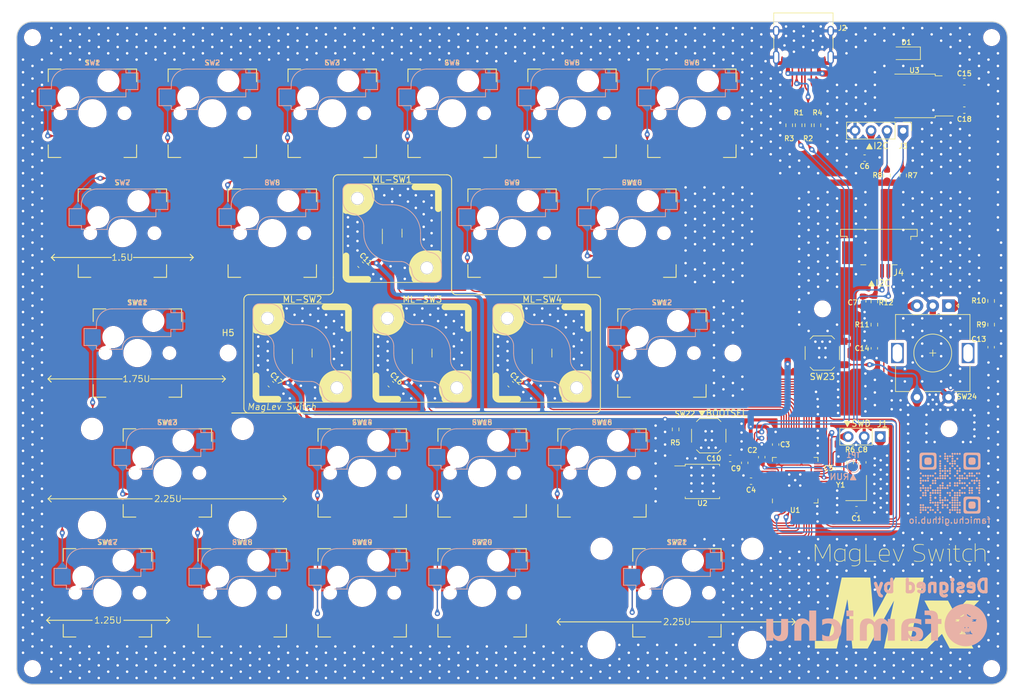
<source format=kicad_pcb>
(kicad_pcb (version 20221018) (generator pcbnew)
  (layers (0 "F.Cu" signal) (31 "B.Cu" signal) (34 "B.Paste" user) (35 "F.Paste" user) (36 "B.SilkS" user "B.Silkscreen") (37 "F.SilkS" user "F.Silkscreen") (38 "B.Mask" user) (39 "F.Mask" user) (44 "Edge.Cuts" user))
  (net 0 "")
  (net 1 "GND")
  (net 2 "+5V")
  (net 3 "/XIN")
  (net 4 "+3.3V")
  (net 5 "/RE_A")
  (net 6 "/RE_B")
  (net 7 "Net-(D1-A)")
  (net 8 "/SWC")
  (net 9 "/SWD")
  (net 10 "/SDA")
  (net 11 "/SCL")
  (net 12 "/D-")
  (net 13 "/D+")
  (net 14 "/QSPI_SS")
  (net 15 "/XOUT")
  (net 16 "/SHIFT")
  (net 17 "/SPACE")
  (net 18 "/TAB")
  (net 19 "/1")
  (net 20 "/2")
  (net 21 "/3")
  (net 22 "/4")
  (net 23 "/Q")
  (net 24 "/E")
  (net 25 "/X")
  (net 26 "/C")
  (net 27 "/F")
  (net 28 "/BUTTON1")
  (net 29 "/CAPS")
  (net 30 "+1V1")
  (net 31 "/Z")
  (net 32 "/CTRL")
  (net 33 "/SUPER")
  (net 34 "/ALT")
  (net 35 "/W")
  (net 36 "/A")
  (net 37 "/S")
  (net 38 "/D")
  (net 39 "/QSPI_SD3")
  (net 40 "/QSPI_SCLK")
  (net 41 "/QSPI_SD0")
  (net 42 "/QSPI_SD2")
  (net 43 "/QSPI_SD1")
  (net 44 "/5")
  (net 45 "/R")
  (net 46 "/ESC")
  (net 47 "/Fn")
  (net 48 "Net-(C8-Pad1)")
  (net 50 "Net-(J2-D--PadA7)")
  (net 51 "Net-(J2-D+-PadA6)")
  (net 52 "Net-(J2-CC2)")
  (net 54 "Net-(J2-CC1)")
  (net 55 "Net-(R10-Pad1)")
  (net 56 "Net-(R5-Pad2)")
  (net 57 "Net-(R11-Pad1)")
  (net 58 "Net-(TP1-Pin_1)")
  (footprint "MX_Hotswap:MX-Hotswap-1U" (layer "F.Cu") (at 184 65)
    (fp_text reference "SW6")
    (fp_text value "SW_Push")
  )
  (footprint "Connector_FFC-FPC:TE_84953-4_1x04-1MP_P1.0mm_Horizontal" (layer "F.Cu") (at 213.641 88.101777 180)
    (fp_text reference "J4")
    (fp_text value "84953-4")
  )
  (footprint "Capacitor_SMD:C_0603_1608Metric" (layer "F.Cu") (at 131.5 89 135)
    (fp_text reference "C11")
    (fp_text value "0.1u")
  )
  (footprint "Resistor_SMD:R_0603_1608Metric" (layer "F.Cu") (at 181.421 115.101777 90)
    (fp_text reference "R5")
    (fp_text value "1k")
  )
  (footprint "MountingHole:MountingHole_2.2mm_M2" (layer "F.Cu") (at 79.5 53)
    (fp_text reference "H1" hide)
    (fp_text value "MountingHole")
  )
  (footprint "Crystal:Crystal_SMD_3225-4Pin_3.2x2.5mm" (layer "F.Cu") (at 210.021 124.3925 90)
    (fp_text reference "Y1")
    (fp_text value "NX3225SA-12MHz-STD-CSR-6")
  )
  (footprint "MX_Hotswap:MX-Hotswap-1U" (layer "F.Cu") (at 174.5 84)
    (fp_text reference "SW10")
    (fp_text value "SW_Push")
  )
  (footprint "MountingHole:MountingHole_2.2mm_M2" (layer "F.Cu") (at 79.5 153)
    (fp_text reference "H3" hide)
    (fp_text value "MountingHole")
  )
  (footprint "Resistor_SMD:R_0603_1608Metric" (layer "F.Cu") (at 212.921 94.825 90)
    (fp_text reference "R12")
    (fp_text value "10k")
  )
  (footprint "Diode_SMD:D_SOD-123F" (layer "F.Cu") (at 218 55.5 180)
    (fp_text reference "D1")
    (fp_text value "RB161MM-20TR ")
  )
  (footprint "Connector_PinHeader_2.54mm:PinHeader_1x03_P2.54mm_Vertical" (layer "F.Cu") (at 213.8485 116.25 -90)
    (fp_text reference "J1")
    (fp_text value "Conn_01x03_Pin")
  )
  (footprint "MountingHole:MountingHole_2.2mm_M2" (layer "F.Cu") (at 224.75 115)
    (fp_text reference "H8" hide)
    (fp_text value "MountingHole")
  )
  (footprint "Capacitor_SMD:C_0603_1608Metric" (layer "F.Cu") (at 192.371 120.401777 90)
    (fp_text reference "C9")
    (fp_text value "2.2u")
  )
  (footprint "Resistor_SMD:R_0603_1608Metric" (layer "F.Cu") (at 209.081 120.325 90)
    (fp_text reference "R6")
    (fp_text value "1k")
  )
  (footprint "Capacitor_SMD:C_0603_1608Metric" (layer "F.Cu") (at 117.2815 107.937492 135)
    (fp_text reference "C17")
    (fp_text value "0.1u")
  )
  (footprint "MX_Hotswap:MX-Hotswap-1U" (layer "F.Cu") (at 155.5 84)
    (fp_text reference "SW9")
    (fp_text value "SW_Push")
  )
  (footprint "Capacitor_SMD:C_0603_1608Metric" (layer "F.Cu") (at 210.081 127.825 180)
    (fp_text reference "C1")
    (fp_text value "5.6p")
  )
  (footprint "MX_Hotswap:MX-Hotswap-1U" (layer "F.Cu") (at 108 65)
    (fp_text reference "SW2")
    (fp_text value "SW_Push")
  )
  (footprint "Capacitor_SMD:C_0603_1608Metric" (layer "F.Cu") (at 155.2815 107.937492 135)
    (fp_text reference "C12")
    (fp_text value "0.1u")
  )
  (footprint "MX_Hotswap:MX-Hotswap-1U" (layer "F.Cu") (at 112.75 141)
    (fp_text reference "SW18")
    (fp_text value "SW_Push")
  )
  (footprint "Capacitor_SMD:C_0603_1608Metric" (layer "F.Cu") (at 195.071 119.501777 90)
    (fp_text reference "C2")
    (fp_text value "0.1u")
  )
  (footprint "MX_Hotswap:MX-Hotswap-1U" (layer "F.Cu") (at 169.75 122)
    (fp_text reference "SW16")
    (fp_text value "SW_Push")
  )
  (footprint "Capacitor_SMD:C_0603_1608Metric" (layer "F.Cu") (at 197.271 117.501777 90)
    (fp_text reference "C3")
    (fp_text value "0.1u")
  )
  (footprint "Resistor_SMD:R_0603_1608Metric" (layer "F.Cu") (at 231.421 98.5 -90)
    (fp_text reference "R9")
    (fp_text value "10k")
  )
  (footprint "MountingHole:MountingHole_2.2mm_M2" (layer "F.Cu") (at 110.5 103)
    (fp_text reference "H5")
    (fp_text value "MountingHole")
  )
  (footprint "Rotary_Encoder:RotaryEncoder_Alps_EC11E-Switch_Vertical_H20mm" (layer "F.Cu") (at 224.671 95.5 -90)
    (fp_text reference "SW24")
    (fp_text value "RotaryEncoder_Switch")
  )
  (footprint "MX_Hotswap:MX-Hotswap-1.75U" (layer "F.Cu") (at 96.125 103)
    (fp_text reference "SW11")
    (fp_text value "SW_Push")
  )
  (footprint "Capacitor_SMD:C_0603_1608Metric" (layer "F.Cu") (at 211.081 120.325 -90)
    (fp_text reference "C8")
    (fp_text value "5.6p")
  )
  (footprint "Resistor_SMD:R_0603_1608Metric" (layer "F.Cu") (at 217.471 74.851777 -90)
    (fp_text reference "R7")
    (fp_text value "1k")
  )
  (footprint "MountingHole:MountingHole_2.2mm_M2" (layer "F.Cu") (at 204.7 96)
    (fp_text reference "H7" hide)
    (fp_text value "MountingHole")
  )
  (footprint "MX_Hotswap:MX-Hotswap-1U" (layer "F.Cu") (at 150.75 122)
    (fp_text reference "SW15")
    (fp_text value "SW_Push")
  )
  (footprint "MX_Hotswap:MX-Hotswap-1U" (layer "F.Cu") (at 89 65)
    (fp_text reference "SW1")
    (fp_text value "SW_Push")
  )
  (footprint "MX_Hotswap:MX-Hotswap-1U" (layer "F.Cu") (at 146 65)
    (fp_text reference "SW4")
    (fp_text value "SW_Push")
  )
  (footprint "MagLevSwitch:MagLevSwitch_Up" (layer "F.Cu") (at 141.25 103)
    (fp_text reference "ML-SW3")
    (fp_text value "MagLevSwich")
    (fp_circle (center -5.5 -5.5) (end -4.5 -5.5) (stroke (width 0.12)) (fill none) (layer "Edge.Cuts"))
    (fp_circle (center 5.5 5.5) (end 6.5 5.5) (stroke (width 0.12)) (fill none) (layer "Edge.Cuts"))
  )
  (footprint "Capacitor_SMD:C_0603_1608Metric" (layer "F.Cu") (at 207.221 121.251777 90)
    (fp_text reference "C5")
    (fp_text value "0.1u")
  )
  (footprint "Package_DFN_QFN:QFN-56-1EP_7x7mm_P0.4mm_EP3.2x3.2mm" (layer "F.Cu") (at 200.371 123.15 90)
    (fp_text reference "U1")
    (fp_text value "RP2040")
  )
  (footprint "Capacitor_SMD:C_0603_1608Metric" (layer "F.Cu") (at 227.171 60.001777)
    (fp_text reference "C15")
    (fp_text value "10u")
  )
  (footprint "Connector_PinHeader_2.54mm:PinHeader_1x04_P2.54mm_Vertical" (layer "F.Cu") (at 217.471 67.75 -90)
    (fp_text reference "J3")
    (fp_text value "Conn_01x04_Pin")
  )
  (footprint "MagLevSwitch:MagLevSwitch_Up" (layer "F.Cu") (at 136.5 84)
    (fp_text reference "ML-SW1")
    (fp_text value "MagLevSwich")
    (fp_circle (center -5.5 -5.5) (end -4.5 -5.5) (stroke (width 0.12)) (fill none) (layer "Edge.Cuts"))
    (fp_circle (center 5.5 5.5) (end 6.5 5.5) (stroke (width 0.12)) (fill none) (layer "Edge.Cuts"))
  )
  (footprint "MX_Hotswap:MX-Hotswap-1U" (layer "F.Cu") (at 179.25 103)
    (fp_text reference "SW12")
    (fp_text value "SW_Push")
  )
  (footprint "Capacitor_SMD:C_0603_1608Metric" (layer "F.Cu") (at 231.421 102.075 -90)
    (fp_text reference "C13")
    (fp_text value "0.01u")
  )
  (footprint "Resistor_SMD:R_0603_1608Metric" (layer "F.Cu") (at 214.921 74.851777 -90)
    (fp_text reference "R8")
    (fp_text value "1k")
  )
  (footprint "Capacitor_SMD:C_0603_1608Metric" (layer "F.Cu") (at 211.071 94.801777 -90)
    (fp_text reference "C7")
    (fp_text value "0.1u")
  )
  (footprint "Capacitor_SMD:C_0603_1608Metric" (layer "F.Cu") (at 211.371 72.101777 180)
    (fp_text reference "C6")
    (fp_text value "0.1u")
  )
  (footprint "MX_Hotswap:MX-Hotswap-1U" (layer "F.Cu") (at 150.75 141)
    (fp_text reference "SW20")
    (fp_text value "SW_Push")
  )
  (footprint "MX_Hotswap:MX-Hotswap-2.25U" (layer "F.Cu") (at 100.875 122)
    (fp_text reference "SW13")
    (fp_text value "SW_Push")
  )
  (footprint "MX_Hotswap:MX-Hotswap-1U" (layer "F.Cu") (at 127 65)
    (fp_text reference "SW3")
    (fp_text value "SW_Push")
  )
  (footprint "MountingHole:MountingHole_2.2mm_M2" (layer "F.Cu") (at 190.5 103)
    (fp_text reference "H6" hide)
    (fp_text value "MountingHole")
  )
  (footprint "Capacitor_SMD:C_0603_1608Metric" (layer "F.Cu") (at 212.921 102.25 -90)
    (fp_text reference "C14")
    (fp_text value "0.01u")
  )
  (footprint "Resistor_SMD:R_0603_1608Metric" (layer "F.Cu") (at 199.421 66.9 90)
    (fp_text reference "R3")
    (fp_text value "5.1k")
  )
  (footprint "Capacitor_SMD:C_0603_1608Metric" (layer "F.Cu") (at 136.2815 107.937492 135)
    (fp_text reference "C16")
    (fp_text value "0.1u")
  )
  (footprint "MX_Hotswap:MX-Hotswap-1U" (layer "F.Cu") (at 131.75 122)
    (fp_text reference "SW14")
    (fp_text value "SW_Push")
  )
  (footprint "MX_Hotswap:MX-Hotswap-1.25U" (layer "F.Cu") (at 91.375 141)
    (fp_text reference "SW17")
    (fp_text value "SW_Push")
  )
  (footprint "Resistor_SMD:R_0603_1608Metric" (layer "F.Cu") (at 212.921 98.5 -90)
    (fp_text reference "R11")
    (fp_text value "10k")
  )
  (footprint "MX_Hotswap:MX-Hotswap-1U" (layer "F.Cu") (at 131.75 141)
    (fp_text reference "SW19")
    (fp_text value "SW_Push")
  )
  (footprint "Button_Switch_SMD:SW_SPST_SKQG_WithStem" (layer "F.Cu") (at 186.671 116.101777 180)
    (fp_text reference "SW22")
    (fp_text value "SKQGAFE010")
  )
  (footprint "MagLevSwitch:MagLevSwitch_Up" (layer "F.Cu") (at 160.25 103)
    (fp_text reference "ML-SW4")
    (fp_text value "MagLevSwich")
    (fp_circle (center -5.5 -5.5) (end -4.5 -5.5) (stroke (width 0.12)) (fill none) (layer "Edge.Cuts"))
    (fp_circle (center 5.5 5.5) (end 6.5 5.5) (stroke (width 0.12)) (fill none) (layer "Edge.Cuts"))
  )
  (footprint "MX_Hotswap:MX-Hotswap-1.5U" (layer "F.Cu") (at 93.75 84)
    (fp_text reference "SW7")
    (fp_text value "SW_Push")
  )
  (footprint "LOGO:MX_KiCAD" (layer "F.Cu") (at 217 141.5)
    (fp_text reference "G***" hide)
    (fp_text value "LOGO" hide)
  )
  (footprint "MX_Hotswap:MX-Hotswap-1U" (layer "F.Cu") (at 165 65)
    (fp_text reference "SW5")
    (fp_text value "SW_Push")
  )
  (footprint "MountingHole:MountingHole_2.2mm_M2" (layer "F.Cu") (at 231.5 53)
    (fp_text reference "H2" hide)
    (fp_text value "MountingHole")
  )
  (footprint "Resistor_SMD:R_0603_1608Metric" (layer "F.Cu") (at 203.9 66.9 90)
    (fp_text reference "R4")
    (fp_text value "5.1k")
  )
  (footprint "MagLevSwitch:MagLevSwitch_Up" (layer "F.Cu") (at 122.25 103)
    (fp_text reference "ML-SW2")
    (fp_text value "MagLevSwich")
    (fp_circle (center -5.5 -5.5) (end -4.5 -5.5) (stroke (width 0.12)) (fill none) (layer "Edge.Cuts"))
    (fp_circle (center 5.5 5.5) (end 6.5 5.5) (stroke (width 0.12)) (fill none) (layer "Edge.Cuts"))
  )
  (footprint "MX_Hotswap:MX-Hotswap-1U" (layer "F.Cu") (at 117.5 84)
    (fp_text reference "SW8")
    (fp_text value "SW_Push")
  )
  (footprint "MX_Hotswap:MX-Hotswap-2.25U" (layer "F.Cu") (at 181.625 141)
    (fp_text reference "SW21")
    (fp_text value "SW_Push")
  )
  (footprint "Connector_USB:USB_C_Receptacle_HRO_TYPE-C-31-M-12" (layer "F.Cu") (at 201.671 53 180)
    (fp_text reference "J2")
    (fp_text value "USB_C_Receptacle_USB2.0")
  )
  (footprint "Resistor_SMD:R_0603_1608Metric" (layer "F.Cu") (at 200.921 66.9 90)
    (fp_text reference "R1")
    (fp_text value "27")
  )
  (footprint "Capacitor_SMD:C_0603_1608Metric" (layer "F.Cu") (at 190.071 119.701777)
    (fp_text reference "C10")
    (fp_text value "0.1u")
  )
  (footprint "Package_SO:SOIC-8_5.23x5.23mm_P1.27mm" (layer "F.Cu") (at 185.671 123.351777)
    (fp_text reference "U2")
    (fp_text value "W25Q16JVSSIM")
  )
  (footprint "Package_TO_SOT_SMD:TO-252-3_TabPin2" (layer "F.Cu") (at 219.256 62.25 180)
    (fp_text reference "U3")
    (fp_text value "LM1117RS-3.3")
  )
  (footprint "Capacitor_SMD:C_0603_1608Metric" (layer "F.Cu") (at 227.171 64.5 180)
    (fp_text reference "C18")
    (fp_text value "10u")
  )
  (footprint "Button_Switch_SMD:SW_SPST_SKQG_WithStem" (layer "F.Cu") (at 204.671 103 180)
    (fp_text reference "SW23")
    (fp_text value "SKQGAFE010")
  )
  (footprint "Resistor_SMD:R_0603_1608Metric" (layer "F.Cu") (at 231.421 94.75 90)
    (fp_text reference "R10")
    (fp_text value "10k")
  )
  (footprint "MountingHole:MountingHole_2.2mm_M2" (layer "F.Cu") (at 231.5 153)
    (fp_text reference "H4" hide)
    (fp_text value "MountingHole")
  )
  (footprint "Capacitor_SMD:C_0603_1608Metric" (layer "F.Cu") (at 193.371 123.301777 180)
    (fp_text reference "C4")
    (fp_text value "0.1u")
  )
  (footprint "Resistor_SMD:R_0603_1608Metric" (layer "F.Cu") (at 202.421 66.9 90)
    (fp_text reference "R2")
    (fp_text value "27")
  )
  (footprint "LOGO:famichu" (layer "B.Cu") (at 227.421 146.101777 180)
    (fp_text reference "G***" hide)
    (fp_text value "LOGO" hide)
  )
  (footprint "TestPoint:TestPoint_Pad_D1.5mm" (layer "B.Cu") (at 209.581 121.001777 180)
    (fp_text reference "TP1")
    (fp_text value "Conn_01x01_Pin")
  )
  (footprint "LOGO:WebQR" (layer "B.Cu") (at 224.921 123.601777 180)
    (fp_text reference "G***" hide)
    (fp_text value "LOGO" hide)
  )
  (gr_line (start 119.22 126.601777) (end 119.72 126.101777) (stroke (width 0.15)) (layer "F.SilkS"))
  (gr_line (start 163.135 146.101777) (end 162.635 145.601777) (stroke (width 0.15)) (layer "F.SilkS"))
  (gr_line (start 113 111.75) (end 113 94.53033) (stroke (width 0.15)) (layer "F.SilkS"))
  (gr_line (start 93.707 107.101777) (end 81.957 107.101777) (stroke (width 0.15)) (layer "F.SilkS"))
  (gr_line (start 81.957 107.101777) (end 82.457 106.601777) (stroke (width 0.15)) (layer "F.SilkS"))
  (gr_line (start 145.921 75.5) (end 145.921 80.75) (stroke (width 0.15)) (layer "F.SilkS"))
  (gr_line (start 109.582 107.601777) (end 110.082 107.101777) (stroke (width 0.15)) (layer "F.SilkS"))
  (gr_line (start 104.488 88.351777) (end 104.988 87.851777) (stroke (width 0.15)) (layer "F.SilkS"))
  (gr_line (start 82.457 107.601777) (end 81.957 107.101777) (stroke (width 0.15)) (layer "F.SilkS"))
  (gr_line (start 82.25 145.851777) (end 81.75 145.351777) (stroke (width 0.15)) (layer "F.SilkS"))
  (gr_line (start 179.135 145.601777) (end 162.635 145.601777) (stroke (width 0.15)) (layer "F.SilkS"))
  (gr_line (start 95.488 87.851777) (end 104.988 87.851777) (stroke (width 0.15)) (layer "F.SilkS"))
  (gr_line (start 127.921 74.75) (end 145.171 74.75) (stroke (width 0.15)) (layer "F.SilkS"))
  (gr_line (start 81.97 126.101777) (end 82.47 125.601777) (stroke (width 0.15)) (layer "F.SilkS"))
  (gr_arc (start 168.75 93.75) (mid 169.28033 93.96967) (end 169.5 94.5) (stroke (width 0.15)) (layer "F.SilkS"))
  (gr_line (start 146.671 93.75) (end 168.75 93.75) (stroke (width 0.15)) (layer "F.SilkS"))
  (gr_line (start 145.921 80.75) (end 145.921 93) (stroke (width 0.15)) (layer "F.SilkS"))
  (gr_line (start 200.385 145.601777) (end 199.885 145.101777) (stroke (width 0.15)) (layer "F.SilkS"))
  (gr_arc (start 146.671 93.75) (mid 146.14067 93.53033) (end 145.921 93) (stroke (width 0.15)) (layer "F.SilkS"))
  (gr_line (start 82.488 87.851777) (end 82.988 88.351777) (stroke (width 0.15)) (layer "F.SilkS"))
  (gr_line (start 88.97 145.351777) (end 81.75 145.351777) (stroke (width 0.15)) (layer "F.SilkS"))
  (gr_line (start 81.75 145.351777) (end 82.25 144.851777) (stroke (width 0.15)) (layer "F.SilkS"))
  (gr_line (start 110.082 107.101777) (end 109.582 106.601777) (stroke (width 0.15)) (layer "F.SilkS"))
  (gr_line (start 119.72 126.101777) (end 103.22 126.101777) (stroke (width 0.15)) (layer "F.SilkS"))
  (gr_line (start 127.171 93) (end 127.171 91) (stroke (width 0.15)) (layer "F.SilkS"))
  (gr_line (start 100.75 145.851777) (end 101.25 145.351777) (stroke (width 0.15)) (layer "F.SilkS"))
  (gr_arc (start 145.171 74.75) (mid 145.70133 74.96967) (end 145.921 75.5) (stroke (width 0.15)) (layer "F.SilkS"))
  (gr_line (start 81.957 107.101777) (end 82.457 107.601777) (stroke (width 0.15)) (layer "F.SilkS"))
  (gr_line (start 113.75 93.75) (end 126.421 93.75) (stroke (width 0.15)) (layer "F.SilkS"))
  (gr_line (start 168.75 112.5) (end 111.079 112.5) (stroke (width 0.15)) (layer "F.SilkS"))
  (gr_line (start 81.75 145.351777) (end 82.25 145.851777) (stroke (width 0.15)) (layer "F.SilkS"))
  (gr_line (start 91.988 87.851777) (end 82.488 87.851777) (stroke (width 0.15)) (layer "F.SilkS"))
  (gr_line (start 104.988 87.851777) (end 104.488 87.351777) (stroke (width 0.15)) (layer "F.SilkS"))
  (gr_line (start 127.171 91) (end 127.171 75.5) (stroke (width 0.15)) (layer "F.SilkS"))
  (gr_line (start 110.082 107.101777) (end 98.207 107.101777) (stroke (width 0.15)) (layer "F.SilkS"))
  (gr_line (start 98.47 126.101777) (end 81.97 126.101777) (stroke (width 0.15)) (layer "F.SilkS"))
  (gr_arc (start 169.5 111.75) (mid 169.28033 112.28033) (end 168.75 112.5) (stroke (width 0.15)) (layer "F.SilkS"))
  (gr_line (start 162.635 145.601777) (end 163.135 145.101777) (stroke (width 0.15)) (layer "F.SilkS"))
  (gr_arc (start 113.75 112.5) (mid 113.21967 112.28033) (end 113 111.75) (stroke (width 0.15)) (layer "F.SilkS"))
  (gr_line (start 169.5 94.5) (end 169.5 111.75) (stroke (width 0.15)) (layer "F.SilkS"))
  (gr_arc (start 113 94.53033) (mid 113.228553 93.978553) (end 113.78033 93.75) (stroke (width 0.15)) (layer "F.SilkS"))
  (gr_line (start 82.488 87.851777) (end 82.988 87.351777) (stroke (width 0.15)) (layer "F.SilkS"))
  (gr_line (start 101.25 145.351777) (end 100.75 144.851777) (stroke (width 0.15)) (layer "F.SilkS"))
  (gr_line (start 82.47 126.601777) (end 81.97 126.101777) (stroke (width 0.15)) (layer "F.SilkS"))
  (gr_arc (start 127.171 93) (mid 126.95133 93.53033) (end 126.421 93.75) (stroke (width 0.15)) (layer "F.SilkS"))
  (gr_line (start 199.885 146.101777) (end 200.385 145.601777) (stroke (width 0.15)) (layer "F.SilkS"))
  (gr_line (start 101.25 145.351777) (end 100.75 145.851777) (stroke (width 0.15)) (layer "F.SilkS"))
  (gr_line (start 82.988 88.351777) (end 82.488 87.851777) (stroke (width 0.15)) (layer "F.SilkS"))
  (gr_line (start 119.72 126.101777) (end 119.22 125.601777) (stroke (width 0.15)) (layer "F.SilkS"))
  (gr_line (start 93.97 145.351777) (end 101.25 145.351777) (stroke (width 0.15)) (layer "F.SilkS"))
  (gr_arc (start 127.171 75.5) (mid 127.39067 74.96967) (end 127.921 74.75) (stroke (width 0.15)) (layer "F.SilkS"))
  (gr_line (start 200.385 145.601777) (end 183.885 145.601777) (stroke (width 0.15)) (layer "F.SilkS"))
  (gr_line (start 234 153) (end 234 53) (stroke (width 0.15)) (layer "Edge.Cuts"))
  (gr_line (start 79.5 155.5) (end 231.5 155.5) (stroke (width 0.15)) (layer "Edge.Cuts"))
  (gr_arc (start 234 153) (mid 233.267767 154.767766) (end 231.5 155.5) (stroke (width 0.15)) (layer "Edge.Cuts"))
  (gr_arc (start 231.5 50.5) (mid 233.267766 51.232233) (end 234 53) (stroke (width 0.15)) (layer "Edge.Cuts"))
  (gr_arc (start 77 53) (mid 77.732233 51.232234) (end 79.5 50.5) (stroke (width 0.15)) (layer "Edge.Cuts"))
  (gr_line (start 79.5 50.5) (end 231.5 50.5) (stroke (width 0.15)) (layer "Edge.Cuts"))
  (gr_arc (start 79.5 155.5) (mid 77.732234 154.767767) (end 77 153) (stroke (width 0.15)) (layer "Edge.Cuts"))
  (gr_line (start 77 53) (end 77 153) (stroke (width 0.15)) (layer "Edge.Cuts"))
  (gr_text "famichu" (at 223.671 149.351777) (layer "B.SilkS") (effects (font (size 4.5 4.5) (thickness 0.2) bold italic) (justify left bottom mirror)))
  (gr_text "▲RUN" (at 210.271 123.201777) (layer "B.SilkS") (effects (font (size 1 1)) (justify left bottom mirror)))
  (gr_text "famichu.github.io" (at 231.421 130.101777) (layer "B.SilkS") (effects (font (size 1 1)) (justify left bottom mirror)))
  (gr_text "Designed by" (at 231.421 141.101777) (layer "B.SilkS") (effects (font (size 2 2) (thickness 0.5) bold) (justify left bottom mirror)))
  (gr_text "▲I2C" (at 211.421 70.75) (layer "F.SilkS") (effects (font (size 1 1)) (justify left bottom)))
  (gr_text "▲I2C" (at 211.75 92.5) (layer "F.SilkS") (effects (font (size 1 1)) (justify left bottom)))
  (gr_text "▼BOOTSEL" (at 184.871 113.101777) (layer "F.SilkS") (effects (font (size 1 1)) (justify left bottom)))
  (gr_text "1.75U" (at 95.957 107.101777) (layer "F.SilkS") (effects (font (size 1 1) (thickness 0.125))))
  (gr_text "2.25U" (at 100.97 126.101777) (layer "F.SilkS") (effects (font (size 1 1) (thickness 0.125))))
  (gr_text "1.5U" (at 93.738 87.851777) (layer "F.SilkS") (effects (font (size 1 1) (thickness 0.125))))
  (gr_text "MagLev Switch" (at 113.471 112.1) (layer "F.SilkS") (effects (font (size 1 1) (thickness 0.125) italic) (justify left bottom)))
  (gr_text "2.25U" (at 181.635 145.601777) (layer "F.SilkS") (effects (font (size 1 1) (thickness 0.125))))
  (gr_text "1.25U" (at 91.47 145.351777) (layer "F.SilkS") (effects (font (size 1 1) (thickness 0.125))))
  (gr_text "▼SWD" (at 207.921 114.75) (layer "F.SilkS") (effects (font (size 1 1)) (justify left bottom)))
  (segment (start 153.988607 106.644599) (end 154.733492 107.389484) (width 0.6) (layer "F.Cu") (net 1))
  (segment (start 130.951992 88.451992) (end 130.207107 87.707107) (width 0.6) (layer "F.Cu") (net 1))
  (segment (start 134.988607 106.644599) (end 135.733492 107.389484) (width 0.6) (layer "F.Cu") (net 1))
  (segment (start 191.871 119.701777) (end 192.296 119.701777) (width 0.6) (layer "F.Cu") (net 1))
  (segment (start 222.171 107.5) (end 224.671 110) (width 1) (layer "F.Cu") (net 1))
  (segment (start 201.321 124.15) (end 201.171 124) (width 0.2) (layer "F.Cu") (net 1))
  (segment (start 209.171 125.1925) (end 210.871 123.4925) (width 0.2) (layer "F.Cu") (net 1))
  (segment (start 207.221 120.476777) (end 207.221 119.401777) (width 0.2) (layer "F.Cu") (net 1))
  (segment (start 210.871 123.2925) (end 210.871 121.31) (width 0.25) (layer "F.Cu") (net 1))
  (segment (start 191.971 118.401777) (end 191.871 118.301777) (width 0.4) (layer "F.Cu") (net 1))
  (segment (start 192.171 122.401777) (end 192.171 122.876777) (width 0.6) (layer "F.Cu") (net 1))
  (segment (start 209.171 125.4925) (end 209.171 127.69) (width 0.2) (layer "F.Cu") (net 1))
  (segment (start 205.991 56.13) (end 205.991 57.045) (width 0.6) (layer "F.Cu") (net 1))
  (segment (start 211.071 95.121777) (end 211.071 96.201777) (width 0.4) (layer "F.Cu") (net 1))
  (segment (start 209.171 125.4925) (end 209.171 125.1925) (width 0.2) (layer "F.Cu") (net 1))
  (segment (start 211.071 96.201777) (end 211.371 96.501777) (width 0.4) (layer "F.Cu") (net 1))
  (segment (start 182.071 125.256777) (end 183.567777 125.256777) (width 0.6) (layer "F.Cu") (net 1))
  (segment (start 195.071 118.726777) (end 195.071 117.501777) (width 0.6) (layer "F.Cu") (net 1))
  (segment (start 210.871 123.4925) (end 210.871 123.2925) (width 0.2) (layer "F.Cu") (net 1))
  (segment (start 116.733492 107.389484) (end 115.988607 106.644599) (width 0.6) (layer "F.Cu") (net 1))
  (segment (start 204.921 57.045) (end 205.991 57.045) (width 0.6) (layer "F.Cu") (net 1))
  (segment (start 197.271 116.726777) (end 197.271 115.501777) (width 0.6) (layer "F.Cu") (net 1))
  (segment (start 197.351 56.13) (end 197.351 57.045) (width 0.6) (layer "F.Cu") (net 1))
  (segment (start 210.596 72.101777) (end 209.971 72.101777) (width 0.6) (layer "F.Cu") (net 1))
  (segment (start 203.8085 124.15) (end 201.321 124.15) (width 0.2) (layer "F.Cu") (net 1))
  (segment (start 231.421 102.85) (end 231.421 103.75) (width 0.2) (layer "F.Cu") (net 1))
  (segment (start 212.921 103.451777) (end 213.271 103.801777) (width 0.4) (layer "F.Cu") (net 1))
  (segment (start 231.188362 104.311638) (end 231 104.5) (width 0.2) (layer "F.Cu") (net 1))
  (segment (start 198.421 57.045) (end 197.351 57.045) (width 0.6) (layer "F.Cu") (net 1))
  (segment (start 222.171 95.5) (end 222.171 107.5) (width 1) (layer "F.Cu") (net 1))
  (segment (start 191.871 118.301777) (end 191.871 119.701777) (width 0.4) (layer "F.Cu") (net 1))
  (segment (start 190.846 119.701777) (end 191.871 119.701777) (width 0.6) (layer "F.Cu") (net 1))
  (via (at 192 142.5) (size 0.8) (drill 0.4) (layers "F.Cu" "B.Cu") (net 1))
  (via (at 217.5 137.5) (size 0.8) (drill 0.4) (layers "F.Cu" "B.Cu") (net 1))
  (via (at 185.671 122.403554) (size 0.8) (drill 0.4) (layers "F.Cu" "B.Cu") (net 1))
  (via (at 105 150.5) (size 0.8) (drill 0.4) (layers "F.Cu" "B.Cu") (net 1))
  (via (at 118.5 151.5) (size 0.8) (drill 0.4) (layers "F.Cu" "B.Cu") (net 1))
  (via (at 121.5 51.5) (size 0.8) (drill 0.4) (layers "F.Cu" "B.Cu") (net 1))
  (via (at 129 52.5) (size 0.8) (drill 0.4) (layers "F.Cu" "B.Cu") (net 1))
  (via (at 222 154.5) (size 0.8) (drill 0.4) (layers "F.Cu" "B.Cu") (net 1))
  (via (at 228 150.5) (size 0.8) (drill 0.4) (layers "F.Cu" "B.Cu") (net 1))
  (via (at 100.5 55.5) (size 0.8) (drill 0.4) (layers "F.Cu" "B.Cu") (net 1))
  (via (at 207.221 119.401777) (size 0.8) (drill 0.4) (layers "F.Cu" "B.Cu") (net 1))
  (via (at 183 82.75) (size 0.8) (drill 0.4) (layers "F.Cu" "B.Cu") (net 1))
  (via (at 232.5 117.5) (size 0.8) (drill 0.4) (layers "F.Cu" "B.Cu") (net 1))
  (via (at 78 130.5) (size 0.8) (drill 0.4) (layers "F.Cu" "B.Cu") (net 1))
  (via (at 218.271 121.401777) (size 0.8) (drill 0.4) (layers "F.Cu" "B.Cu") (net 1))
  (via (at 232.5 83.5) (size 0.8) (drill 0.4) (layers "F.Cu" "B.Cu") (net 1))
  (via (at 160.5 151.5) (size 0.8) (drill 0.4) (layers "F.Cu" "B.Cu") (net 1))
  (via (at 226.5 93.5) (size 0.8) (drill 0.4) (layers "F.Cu" "B.Cu") (net 1))
  (via (at 116.7815 101.187492) (size 0.8) (drill 0.4) (layers "F.Cu" "B.Cu") (net 1))
  (via (at 165.2815 103.937492) (size 0.8) (drill 0.4) (layers "F.Cu" "B.Cu") (net 1))
  (via (at 160.5 53.5) (size 0.8) (drill 0.4) (layers "F.Cu" "B.Cu") (net 1))
  (via (at 174 152.5) (size 0.8) (drill 0.4) (layers "F.Cu" "B.Cu") (net 1))
  (via (at 165 54.5) (size 0.8) (drill 0.4) (layers "F.Cu" "B.Cu") (net 1))
  (via (at 134.2815 104.937492) (size 0.8) (drill 0.4) (layers "F.Cu" "B.Cu") (net 1))
  (via (at 189 90.75) (size 0.8) (drill 0.4) (layers "F.Cu" "B.Cu") (net 1))
  (via (at 205.171 102.201777) (size 0.8) (drill 0.4) (layers "F.Cu" "B.Cu") (net 1))
  (via (at 166.5315 98.937492) (size 0.8) (drill 0.4) (layers "F.Cu" "B.Cu") (net 1))
  (via (at 111 52.5) (size 0.8) (drill 0.4) (layers "F.Cu" "B.Cu") (net 1))
  (via (at 169.5 55.5) (size 0.8) (drill 0.4) (layers "F.Cu" "B.Cu") (net 1))
  (via (at 81 78.5) (size 0.8) (drill 0.4) (layers "F.Cu" "B.Cu") (net 1))
  (via (at 78 150.5) (size 0.8) (drill 0.4) (layers "F.Cu" "B.Cu") (net 1))
  (via (at 183 90.75) (size 0.8) (drill 0.4) (layers "F.Cu" "B.Cu") (net 1))
  (via (at 121.5 53.5) (size 0.8) (drill 0.4) (layers "F.Cu" "B.Cu") (net 1))
  (via (at 139.5 53.5) (size 0.8) (drill 0.4) (layers "F.Cu" "B.Cu") (net 1))
  (via (at 217.5 53.5) (size 0.8) (drill 0.4) (layers "F.Cu" "B.Cu") (net 1))
  (via (at 204 140.5) (size 0.8) (drill 0.4) (layers "F.Cu" "B.Cu") (net 1))
  (via (at 232.5 73.5) (size 0.8) (drill 0.4) (layers "F.Cu" "B.Cu") (net 1))
  (via (at 175.5 149.25) (size 0.8) (drill 0.4) (layers "F.Cu" "B.Cu") (net 1))
  (via (at 147 150.5) (size 0.8) (drill 0.4) (layers "F.Cu" "B.Cu") (net 1))
  (via (at 129.5 86) (size 0.8) (drill 0.4) (layers "F.Cu" "B.Cu") (net 1))
  (via (at 207 138.5) (size 0.8) (drill 0.4) (layers "F.Cu" "B.Cu") (net 1))
  (via (at 211.5 108.25) (size 0.8) (drill 0.4) (layers "F.Cu" "B.Cu") (net 1))
  (via (at 228 72.5) (size 0.8) (drill 0.4) (layers "F.Cu" "B.Cu") (net 1))
  (via (at 219 70.5) (size 0.8) (drill 0.4) (layers "F.Cu" "B.Cu") (net 1))
  (via (at 216 150.5) (size 0.8) (drill 0.4) (layers "F.Cu" "B.Cu") (net 1))
  (via (at 228.771 116.201777) (size 0.8) (drill 0.4) (layers "F.Cu" "B.Cu") (net 1))
  (via (at 187.5 151.5) (size 0.8) (drill 0.4) (layers "F.Cu" "B.Cu") (net 1))
  (via (at 222 70.5) (size 0.8) (drill 0.4) (layers "F.Cu" "B.Cu") (net 1))
  (via (at 191.871 117.001777) (size 0.8) (drill 0.4) (layers "F.Cu" "B.Cu") (net 1))
  (via (at 141.5 83) (size 0.8) (drill 0.4) (layers "F.Cu" "B.Cu") (net 1))
  (via (at 208.5 61.5) (size 0.8) (drill 0.4) (layers "F.Cu" "B.Cu") (net 1))
  (via (at 193.5 57.5) (size 0.8) (drill 0.4) (layers "F.Cu" "B.Cu") (net 1))
  (via (at 204.421 51.25) (size 0.8) (drill 0.4) (layers "F.Cu" "B.Cu") (net 1))
  (via (at 213 136.5) (size 0.8) (drill 0.4) (layers "F.Cu" "B.Cu") (net 1))
  (via (at 192 90.75) (size 0.8) (drill 0.4) (layers "F.Cu" "B.Cu") (net 1))
  (via (at 108 52.5) (size 0.8) (drill 0.4) (layers "F.Cu" "B.Cu") (net 1))
  (via (at 211.5 85.5) (size 0.8) (drill 0.4) (layers "F.Cu" "B.Cu") (net 1))
  (via (at 156 54.5) (size 0.8) (drill 0.4) (layers "F.Cu" "B.Cu") (net 1))
  (via (at 190.5 85.75) (size 0.8) (drill 0.4) (layers "F.Cu" "B.Cu") (net 1))
  (via (at 187.5 81.75) (size 0.8) (drill 0.4) (layers "F.Cu" "B.Cu") (net 1))
  (via (at 129 150.5) (size 0.8) (drill 0.4) (layers "F.Cu" "B.Cu") (net 1))
  (via (at 78 118.5) (size 0.8) (drill 0.4) (layers "F.Cu" "B.Cu") (net 1))
  (via (at 79.5 95.5) (size 0.8) (drill 0.4) (layers "F.Cu" "B.Cu") (net 1))
  (via (at 154.5 149.5) (size 0.8) (drill 0.4) (layers "F.Cu" "B.Cu") (net 1))
  (via (at 78 110.5) (size 0.8) (drill 0.4) (layers "F.Cu" "B.Cu") (net 1))
  (via (at 232.5 143.5) (size 0.8) (drill 0.4) (layers "F.Cu" "B.Cu") (net 1))
  (via (at 220.5 101.5) (size 0.8) (drill 0.4) (layers "F.Cu" "B.Cu") (net 1))
  (via (at 130.5 149.5) (size 0.8) (drill 0.4) (layers "F.Cu" "B.Cu") (net 1))
  (via (at 204 74.5) (size 0.8) (drill 0.4) (layers "F.Cu" "B.Cu") (net 1))
  (via (at 213.921 121.5) (size 0.8) (drill 0.4) (layers "F.Cu" "B.Cu") (net 1))
  (via (at 201 88.5) (size 0.8) (drill 0.4) (layers "F.Cu" "B.Cu") (net 1))
  (via (at 166.5315 102.937492) (size 0.8) (drill 0.4) (layers "F.Cu" "B.Cu") (net 1))
  (via (at 90 54.5) (size 0.8) (drill 0.4) (layers "F.Cu" "B.Cu") (net 1))
  (via (at 78 108.5) (size 0.8) (drill 0.4) (layers "F.Cu" "B.Cu") (net 1))
  (via (at 233 85.5) (size 0.8) (drill 0.4) (layers "F.Cu" "B.Cu") (net 1))
  (via (at 159 54.5) (size 0.8) (drill 0.4) (layers "F.Cu" "B.Cu") (net 1))
  (via (at 133.5 90.5) (size 0.8) (drill 0.4) (layers "F.Cu" "B.Cu") (net 1))
  (via (at 232.5 109.5) (size 0.8) (drill 0.4) (layers "F.Cu" "B.Cu") (net 1))
  (via (at 139.5 153.5) (size 0.8) (drill 0.4) (layers "F.Cu" "B.Cu") (net 1))
  (via (at 87 154.5) (size 0.8) (drill 0.4) (layers "F.Cu" "B.Cu") (net 1))
  (via (at 135 54.5) (size 0.8) (drill 0.4) (layers "F.Cu" "B.Cu") (net 1))
  (via (at 190.5 135.5) (size 0.8) (drill 0.4) (layers "F.Cu" "B.Cu") (net 1))
  (via (at 190.5 91.75) (size 0.8) (drill 0.4) (layers "F.Cu" "B.Cu") (net 1))
  (via (at 228 138.5) (size 0.8) (drill 0.4) (layers "F.Cu" "B.Cu") (net 1))
  (via (at 228 78.5) (size 0.8) (drill 0.4) (layers "F.Cu" "B.Cu") (net 1))
  (via (at 85.5 149.5) (size 0.8) (drill 0.4) (layers "F.Cu" "B.Cu") (net 1))
  (via (at 213.271 103.801777) (size 0.8) (drill 0.4) (layers "F.Cu" "B.Cu") (net 1))
  (via (at 147.5315 102.937492) (size 0.8) (drill 0.4) (layers "F.Cu" "B.Cu") (net 1))
  (via (at 219 100.5) (size 0.8) (drill 0.4) (layers "F.Cu" "B.Cu") (net 1))
  (via (at 189 152.5) (size 0.8) (drill 0.4) (layers "F.Cu" "B.Cu") (net 1))
  (via (at 223.5 67.5) (size 0.8) (drill 0.4) (layers "F.Cu" "B.Cu") (net 1))
  (via (at 202.5 91.5) (size 0.8) (drill 0.4) (layers "F.Cu" "B.Cu") (net 1))
  (via (at 78 90.5) (size 0.8) (drill 0.4) (layers "F.Cu" "B.Cu") (net 1))
  (via (at 231 114.5) (size 0.8) (drill 0.4) (layers "F.Cu" "B.Cu") (net 1))
  (via (at 192 76.75) (size 0.8) (drill 0.4) (layers "F.Cu" "B.Cu") (net 1))
  (via (at 156 150.5) (size 0.8) (drill 0.4) (layers "F.Cu" "B.Cu") (net 1))
  (via (at 116.7815 104.187492) (size 0.8) (drill 0.4) (layers "F.Cu" "B.Cu") (net 1))
  (via (at 222 150.5) (size 0.8) (drill 0.4) (layers "F.Cu" "B.Cu") (net 1))
  (via (at 112.5 51.5) (size 0.8) (drill 0.4) (layers "F.Cu" "B.Cu") (net 1))
  (via (at 207 64.5) (size 0.8) (drill 0.4) (layers "F.Cu" "B.Cu") (net 1))
  (via (at 207.021 127.101777) (size 0.8) (drill 0.4) (layers "F.Cu" "B.Cu") (net 1))
  (via (at 187.171 116.801777) (size 0.8) (drill 0.4) (layers "F.Cu" "B.Cu") (net 1))
  (via (at 228.771 115.101777) (size 0.8) (drill 0.4) (layers "F.Cu" "B.Cu") (net 1))
  (via (at 204 132.5) (size 0.8) (drill 0.4) (layers "F.Cu" "B.Cu") (net 1))
  (via (at 144 150.5) (size 0.8) (drill 0.4) (layers "F.Cu" "B.Cu") (net 1))
  (via (at 168 56.5) (size 0.8) (drill 0.4) (layers "F.Cu" "B.Cu") (net 1))
  (via (at 81 82.5) (size 0.8) (drill 0.4) (layers "F.Cu" "B.Cu") (net 1))
  (via (at 102 54.5) (size 0.8) (drill 0.4) (layers "F.Cu" "B.Cu") (net 1))
  (via (at 165.2815 99.937492) (size 0.8) (drill 0.4) (layers "F.Cu" "B.Cu") (net 1))
  (via (at 109.5 153.5) (size 0.8) (drill 0.4) (layers "F.Cu" "B.Cu") (net 1))
  (via (at 214.921 128.25) (size 0.8) (drill 0.4) (layers "F.Cu" "B.Cu") (net 1))
  (via (at 177 154.5) (size 0.8) (drill 0.4) (layers "F.Cu" "B.Cu") (net 1))
  (via (at 190.5 151.5) (size 0.8) (drill 0.4) (layers "F.Cu" "B.Cu") (net 1))
  (via (at 211.5 61.5) (size 0.8) (drill 0.4) (layers "F.Cu" "B.Cu") (net 1))
  (via (at 184.5 149.25) (size 0.8) (drill 0.4) (layers "F.Cu" "B.Cu") (net 1))
  (via (at 231 124.5) (size 0.8) (drill 0.4) (layers "F.Cu" "B.Cu") (net 1))
  (via (at 217.5 151.5) (size 0.8) (drill 0.4) (layers "F.Cu" "B.Cu") (net 1))
  (via (at 105 56.5) (size 0.8) (drill 0.4) (layers "F.Cu" "B.Cu") (net 1))
  (via (at 79.5 71.5) (size 0.8) (drill 0.4) (layers "F.Cu" "B.Cu") (net 1))
  (via (at 203.171 53.5) (size 0.8) (drill 0.4) (layers "F.Cu" "B.Cu") (net 1))
  (via (at 231 134.5) (size 0.8) (drill 0.4) (layers "F.Cu" "B.Cu") (net 1))
  (via (at 142.75 80) (size 0.8) (drill 0.4) (layers "F.Cu" "B.Cu") (net 1))
  (via (at 231 116.5) (size 0.8) (drill 0.4) (layers "F.Cu" "B.Cu") (net 1))
  (via (at 231 108.5) (size 0.8) (drill 0.4) (layers "F.Cu" "B.Cu") (net 1))
  (via (at 165 152.5) (size 0.8) (drill 0.4) (layers "F.Cu" "B.Cu") (net 1))
  (via (at 127.5 51.5) (size 0.8) (drill 0.4) (layers "F.Cu" "B.Cu") (net 1))
  (via (at 214.921 125.25) (size 0.8) (drill 0.4) (layers "F.Cu" "B.Cu") (net 1))
  (via (at 189 106.75) (size 0.8) (drill 0.4) (layers "F.Cu" "B.Cu") (net 1))
  (via (at 198 134.5) (size 0.8) (drill 0.4) (layers "F.Cu" "B.Cu") (net 1))
  (via (at 232.5 149.5) (size 0.8) (drill 0.4) (layers "F.Cu" "B.Cu") (net 1))
  (via (at 191.871 118.301777) (size 0.8) (drill 0.4) (layers "F.Cu" "B.Cu") (net 1))
  (via (at 207 90.5) (size 0.8) (drill 0.4) (layers "F.Cu" "B.Cu") (net 1))
  (via (at 192 88.75) (size 0.8) (drill 0.4) (layers "F.Cu" "B.Cu") (net 1))
  (via (at 126 152.5) (size 0.8) (drill 0.4) (layers "F.Cu" "B.Cu") (net 1))
  (via (at 193.5 83.75) (size 0.8) (drill 0.4) (layers "F.Cu" "B.Cu") (net 1))
  (via (at 79.5 107.5) (size 0.8) (drill 0.4) (layers "F.Cu" "B.Cu") (net 1))
  (via (at 78 86.5) (size 0.8) (drill 0.4) (layers "F.Cu" "B.Cu") (net 1))
  (via (at 78 70.5) (size 0.8) (drill 0.4) (layers "F.Cu" "B.Cu") (net 1))
  (via (at 114 152.5) (size 0.8) (drill 0.4) (layers "F.Cu" "B.Cu") (net 1))
  (via (at 181.5 51.5) (size 0.8) (drill 0.4) (layers "F.Cu" "B.Cu") (net 1))
  (via (at 141 52.5) (size 0.8) (drill 0.4) (layers "F.Cu" "B.Cu") (net 1))
  (via (at 143.2815 108.437492) (size 0.8) (drill 0.4) (layers "F.Cu" "B.Cu") (net 1))
  (via (at 163.5 151.5) (size 0.8) (drill 0.4) (layers "F.Cu" "B.Cu") (net 1))
  (via (at 211.5 77.5) (size 0.8) (drill 0.4) (layers "F.Cu" "B.Cu") (net 1))
  (via (at 217.5 79.5) (size 0.8) (drill 0.4) (layers "F.Cu" "B.Cu") (net 1))
  (via (at 189 76.75) (size 0.8) (drill 0.4) (layers "F.Cu" "B.Cu") (net 1))
  (via (at 201 142.5) (size 0.8) (drill 0.4) (layers "F.Cu" "B.Cu") (net 1))
  (via (at 79.5 119.5) (size 0.8) (drill 0.4) (layers "F.Cu" "B.Cu") (net 1))
  (via (at 120 54.5) (size 0.8) (drill 0.4) (layers "F.Cu" "B.Cu") (net 1))
  (via (at 232.5 67.5) (size 0.8) (drill 0.4) (layers "F.Cu" "B.Cu") (net 1))
  (via (at 207 98.5) (size 0.8) (drill 0.4) (layers "F.Cu" "B.Cu") (net 1))
  (via (at 193.5 53.5) (size 0.8) (drill 0.4) (layers "F.Cu" "B.Cu") (net 1))
  (via (at 201 96.5) (size 0.8) (drill 0.4) (layers "F.Cu" "B.Cu") (net 1))
  (via (at 220.5 131.5) (size 0.8) (drill 0.4) (layers "F.Cu" "B.Cu") (net 1))
  (via (at 120 152.5) (size 0.8) (drill 0.4) (layers "F.Cu" "B.Cu") (net 1))
  (via (at 162 152.5) (size 0.8) (drill 0.4) (layers "F.Cu" "B.Cu") (net 1))
  (via (at 232.5 59.5) (size 0.8) (drill 0.4) (layers "F.Cu" "B.Cu") (net 1))
  (via (at 192 106.75) (size 0.8) (drill 0.4) (layers "F.Cu" "B.Cu") (net 1))
  (via (at 81 148.5) (size 0.8) (drill 0.4) (layers "F.Cu" "B.Cu") (net 1))
  (via (at 231 112.5) (size 0.8) (drill 0.4) (layers "F.Cu" "B.Cu") (net 1))
  (via (at 85.5 53.5) (size 0.8) (drill 0.4) (layers "F.Cu" "B.Cu") (net 1))
  (via (at 223.5 101.5) (size 0.8) (drill 0.4) (layers "F.Cu" "B.Cu") (net 1))
  (via (at 157.7815 95.937492) (size 0.8) (drill 0.4) (layers "F.Cu" "B.Cu") (net 1))
  (via (at 205.5 143.5) (size 0.8) (drill 0.4) (layers "F.Cu" "B.Cu") (net 1))
  (via (at 191.871 115.601777) (size 0.8) (drill 0.4) (layers "F.Cu" "B.Cu") (net 1))
  (via (at 154.7815 104.187492) (size 0.8) (drill 0.4) (layers "F.Cu" "B.Cu") (net 1))
  (via (at 162.7815 97.937492) (size 0.8) (drill 0.4) (layers "F.Cu" "B.Cu") (net 1))
  (via (at 232.5 81.5) (size 0.8) (drill 0.4) (layers "F.Cu" "B.Cu") (net 1))
  (via (at 204 90.5) (size 0.8) (drill 0.4) (layers "F.Cu" "B.Cu") (net 1))
  (via (at 207 150.5) (size 0.8) (drill 0.4) (layers "F.Cu" "B.Cu") (net 1))
  (via (at 232.5 113.5) (size 0.8) (drill 0.4) (layers "F.Cu" "B.Cu") (net 1))
  (via (at 121.0315 96.937492) (size 0.8) (drill 0.4) (layers "F.Cu" "B.Cu") (net 1))
  (via (at 189 154.5) (size 0.8) (drill 0.4) (layers "F.Cu" "B.Cu") (net 1))
  (via (at 233 99.5) (size 0.8) (drill 0.4) (layers "F.Cu" "B.Cu") (net 1))
  (via (at 217.5 99.5) (size 0.8) (drill 0.4) (layers "F.Cu" "B.Cu") (net 1))
  (via (at 183 86.75) (size 0.8) (drill 0.4) (layers "F.Cu" "B.Cu") (net 1))
  (via (at 198 144.5) (size 0.8) (drill 0.4) (layers "F.Cu" "B.Cu") (net 1))
  (via (at 205.5 81.5) (size 0.8) (drill 0.4) (layers "F.Cu" "B.Cu") (net 1))
  (via (at 210 132.5) (size 0.8) (drill 0.4) (layers "F.Cu" "B.Cu") (net 1))
  (via (at 147.5315 100.937492) (size 0.8) (drill 0.4) (layers "F.Cu" "B.Cu") (net 1))
  (via (at 88.5 55.5) (size 0.8) (drill 0.4) (layers "F.Cu" "B.Cu") (net 1))
  (via (at 79.5 113.5) (size 0.8) (drill 0.4) (layers "F.Cu" "B.Cu") (net 1))
  (via (at 163.5 53.5) (size 0.8) (drill 0.4) (layers "F.Cu" "B.Cu") (net 1))
  (via (at 187.771 118.001777) (size 0.8) (drill 0.4) (layers "F.Cu" "B.Cu") (net 1))
  (via (at 151.5 151.5) (size 0.8) (drill 0.4) (layers "F.Cu" "B.Cu") (net 1))
  (via (at 222 132.5) (size 0.8) (drill 0.4) (layers "F.Cu" "B.Cu") (net 1))
  (via (at 139.5315 110.187492) (size 0.8) (drill 0.4) (layers "F.Cu" "B.Cu") (net 1))
  (via (at 186 154.5) (size 0.8) (drill 0.4) (layers "F.Cu" "B.Cu") (net 1))
  (via (at 210 154.5) (size 0.8) (drill 0.4) (layers "F.Cu" "B.Cu") (net 1))
  (via (at 196.5 141.5) (size 0.8) (drill 0.4) (layers "F.Cu" "B.Cu") (net 1))
  (via (at 211.5 83.5) (size 0.8) (drill 0.4) (layers "F.Cu" "B.Cu") (net 1))
  (via (at 222.671 109.601777) (size 0.8) (drill 0.4) (layers "F.Cu" "B.Cu") (net 1))
  (via (at 218.271 115.75) (size 0.8) (drill 0.4) (layers "F.Cu" "B.Cu") (net 1))
  (via (at 180 56.5) (size 0.8) (drill 0.4) (layers "F.Cu" "B.Cu") (net 1))
  (via (at 162.7815 95.937492) (size 0.8) (drill 0.4) (layers "F.Cu" "B.Cu") (net 1))
  (via (at 178.5 153.5) (size 0.8) (drill 0.4) (layers "F.Cu" "B.Cu") (net 1))
  (via (at 196.5 143.5) (size 0.8) (drill 0.4) (layers "F.Cu" "B.Cu") (net 1))
  (via (at 79.5 63.5) (size 0.8) (drill 0.4) (layers "F.Cu" "B.Cu") (net 1))
  (via (at 233 89.5) (size 0.8) (drill 0.4) (layers "F.Cu" "B.Cu") (net 1))
  (via (at 180 154.5) (size 0.8) (drill 0.4) (layers "F.Cu" "B.Cu") (net 1))
  (via (at 184.5 55.5) (size 0.8) (drill 0.4) (layers "F.Cu" "B.Cu") (net 1))
  (via (at 164.0315 96.937492) (size 0.8) (drill 0.4) (layers "F.Cu" "B.Cu") (net 1))
  (via (at 217.5 133.5) (size 0.8) (drill 0.4) (layers "F.Cu" "B.Cu") (net 1))
  (via (at 217.5 83.5) (size 0.8) (drill 0.4) (layers "F.Cu" "B.Cu") (net 1))
  (via (at 129.5 83) (size 0.8) (drill 0.4) (layers "F.Cu" "B.Cu") (net 1))
  (via (at 196.5 135.5) (size 0.8) (drill 0.4) (layers "F.Cu" "B.Cu") (net 1))
  (via (at 79.5 147.5) (size 0.8) (drill 0.4) (layers "F.Cu" "B.Cu") (net 1))
  (via (at 178.25 126.5) (size 0.8) (drill 0.4) (layers "F.Cu" "B.Cu") (net 1))
  (via (at 211.5 87.5) (size 0.8) (drill 0.4) (layers "F.Cu" "B.Cu") (net 1))
  (via (at 138.7815 95.937492) (size 0.8) (drill 0.4) (layers "F.Cu" "B.Cu") (net 1))
  (via (at 81 58.5) (size 0.8) (drill 0.4) (layers "F.Cu" "B.Cu") (net 1))
  (via (at 190.5 153.5) (size 0.8) (drill 0.4) (layers "F.Cu" "B.Cu") (net 1))
  (via (at 211.371 97.501777) (size 0.8) (drill 0.4) (layers "F.Cu" "B.Cu") (net 1))
  (via (at 190.5 107.75) (size 0.8) (drill 0.4) (layers "F.Cu" "B.Cu") (net 1))
  (via (at 154.5 151.5) (size 0.8) (drill 0.4) (layers "F.Cu" "B.Cu") (net 1))
  (via (at 123 154.5) (size 0.8) (drill 0.4) (layers "F.Cu" "B.Cu") (net 1))
  (via (at 225 68.5) (size 0.8) (drill 0.4) (layers "F.Cu" "B.Cu") (net 1))
  (via (at 100.5 53.5) (size 0.8) (drill 0.4) (layers "F.Cu" "B.Cu") (net 1))
  (via (at 199.5 141.5) (size 0.8) (drill 0.4) (layers "F.Cu" "B.Cu") (net 1))
  (via (at 207 132.5) (size 0.8) (drill 0.4) (layers "F.Cu" "B.Cu") (net 1))
  (via (at 78 112.5) (size 0.8) (drill 0.4) (layers "F.Cu" "B.Cu") (net 1))
  (via (at 200.171 55.25) (size 0.8) (drill 0.4) (layers "F.Cu" "B.Cu") (net 1))
  (via (at 159 152.5) (size 0.8) (drill 0.4) (layers "F.Cu" "B.Cu") (net 1))
  (via (at 201 140.5) (size 0.8) (drill 0.4) (layers "F.Cu" "B.Cu") (net 1))
  (via (at 186.171 115.401777) (size 0.8) (drill 0.4) (layers "F.Cu" "B.Cu") (net 1))
  (via (at 221.171 115.701777) (size 0.8) (drill 0.4) (layers "F.Cu" "B.Cu") (net 1))
  (via (at 203.171 52) (size 0.8) (drill 0.4) (layers "F.Cu" "B.Cu") (net 1))
  (via (at 214.5 133.5) (size 0.8) (drill 0.4) (layers "F.Cu" "B.Cu") (net 1))
  (via (at 229.5 87.5) (size 0.8) (drill 0.4) (layers "F.Cu" "B.Cu") (net 1))
  (via (at 127.5 55.5) (size 0.8) (drill 0.4) (layers "F.Cu" "B.Cu") (net 1))
  (via (at 128.5315 100.937492) (size 0.8) (drill 0.4) (layers "F.Cu" "B.Cu") (net 1))
  (via (at 79.5 97.5) (size 0.8) (drill 0.4) (layers "F.Cu" "B.Cu") (net 1))
  (via (at 207 68.5) (size 0.8) (drill 0.4) (layers "F.Cu" "B.Cu") (net 1))
  (via (at 114 52.5) (size 0.8) (drill 0.4) (layers "F.Cu" "B.Cu") (net 1))
  (via (at 233 93.5) (size 0.8) (drill 0.4) (layers "F.Cu" "B.Cu") (net 1))
  (via (at 79.5 101.5) (size 0.8) (drill 0.4) (layers "F.Cu" "B.Cu") (net 1))
  (via (at 207.171 106.301777) (size 0.8) (drill 0.4) (layers "F.Cu" "B.Cu") (net 1))
  (via (at 105 52.5) (size 0.8) (drill 0.4) (layers "F.Cu" "B.Cu") (net 1))
  (via (at 216 52.5) (size 0.8) (drill 0.4) (layers "F.Cu" "B.Cu") (net 1))
  (via (at 207 88.5) (size 0.8) (drill 0.4) (layers "F.Cu" "B.Cu") (net 1))
  (via (at 220.5 73.5) (size 0.8) (drill 0.4) (layers "F.Cu" "B.Cu") (net 1))
  (via (at 142.5 51.5) (size 0.8) (drill 0.4) (layers "F.Cu" "B.Cu") (net 1))
  (via (at 232.5 147.5) (size 0.8) (drill 0.4) (layers "F.Cu" "B.Cu") (net 1))
  (via (at 120 52.5) (size 0.8) (drill 0.4) (layers "F.Cu" "B.Cu") (net 1))
  (via (at 105 152.5) (size 0.8) (drill 0.4) (layers "F.Cu" "B.Cu") (net 1))
  (via (at 185.671 121.153554) (size 0.8) (drill 0.4) (layers "F.Cu" "B.Cu") (net 1))
  (via (at 145.5 53.5) (size 0.8) (drill 0.4) (layers "F.Cu" "B.Cu") (net 1))
  (via (at 124.5 55.5) (size 0.8) (drill 0.4) (layers "F.Cu" "B.Cu") (net 1))
  (via (at 178.25 114.5) (size 0.8) (drill 0.4) (layers "F.Cu" "B.Cu") (net 1))
  (via (at 127.5 53.5) (size 0.8) (drill 0.4) (layers "F.Cu" "B.Cu") (net 1))
  (via (at 226.5 57.5) (size 0.8) (drill 0.4) (layers "F.Cu" "B.Cu") (net 1))
  (via (at 109.5 53.5) (size 0.8) (drill 0.4) (layers "F.Cu" "B.Cu") (net 1))
  (via (at 186 82.75) (size 0.8) (drill 0.4) (layers "F.Cu" "B.Cu") (net 1))
  (via (at 213 138.5) (size 0.8) (drill 0.4) (layers "F.Cu" "B.Cu") (net 1))
  (via (at 207 60.5) (size 0.8) (drill 0.4) (layers "F.Cu" "B.Cu") (net 1))
  (via (at 204 78.5) (size 0.8) (drill 0.4) (layers "F.Cu" "B.Cu") (net 1))
  (via (at 78 132.5) (size 0.8) (drill 0.4) (layers "F.Cu" "B.Cu") (net 1))
  (via (at 81 120.5) (size 0.8) (drill 0.4) (layers "F.Cu" "B.Cu") (net 1))
  (via (at 190.5 81.75) (size 0.8) (drill 0.4) (layers "F.Cu" "B.Cu") (net 1))
  (via (at 187.5 109.75) (size 0.8) (drill 0.4) (layers "F.Cu" "B.Cu") (net 1))
  (via (at 221.171 112.801777) (size 0.8) (drill 0.4) (layers "F.Cu" "B.Cu") (net 1))
  (via (at 201.171 124) (size 0.8) (drill 0.4) (layers "F.Cu" "B.Cu") (net 1))
  (via (at 102 152.5) (size 0.8) (drill 0.4) (layers "F.Cu" "B.Cu") (net 1))
  (via (at 78 122.5) (size 0.8) (drill 0.4) (layers "F.Cu" "B.Cu") (net 1))
  (via (at 203.946 117.676777) (size 0.8) (drill 0.4) (layers "F.Cu" "B.Cu") (net 1))
  (via (at 201 150.5) (size 0.8) (drill 0.4) (layers "F.Cu" "B.Cu") (net 1))
  (via (at 147 52.5) (size 0.8) (drill 0.4) (layers "F.Cu" "B.Cu") (net 1))
  (via (at 193.5 79.75) (size 0.8) (drill 0.4) (layers "F.Cu" "B.Cu") (net 1))
  (via (at 199.5 151.5) (size 0.8) (drill 0.4) (layers "F.Cu" "B.Cu") (net 1))
  (via (at 221.171 117.101777) (size 0.8) (drill 0.4) (layers "F.Cu" "B.Cu") (net 1))
  (via (at 168 152.5) (size 0.8) (drill 0.4) (layers "F.Cu" "B.Cu") (net 1))
  (via (at 119.7815 95.937492) (size 0.8) (drill 0.4) (layers "F.Cu" "B.Cu") (net 1))
  (via (at 124.5 53.5) (size 0.8) (drill 0.4) (layers "F.Cu" "B.Cu") (net 1))
  (via (at 190.5 139.5) (size 0.8) (drill 0.4) (layers "F.Cu" "B.Cu") (net 1))
  (via (at 190.5 99.75) (size 0.8) (drill 0.4) (layers "F.Cu" "B.Cu") (net 1))
  (via (at 226.5 85.5) (size 0.8) (drill 0.4) (layers "F.Cu" "B.Cu") (net 1))
  (via (at 81 66.5) (size 0.8) (drill 0.4) (layers "F.Cu" "B.Cu") (net 1))
  (via (at 199.5 71.5) (size 0.8) (drill 0.4) (layers "F.Cu" "B.Cu") (net 1))
  (via (at 195 52.5) (size 0.8) (drill 0.4) (layers "F.Cu" "B.Cu") (net 1))
  (via (at 81 64.5) (size 0.8) (drill 0.4) (layers "F.Cu" "B.Cu") (net 1))
  (via (at 144 152.5) (size 0.8) (drill 0.4) (layers "F.Cu" "B.Cu") (net 1))
  (via (at 208.5 149.5) (size 0.8) (drill 0.4) (layers "F.Cu" "B.Cu") (net 1))
  (via (at 94.5 153.5) (size 0.8) (drill 0.4) (layers "F.Cu" "B.Cu") (net 1))
  (via (at 179.75 115.5) (size 0.8) (drill 0.4) (layers "F.Cu" "B.Cu") (net 1))
  (via (at 78 62.5) (size 0.8) (drill 0.4) (layers "F.Cu" "B.Cu") (net 1))
  (via (at 208.5 151.5) (size 0.8) (drill 0.4) (layers "F.Cu" "B.Cu") (net 1))
  (via (at 205.5 85.5) (size 0.8) (drill 0.4) (layers "F.Cu" "B.Cu") (net 1))
  (via (at 81 110.5) (size 0.8) (drill 0.4) (layers "F.Cu" "B.Cu") (net 1))
  (via (at 138 154.5) (size 0.8) (drill 0.4) (layers "F.Cu" "B.Cu") (net 1))
  (via (at 195 68.5) (size 0.8) (drill 0.4) (layers "F.Cu" "B.Cu") (net 1))
  (via (at 196.5 59.5) (size 0.8) (drill 0.4) (layers "F.Cu" "B.Cu") (net 1))
  (via (at 215.671 110.5) (size 0.8) (drill 0.4) (layers "F.Cu" "B.Cu") (net 1))
  (via (at 232.5 79.5) (size 0.8) (drill 0.4) (layers "F.Cu" "B.Cu") (net 1))
  (via (at 232.5 125.5) (size 0.8) (drill 0.4) (layers "F.Cu" "B.Cu") (net 1))
  (via (at 211.371 96.501777) (size 0.8) (drill 0.4) (layers "F.Cu" "B.Cu") (net 1))
  (via (at 151.5 51.5) (size 0.8) (drill 0.4) (layers "F.Cu" "B.Cu") (net 1))
  (via (at 198 74.5) (size 0.8) (drill 0.4) (layers "F.Cu" "B.Cu") (net 1))
  (via (at 183.271 119.701777) (size 0.8) (drill 0.4) (layers "F.Cu" "B.Cu") (net 1))
  (via (at 87 54.5) (size 0.8) (drill 0.4) (layers "F.Cu" "B.Cu") (net 1))
  (via (at 81 100.5) (size 0.8) (drill 0.4) (layers "F.Cu" "B.Cu") (net 1))
  (via (at 79.5 85.5) (size 0.8) (drill 0.4) (layers "F.Cu" "B.Cu") (net 1))
  (via (at 192 154.5) (size 0.8) (drill 0.4) (layers "F.Cu" "B.Cu") (net 1))
  (via (at 115.5 149.5) (size 0.8) (drill 0.4) (layers "F.Cu" "B.Cu") (net 1))
  (via (at 225 86.5) (size 0.8) (drill 0.4) (layers "F.Cu" "B.Cu") (net 1))
  (via (at 217.5 91.5) (size 0.8) (drill 0.4) (layers "F.Cu" "B.Cu") (net 1))
  (via (at 172.5 53.5) (size 0.8) (drill 0.4) (layers "F.Cu" "B.Cu") (net 1))
  (via (at 228 56.5) (size 0.8) (drill 0.4) (layers "F.Cu" "B.Cu") (net 1))
  (via (at 159.0315 96.937492) (size 0.8) (drill 0.4) (layers "F.Cu" "B.Cu") (net 1))
  (via (at 81 150.5) (size 0.8) (drill 0.4) (layers "F.Cu" "B.Cu") (net 1))
  (via (at 181.5 149.25) (size 0.8) (drill 0.4) (layers "F.Cu" "B.Cu") (net 1))
  (via (at 78 102.5) (size 0.8) (drill 0.4) (layers "F.Cu" "B.Cu") (net 1))
  (via (at 115.2815 104.937492) (size 0.8) (drill 0.4) (layers "F.Cu" "B.Cu") (net 1))
  (via (at 211.5 79.5) (size 0.8) (drill 0.4) (layers "F.Cu" "B.Cu") (net 1))
  (via (at 219 72.5) (size 0.8) (drill 0.4) (layers "F.Cu" "B.Cu") (net 1))
  (via (at 201 78.5) (size 0.8) (drill 0.4) (layers "F.Cu" "B.Cu") (net 1))
  (via (at 202.5 83.5) (size 0.8) (drill 0.4) (layers "F.Cu" "B.Cu") (net 1))
  (via (at 218.271 124.201777) (size 0.8) (drill 0.4) (layers "F.Cu" "B.Cu") (net 1))
  (via (at 189 98.75) (size 0.8) (drill 0.4) (layers "F.Cu" "B.Cu") (net 1))
  (via (at 135 52.5) (size 0.8) (drill 0.4) (layers "F.Cu" "B.Cu") (net 1))
  (via (at 128.5315 98.937492) (size 0.8) (drill 0.4) (layers "F.Cu" "B.Cu") (net 1))
  (via (at 207.171 107.501777) (size 0.8) (drill 0.4) (layers "F.Cu" "B.Cu") (net 1))
  (via (at 88.5 51.5) (size 0.8) (drill 0.4) (layers "F.Cu" "B.Cu") (net 1))
  (via (at 187.5 55.5) (size 0.8) (drill 0.4) (layers "F.Cu" "B.Cu") (net 1))
  (via (at 186 88.75) (size 0.8) (drill 0.4) (layers "F.Cu" "B.Cu") (net 1))
  (via (at 157.5 51.5) (size 0.8) (drill 0.4) (layers "F.Cu" "B.Cu") (net 1))
  (via (at 135 150.5) (size 0.8) (drill 0.4) (layers "F.Cu" "B.Cu") (net 1))
  (via (at 131 83.75) (size 0.8) (drill 0.4) (layers "F.Cu" "B.Cu") (net 1))
  (via (at 226.5 67.5) (size 0.8) (drill 0.4) (layers "F.Cu" "B.Cu") (net 1))
  (via (at 195 136.5) (size 0.8) (drill 0.4) (layers "F.Cu" "B.Cu") (net 1))
  (via (at 186 80.75) (size 0.8) (drill 0.4) (layers "F.Cu" "B.Cu") (net 1))
  (via (at 223.5 85.5) (size 0.8) (drill 0.4) (layers "F.Cu" "B.Cu") (net 1))
  (via (at 219 98.5) (size 0.8) (drill 0.4) (layers "F.Cu" "B.Cu") (net 1))
  (via (at 81 104.5) (size 0.8) (drill 0.4) (layers "F.Cu" "B.Cu") (net 1))
  (via (at 204 80.5) (size 0.8) (drill 0.4) (layers "F.Cu" "B.Cu") (net 1))
  (via (at 201 72.5) (size 0.8) (drill 0.4) (layers "F.Cu" "B.Cu") (net 1))
  (via (at 186 56.5) (size 0.8) (drill 0.4) (layers "F.Cu" "B.Cu") (net 1))
  (via (at 78 60.5) (size 0.8) (drill 0.4) (layers "F.Cu" "B.Cu") (net 1))
  (via (at 203.921 110.301777) (size 0.8) (drill 0.4) (layers "F.Cu" "B.Cu") (net 1))
  (via (at 81 98.5) (size 0.8) (drill 0.4) (layers "F.Cu" "B.Cu") (net 1))
  (via (at 79.5 77.5) (size 0.8) (drill 0.4) (layers "F.Cu" "B.Cu") (net 1))
  (via (at 157.2815 109.187492) (size 0.8) (drill 0.4) (layers "F.Cu" "B.Cu") (net 1))
  (via (at 156 152.5) (size 0.8) (drill 0.4) (layers "F.Cu" "B.Cu") (net 1))
  (via (at 221.471 111.101777) (size 0.8) (drill 0.4) (layers "F.Cu" "B.Cu") (net 1))
  (via (at 151.5 55.5) (size 0.8) (drill 0.4) (layers "F.Cu" "B.Cu") (net 1))
  (via (at 124.5 51.5) (size 0.8) (drill 0.4) (layers "F.Cu" "B.Cu") (net 1))
  (via (at 232.5 129.5) (size 0.8) (drill 0.4) (layers "F.Cu" "B.Cu") (net 1))
  (via (at 223.5 149.5) (size 0.8) (drill 0.4) (layers "F.Cu" "B.Cu") (net 1))
  (via (at 205.5 83.5) (size 0.8) (drill 0.4) (layers "F.Cu" "B.Cu") (net 1))
  (via (at 220.5 85.5) (size 0.8) (drill 0.4) (layers "F.Cu" "B.Cu") (net 1))
  (via (at 99 52.5) (size 0.8) (drill 0.4) (layers "F.Cu" "B.Cu") (net 1))
  (via (at 111 56.5) (size 0.8) (drill 0.4) (layers "F.Cu" "B.Cu") (net 1))
  (via (at 223.5 97.5) (size 0.8) (drill 0.4) (layers "F.Cu" "B.Cu") (net 1))
  (via (at 168 54.5) (size 0.8) (drill 0.4) (layers "F.Cu" "B.Cu") (net 1))
  (via (at 208.5 69.5) (size 0.8) (drill 0.4) (layers "F.Cu" "B.Cu") (net 1))
  (via (at 216 154.5) (size 0.8) (drill 0.4) (layers "F.Cu" "B.Cu") (net 1))
  (via (at 183.921 124.903554) (size 0.8) (drill 0.4) (layers "F.Cu" "B.Cu") (net 1))
  (via (at 112.5 55.5) (size 0.8) (drill 0.4) (layers "F.Cu" "B.Cu") (net 1))
  (via (at 214.5 151.5) (size 0.8) (drill 0.4) (layers "F.Cu" "B.Cu") (net 1))
  (via (at 213.921 123) (size 0.8) (drill 0.4) (layers "F.Cu" "B.Cu") (net 1))
  (via (at 91.5 55.5) (size 0.8) (drill 0.4) (layers "F.Cu" "B.Cu") (net 1))
  (via (at 165 52.5) (size 0.8) (drill 0.4) (layers "F.Cu" "B.Cu") (net 1))
  (via (at 183 152.5) (size 0.8) (drill 0.4) (layers "F.Cu" "B.Cu") (net 1))
  (via (at 217.5 153.5) (size 0.8) (drill 0.4) (layers "F.Cu" "B.Cu") (net 1))
  (via (at 100.5 151.5) (size 0.8) (drill 0.4) (layers "F.Cu" "B.Cu") (net 1))
  (via (at 223.5 71.5) (size 0.8) (drill 0.4) (layers "F.Cu" "B.Cu") (net 1))
  (via (at 79.5 133.5) (size 0.8) (drill 0.4) (layers "F.Cu" "B.Cu") (net 1))
  (via (at 207 136.5) (size 0.8) (drill 0.4) (layers "F.Cu" "B.Cu") (net 1))
  (via (at 79.5 123.5) (size 0.8) (drill 0.4) (layers "F.Cu" "B.Cu") (net 1))
  (via (at 114 150.5) (size 0.8) (drill 0.4) (layers "F.Cu" "B.Cu") (net 1))
  (via (at 210 64.5) (size 0.8) (drill 0.4) (layers "F.Cu" "B.Cu") (net 1))
  (via (at 204.421 52.75) (size 0.8) (drill 0.4) (layers "F.Cu" "B.Cu") (net 1))
  (via (at 78 82.5) (size 0.8) (drill 0.4) (layers "F.Cu" "B.Cu") (net 1))
  (via (at 198 152.5) (size 0.8) (drill 0.4) (layers "F.Cu" "B.Cu") (net 1))
  (via (at 79.5 109.5) (size 0.8) (drill 0.4) (layers "F.Cu" "B.Cu") (net 1))
  (via (at 205.5 77.5) (size 0.8) (drill 0.4) (layers "F.Cu" "B.Cu") (net 1))
  (via (at 232.5 121.5) (size 0.8) (drill 0.4) (layers "F.Cu" "B.Cu") (net 1))
  (via (at 204 138.5) (size 0.8) (drill 0.4) (layers "F.Cu" "B.Cu") (net 1))
  (via (at 141.0315 108.176095) (size 0.8) (drill 0.4) (layers "F.Cu" "B.Cu") (net 1))
  (via (at 162 54.5) (size 0.8) (drill 0.4) (layers "F.Cu" "B.Cu") (net 1))
  (via (at 223.5 87.5) (size 0.8) (drill 0.4) (layers "F.Cu" "B.Cu") (net 1))
  (via (at 222.471 117.101777) (size 0.8) (drill 0.4) (layers "F.Cu" "B.Cu") (net 1))
  (via (at 79.5 75.5) (size 0.8) (drill 0.4) (layers "F.Cu" "B.Cu") (net 1))
  (via (at 232.5 69.5) (size 0.8) (drill 0.4) (layers "F.Cu" "B.Cu") (net 1))
  (via (at 207 62.5) (size 0.8) (drill 0.4) (layers "F.Cu" "B.Cu") (net 1))
  (via (at 204 150.5) (size 0.8) (drill 0.4) (layers "F.Cu" "B.Cu") (net 1))
  (via (at 205.5 71.5) (size 0.8) (drill 0.4) (layers "F.Cu" "B.Cu") (net 1))
  (via (at 78 58.5) (size 0.8) (drill 0.4) (layers "F.Cu" "B.Cu") (net 1))
  (via (at 153 56.75) (size 0.8) (drill 0.4) (layers "F.Cu" "B.Cu") (net 1))
  (via (at 130.5 151.5) (size 0.8) (drill 0.4) (layers "F.Cu" "B.Cu") (net 1))
  (via (at 193.5 139.5) (size 0.8) (drill 0.4) (layers "F.Cu" "B.Cu") (net 1))
  (via (at 205.5 69.5) (size 0.8) (drill 0.4) (layers "F.Cu" "B.Cu") (net 1))
  (via (at 201 90.5) (size 0.8) (drill 0.4) (layers "F.Cu" "B.Cu") (net 1))
  (via (at 207.021 126.001777) (size 0.8) (drill 0.4) (layers "F.Cu" "B.Cu") (net 1))
  (via (at 219 136.5) (size 0.8) (drill 0.4) (layers "F.Cu" "B.Cu") (net 1))
  (via (at 202.5 93.5) (size 0.8) (drill 0.4) (layers "F.Cu" "B.Cu") (net 1))
  (via (at 185.671 123.653554) (size 0.8) (drill 0.4) (layers "F.Cu" "B.Cu") (net 1))
  (via (at 162.2815 110.187492) (size 0.8) (drill 0.4) (layers "F.Cu" "B.Cu") (net 1))
  (via (at 232.5 145.5) (size 0.8) (drill 0.4) (layers "F.Cu" "B.Cu") (net 1))
  (via (at 219 80.5) (size 0.8) (drill 0.4) (layers "F.Cu" "B.Cu") (net 1))
  (via (at 78 68.5) (size 0.8) (drill 0.4) (layers "F.Cu" "B.Cu") (net 1))
  (via (at 213 154.5) (size 0.8) (drill 0.4) (layers "F.Cu" "B.Cu") (net 1))
  (via (at 222 74.5) (size 0.8) (drill 0.4) (layers "F.Cu" "B.Cu") (net 1))
  (via (at 130.5 153.5) (size 0.8) (drill 0.4) (layers "F.Cu" "B.Cu") (net 1))
  (via (at 220.5 79.5) (size 0.8) (drill 0.4) (layers "F.Cu" "B.Cu") (net 1))
  (via (at 119.2815 109.437492) (size 0.8) (drill 0.4) (layers "F.Cu" "B.Cu") (net 1))
  (via (at 204 154.5) (size 0.8) (drill 0.4) (layers "F.Cu" "B.Cu") (net 1))
  (via (at 220.5 91.5) (size 0.8) (drill 0.4) (layers "F.Cu" "B.Cu") (net 1))
  (via (at 203.971 111.501777) (size 0.8) (drill 0.4) (layers "F.Cu" "B.Cu") (net 1))
  (via (at 96 54.5) (size 0.8) (drill 0.4) (layers "F.Cu" "B.Cu") (net 1))
  (via (at 217.071 112) (size 0.8) (drill 0.4) (layers "F.Cu" "B.Cu") (net 1))
  (via (at 172.5 151.5) (size 0.8) (drill 0.4) (layers "F.Cu" "B.Cu") (net 1))
  (via (at 226.5 141.5) (size 0.8) (drill 0.4) (layers "F.Cu" "B.Cu") (net 1))
  (via (at 96 150.5) (size 0.8) (drill 0.4) (layers "F.Cu" "B.Cu") (net 1))
  (via (at 226.5 153.5) (size 0.8) (drill 0.4) (layers "F.Cu" "B.Cu") (net 1))
  (via (at 221.671 109.601777) (size 0.8) (drill 0.4) (layers "F.Cu" "B.Cu") (net 1))
  (via (at 135 56.5) (size 0.8) (drill 0.4) (layers "F.Cu" "B.Cu") (net 1))
  (via (at 205.5 153.5) (size 0.8) (drill 0.4) (layers "F.Cu" "B.Cu") (net 1))
  (via (at 232.5 63.5) (size 0.8) (drill 0.4) (layers "F.Cu" "B.Cu") (net 1))
  (via (at 81 106.5) (size 0.8) (drill 0.4) (layers "F.Cu" "B.Cu") (net 1))
  (via (at 132 150.5) (size 0.8) (drill 0.4) (layers "F.Cu" "B.Cu") (net 1))
  (via (at 214.921 120.75) (size 0.8) (drill 0.4) (layers "F.Cu" "B.Cu") (net 1))
  (via (at 202.5 139.5) (size 0.8) (drill 0.4) (layers "F.Cu" "B.Cu") (net 1))
  (via (at 127.5 149.5) (size 0.8) (drill 0.4) (layers "F.Cu" "B.Cu") (net 1))
  (via (at 213 52.5) (size 0.8) (drill 0.4) (layers "F.Cu" "B.Cu") (net 1))
  (via (at 132 54.5) (size 0.8) (drill 0.4) (layers "F.Cu" "B.Cu") (net 1))
  (via (at 111 154.5) (size 0.8) (drill 0.4) (layers "F.Cu" "B.Cu") (net 1))
  (via (at 202.5 153.5) (size 0.8) (drill 0.4) (layers "F.Cu" "B.Cu") (net 1))
  (via (at 134.2815 103.437492) (size 0.8) (drill 0.4) (layers "F.Cu" "B.Cu") (net 1))
  (via (at 196.5 63.5) (size 0.8) (drill 0.4) (layers "F.Cu" "B.Cu") (net 1))
  (via (at 146.2815 103.937492) (size 0.8) (drill 0.4) (layers "F.Cu" "B.Cu") (net 1))
  (via (at 232.5 55.5) (size 0.8) (drill 0.4) (layers "F.Cu" "B.Cu") (net 1))
  (via (at 210 150.5) (size 0.8) (drill 0.4) (layers "F.Cu" "B.Cu") (net 1))
  (via (at 146.2815 101.937492) (size 0.8) (drill 0.4) (layers "F.Cu" "B.Cu") (net 1))
  (via (at 115.5 153.5) (size 0.8) (drill 0.4) (layers "F.Cu" "B.Cu") (net 1))
  (via (at 84 56.5) (size 0.8) (drill 0.4) (layers "F.Cu" "B.Cu") (net 1))
  (via (at 192 132.5) (size 0.8) (drill 0.4) (layers "F.Cu" "B.Cu") (net 1))
  (via (at 187.5 95.75) (size 0.8) (drill 0.4) (layers "F.Cu" "B.Cu") (net 1))
  (via (at 78 84.5) (size 0.8) (drill 0.4) (layers "F.Cu" "B.Cu") (net 1))
  (via (at 79.5 65.5) (size 0.8) (drill 0.4) (layers "F.Cu" "B.Cu") (net 1))
  (via (at 220.5 89.5) (size 0.8) (drill 0.4) (layers "F.Cu" "B.Cu") (net 1))
  (via (at 116.7815 105.687492) (size 0.8) (drill 0.4) (layers "F.Cu" "B.Cu") (net 1))
  (via (at 81 88.5) (size 0.8) (drill 0.4) (layers "F.Cu" "B.Cu") (net 1))
  (via (at 201.671 52.75) (size 0.8) (drill 0.4) (layers "F.Cu" "B.Cu") (net 1))
  (via (at 219 150.5) (size 0.8) (drill 0.4) (layers "F.Cu" "B.Cu") (net 1))
  (via (at 160.2815 97.937492) (size 0.8) (drill 0.4) (layers "F.Cu" "B.Cu") (net 1))
  (via (at 78 106.5) (size 0.8) (drill 0.4) (layers "F.Cu" "B.Cu") (net 1))
  (via (at 211.5 153.5) (size 0.8) (drill 0.4) (layers "F.Cu" "B.Cu") (net 1))
  (via (at 189 142.5) (size 0.8) (drill 0.4) (layers "F.Cu" "B.Cu") (net 1))
  (via (at 225 88.5) (size 0.8) (drill 0.4) (layers "F.Cu" "B.Cu") (net 1))
  (via (at 117 150.5) (size 0.8) (drill 0.4) (layers "F.Cu" "B.Cu") (net 1))
  (via (at 205.171 103.701777) (size 0.8) (drill 0.4) (layers "F.Cu" "B.Cu") (net 1))
  (via (at 123 52.5) (size 0.8) (drill 0.4) (layers "F.Cu" "B.Cu") (net 1))
  (via (at 207 92.5) (size 0.8) (drill 0.4) (layers "F.Cu" "B.Cu") (net 1))
  (via (at 141 54.5) (size 0.8) (drill 0.4) (layers "F.Cu" "B.Cu") (net 1))
  (via (at 226.5 53.5) (size 0.8) (drill 0.4) (layers "F.Cu" "B.Cu") (net 1))
  (via (at 174 56.5) (size 0.8) (drill 0.4) (layers "F.Cu" "B.Cu") (net 1))
  (via (at 148.5 51.5) (size 0.8) (drill 0.4) (layers "F.Cu" "B.Cu") (net 1))
  (via (at 226.5 107.5) (size 0.8) (drill 0.4) (layers "F.Cu" "B.Cu") (net 1))
  (via (at 160.2815 95.937492) (size 0.8) (drill 0.4) (layers "F.Cu" "B.Cu") (net 1))
  (via (at 202.5 135.5) (size 0.8) (drill 0.4) (layers "F.Cu" "B.Cu") (net 1))
  (via (at 128.5315 102.937492) (size 0.8) (drill 0.4) (layers "F.Cu" "B.Cu") (net 1))
  (via (at 85.5 151.5) (size 0.8) (drill 0.4) (layers "F.Cu" "B.Cu") (net 1))
  (via (at 79.5 145.5) (size 0.8) (drill 0.4) (layers "F.Cu" "B.Cu") (net 1))
  (via (at 222 138.5) (size 0.8) (drill 0.4) (layers "F.Cu" "B.Cu") (net 1))
  (via (at 171 154.5) (size 0.8) (drill 0.4) (layers "F.Cu" "B.Cu") (net 1))
  (via (at 228 88.5) (size 0.8) (drill 0.4) (layers "F.Cu" "B.Cu") (net 1))
  (via (at 208.5 65.5) (size 0.8) (drill 0.4) (layers "F.Cu" "B.Cu") (net 1))
  (via (at 190.5 83.75) (size 0.8) (drill 0.4) (layers "F.Cu" "B.Cu") (net 1))
  (via (at 199.5 153.5) (size 0.8) (drill 0.4) (layers "F.Cu" "B.Cu") (net 1))
  (via (at 189 86.75) (size 0.8) (drill 0.4) (layers "F.Cu" "B.Cu") (net 1))
  (via (at 181.5 53.5) (size 0.8) (drill 0.4) (layers "F.Cu" "B.Cu") (net 1))
  (via (at 166.5 53.5) (size 0.8) (drill 0.4) (layers "F.Cu" "B.Cu") (net 1))
  (via (at 127.5 151.5) (size 0.8) (drill 0.4) (layers "F.Cu" "B.Cu") (net 1))
  (via (at 78 94.5) (size 0.8) (drill 0.4) (layers "F.Cu" "B.Cu") (net 1))
  (via (at 222.271 64.501777) (size 0.8) (drill 0.4) (layers "F.Cu" "B.Cu") (net 1))
  (via (at 229.5 89.5) (size 0.8) (drill 0.4) (layers "F.Cu" "B.Cu") (net 1))
  (via (at 222 68.5) (size 0.8) (drill 0.4) (layers "F.Cu" "B.Cu") (net 1))
  (via (at 195 154.5) (size 0.8) (drill 0.4) (layers "F.Cu" "B.Cu") (net 1))
  (via (at 157.5 151.5) (size 0.8) (drill 0.4) (layers "F.Cu" "B.Cu") (net 1))
  (via (at 199.5 137.5) (size 0.8) (drill 0.4) (layers "F.Cu" "B.Cu") (net 1))
  (via (at 201.671 54.5) (size 0.8) (drill 0.4) (layers "F.Cu" "B.Cu") (net 1))
  (via (at 196.5 137.5) (size 0.8) (drill 0.4) (layers "F.Cu" "B.Cu") (net 1))
  (via (at 127.2815 97.937492) (size 0.8) (drill 0.4) (layers "F.Cu" "B.Cu") (net 1))
  (via (at 220.5 151.5) (size 0.8) (drill 0.4) (layers "F.Cu" "B.Cu") (net 1))
  (via (at 207 86.5) (size 0.8) (drill 0.4) (layers "F.Cu" "B.Cu") (net 1))
  (via (at 187.5 107.75) (size 0.8) (drill 0.4) (layers "F.Cu" "B.Cu") (net 1))
  (via (at 225 78.5) (size 0.8) (drill 0.4) (layers "F.Cu" "B.Cu") (net 1))
  (via (at 187.5 77.75) (size 0.8) (drill 0.4) (layers "F.Cu" "B.Cu") (net 1))
  (via (at 210 80.5) (size 0.8) (drill 0.4) (layers "F.Cu" "B.Cu") (net 1))
  (via (at 201 134.5) (size 0.8) (drill 0.4) (layers "F.Cu" "B.Cu") (net 1))
  (via (at 190.5 95.75) (size 0.8) (drill 0.4) (layers "F.Cu" "B.Cu") (net 1))
  (via (at 164.0315 98.937492) (size 0.8) (drill 0.4) (layers "F.Cu" "B.Cu") (net 1))
  (via (at 135.7815 101.187492) (size 0.8) (drill 0.4) (layers "F.Cu" "B.Cu") (net 1))
  (via (at 153 152.5) (size 0.8) (drill 0.4) (layers "F.Cu" "B.Cu") (net 1))
  (via (at 81 60.5) (size 0.8) (drill 0.4) (layers "F.Cu" "B.Cu") (net 1))
  (via (at 202.5 77.5) (size 0.8) (drill 0.4) (layers "F.Cu" "B.Cu") (net 1))
  (via (at 205.5 65.5) (size 0.8) (drill 0.4) (layers "F.Cu" "B.Cu") (net 1))
  (via (at 145.5 151.5) (size 0.8) (drill 0.4) (layers "F.Cu" "B.Cu") (net 1))
  (via (at 189 140.5) (size 0.8) (drill 0.4) (layers "F.Cu" "B.Cu") (net 1))
  (via (at 187.5 97.75) (size 0.8) (drill 0.4) (layers "F.Cu" "B.Cu") (net 1))
  (via (at 102 56.5) (size 0.8) (drill 0.4) (layers "F.Cu" "B.Cu") (net 1))
  (via (at 231 126.5) (size 0.8) (drill 0.4) (layers "F.Cu" "B.Cu") (net 1))
  (via (at 181.5 55.5) (size 0.8) (drill 0.4) (layers "F.Cu" "B.Cu") (net 1))
  (via (at 228 92.5) (size 0.8) (drill 0.4) (layers "F.Cu" "B.Cu") (net 1))
  (via (at 189 78.75) (size 0.8) (drill 0.4) (layers "F.Cu" "B.Cu") (net 1))
  (via (at 79.5 61.5) (size 0.8) (drill 0.4) (layers "F.Cu" "B.Cu") (net 1))
  (via (at 78 128.5) (size 0.8) (drill 0.4) (layers "F.Cu" "B.Cu") (net 1))
  (via (at 123.5315 96.937492) (size 0.8) (drill 0.4) (layers "F.Cu" "B.Cu") (net 1))
  (via (at 192 70.5) (size 0.8) (drill 0.4) (layers "F.Cu" "B.Cu") (net 1))
  (via (at 214.921 122.25) (size 0.8) (drill 0.4) (layers "F.Cu" "B.Cu") (net 1))
  (via (at 79.5 139.5) (size 0.8) (drill 0.4) (layers "F.Cu" "B.Cu") (net 1))
  (via (at 217.5 97.5) (size 0.8) (drill 0.4) (layers "F.Cu" "B.Cu") (net 1))
  (via (at 229.5 91.5) (size 0.8) (drill 0.4) (layers "F.Cu" "B.Cu") (net 1))
  (via (at 148.5 151.5) (size 0.8) (drill 0.4) (layers "F.Cu" "B.Cu") (net 1))
  (via (at 220.5 93.5) (size 0.8) (drill 0.4) (layers "F.Cu" "B.Cu") (net 1))
  (via (at 219 154.5) (size 0.8) (drill 0.4) (layers "F.Cu" "B.Cu") (net 1))
  (via (at 78 100.5) (size 0.8) (drill 0.4) (layers "F.Cu" "B.Cu") (net 1))
  (via (at 78 98.5) (size 0.8) (drill 0.4) (layers "F.Cu" "B.Cu") (net 1))
  (via (at 112.5 149.5) (size 0.8) (drill 0.4) (layers "F.Cu" "B.Cu") (net 1))
  (via (at 225 54.5) (size 0.8) (drill 0.4) (layers "F.Cu" "B.Cu") (net 1))
  (via (at 78 146.5) (size 0.8) (drill 0.4) (layers "F.Cu" "B.Cu") (net 1))
  (via (at 166.5 151.5) (size 0.8) (drill 0.4) (layers "F.Cu" "B.Cu") (net 1))
  (via (at 195.071 117.501777) (size 0.8) (drill 0.4) (layers "F.Cu" "B.Cu") (net 1))
  (via (at 189 52.5) (size 0.8) (drill 0.4) (layers "F.Cu" "B.Cu") (net 1))
  (via (at 218.271 112.801777) (size 0.8) (drill 0.4) (layers "F.Cu" "B.Cu") (net 1))
  (via (at 141.5 81) (size 0.8) (drill 0.4) (layers "F.Cu" "B.Cu") (net 1))
  (via (at 193.5 69.5) (size 0.8) (drill 0.4) (layers "F.Cu" "B.Cu") (net 1))
  (via (at 79.5 81.5) (size 0.8) (drill 0.4) (layers "F.Cu" "B.Cu") (net 1))
  (via (at 124.5 153.5) (size 0.8) (drill 0.4) (layers "F.Cu" "B.Cu") (net 1))
  (via (at 139 77) (size 0.8) (drill 0.4) (layers "F.Cu" "B.Cu") (net 1))
  (via (at 189 56.5) (size 0.8) (drill 0.4) (layers "F.Cu" "B.Cu") (net 1))
  (via (at 196.5 153.5) (size 0.8) (drill 0.4) (layers "F.Cu" "B.Cu") (net 1))
  (via (at 220.5 107.5) (size 0.8) (drill 0.4) (layers "F.Cu" "B.Cu") (net 1))
  (via (at 81 132.5) (size 0.8) (drill 0.4) (layers "F.Cu" "B.Cu") (net 1))
  (via (at 222 82.5) (size 0.8) (drill 0.4) (layers "F.Cu" "B.Cu") (net 1))
  (via (at 233 101.5) (size 0.8) (drill 0.4) (layers "F.Cu" "B.Cu") (net 1))
  (via (at 223.5 89.5) (size 0.8) (drill 0.4) (layers "F.Cu" "B.Cu") (net 1))
  (via (at 171 54.5) (size 0.8) (drill 0.4) (layers "F.Cu" "B.Cu") (net 1))
  (via (at 214.921 123.75) (size 0.8) (drill 0.4) (layers "F.Cu" "B.Cu") (net 1))
  (via (at 200.171 52) (size 0.8) (drill 0.4) (layers "F.Cu" "B.Cu") (net 1))
  (via (at 81 114.5) (size 0.8) (drill 0.4) (layers "F.Cu" "B.Cu") (net 1))
  (via (at 129 54.5) (size 0.8) (drill 0.4) (layers "F.Cu" "B.Cu") (net 1))
  (via (at 178.25 118.5) (size 0.8) (drill 0.4) (layers "F.Cu" "B.Cu") (net 1))
  (via (at 226.5 55.5) (size 0.8) (drill 0.4) (layers "F.Cu" "B.Cu") (net 1))
  (via (at 217.071 110.5) (size 0.8) (drill 0.4) (layers "F.Cu" "B.Cu") (net 1))
  (via (at 192 108.75) (size 0.8) (drill 0.4) (layers "F.Cu" "B.Cu") (net 1))
  (via (at 175.5 53.5) (size 0.8) (drill 0.4) (layers "F.Cu" "B.Cu") (net 1))
  (via (at 120 150.5) (size 0.8) (drill 0.4) (layers "F.Cu" "B.Cu") (net 1))
  (via (at 84 152.5) (size 0.8) (drill 0.4) (layers "F.Cu" "B.Cu") (net 1))
  (via (at 226.5 131.5) (size 0.8) (drill 0.4) (layers "F.Cu" "B.Cu") (net 1))
  (via (at 180 54.5) (size 0.8) (drill 0.4) (layers "F.Cu" "B.Cu") (net 1))
  (via (at 186 152.5) (size 0.8) (drill 0.4) (layers "F.Cu" "B.Cu") (net 1))
  (via (at 203.871 127.276777) (size 0.8) (drill 0.4) (layers "F.Cu" "B.Cu") (net 1))
  (via (at 198.921 52.75) (size 0.8) (drill 0.4) (layers "F.Cu" "B.Cu") (net 1))
  (via (at 212.921 126.75) (size 0.8) (drill 0.4) (layers "F.Cu" "B.Cu") (net 1))
  (via (at 186 86.75) (size 0.8) (drill 0.4) (layers "F.Cu" "B.Cu") (net 1))
  (via (at 220.5 83.5) (size 0.8) (drill 0.4) (layers "F.Cu" "B.Cu") (net 1))
  (via (at 78 144.5) (size 0.8) (drill 0.4) (layers "F.Cu" "B.Cu") (net 1))
  (via (at 78 140.5) (size 0.8) (drill 0.4) (layers "F.Cu" "B.Cu") (net 1))
  (via (at 79.5 67.5) (size 0.8) (drill 0.4) (layers "F.Cu" "B.Cu") (net 1))
  (via (at 223.5 153.5) (size 0.8) (drill 0.4) (layers "F.Cu" "B.Cu") (net 1))
  (via (at 144 52.5) (size 0.8) (drill 0.4) (layers "F.Cu" "B.Cu") (net 1))
  (via (at 88.5 149.5) (size 0.8) (drill 0.4) (layers "F.Cu" "B.Cu") (net 1))
  (via (at 211.5 151.5) (size 0.8) (drill 0.4) (layers "F.Cu" "B.Cu") (net 1))
  (via (at 232.5 133.5) (size 0.8) (drill 0.4) (layers "F.Cu" "B.Cu") (net 1))
  (via (at 187.421 124.903554) (size 0.8) (drill 0.4) (layers "F.Cu" "B.Cu") (net 1))
  (via (at 78 136.5) (size 0.8) (drill 0.4) (layers "F.Cu" "B.Cu") (net 1))
  (via (at 165.2815 101.937492) (size 0.8) (drill 0.4) (layers "F.Cu" "B.Cu") (net 1))
  (via (at 138 150.5) (size 0.8) (drill 0.4) (layers "F.Cu" "B.Cu") (net 1))
  (via (at 186.671 118.001777) (size 0.8) (drill 0.4) (layers "F.Cu" "B.Cu") (net 1))
  (via (at 213 58.5) (size 0.8) (drill 0.4) (layers "F.Cu" "B.Cu") (net 1))
  (via (at 139.5 149.5) (size 0.8) (drill 0.4) (layers "F.Cu" "B.Cu") (net 1))
  (via (at 145.0315 96.937492) (size 0.8) (drill 0.4) (layers "F.Cu" "B.Cu") (net 1))
  (via (at 204.171 103.701777) (size 0.8) (drill 0.4) (layers "F.Cu" "B.Cu") (net 1))
  (via (at 136.5 77) (size 0.8) (drill 0.4) (layers "F.Cu" "B.Cu") (net 1))
  (via (at 78 124.5) (size 0.8) (drill 0.4) (layers "F.Cu" "B.Cu") (net 1))
  (via (at 138 52.5) (size 0.8) (drill 0.4) (layers "F.Cu" "B.Cu") (net 1))
  (via (at 225 136.5) (size 0.8) (drill 0.4) (layers "F.Cu" "B.Cu") (net 1))
  (via (at 231 110.5) (size 0.8) (drill 0.4) (layers "F.Cu" "B.Cu") (net 1))
  (via (at 184.5 83.75) (size 0.8) (drill 0.4) (layers "F.Cu" "B.Cu") (net 1))
  (via (at 217.5 77.5) (size 0.8) (drill 0.4) (layers "F.Cu" "B.Cu") (net 1))
  (via (at 228 132.5) (size 0.8) (drill 0.4) (layers "F.Cu" "B.Cu") (net 1))
  (via (at 225 132.5) (size 0.8) (drill 0.4) (layers "F.Cu" "B.Cu") (net 1))
  (via (at 210.021 117.551777) (size 0.8) (drill 0.4) (layers "F.Cu" "B.Cu") (net 1))
  (via (at 213 60.5) (size 0.8) (drill 0.4) (layers "F.Cu" "B.Cu") (net 1))
  (via (at 178.25 122.5) (size 0.8) (drill 0.4) (layers "F.Cu" "B.Cu") (net 1))
  (via (at 231 144.5) (size 0.8) (drill 0.4) (layers "F.Cu" "B.Cu") (net 1))
  (via (at 81 142.5) (size 0.8) (drill 0.4) (layers "F.Cu" "B.Cu") (net 1))
  (via (at 217.75 105.5) (size 0.8) (drill 0.4) (layers "F.Cu" "B.Cu") (net 1))
  (via (at 126 54.5) (size 0.8) (drill 0.4) (layers "F.Cu" "B.Cu") (net 1))
  (via (at 154.7815 105.687492) (size 0.8) (drill 0.4) (layers "F.Cu" "B.Cu") (net 1))
  (via (at 225 84.5) (size 0.8) (drill 0.4) (layers "F.Cu" "B.Cu") (net 1))
  (via (at 223.5 151.5) (size 0.8) (drill 0.4) (layers "F.Cu" "B.Cu") (net 1))
  (via (at 187.421 123.653554) (size 0.8) (drill 0.4) (layers "F.Cu" "B.Cu") (net 1))
  (via (at 180 152.5) (size 0.8) (drill 0.4) (layers "F.Cu" "B.Cu") (net 1))
  (via (at 133.5 51.5) (size 0.8) (drill 0.4) (layers "F.Cu" "B.Cu") (net 1))
  (via (at 130.5 53.5) (size 0.8) (drill 0.4) (layers "F.Cu" "B.Cu") (net 1))
  (via (at 79.5 135.5) (size 0.8) (drill 0.4) (layers "F.Cu" "B.Cu") (net 1))
  (via (at 211.5 63.5) (size 0.8) (drill 0.4) (layers "F.Cu" "B.Cu") (net 1))
  (via (at 189 80.75) (size 0.8) (drill 0.4) (layers "F.Cu" "B.Cu") (net 1))
  (via (at 129 56.5) (size 0.8) (drill 0.4) (layers "F.Cu" "B.Cu") (net 1))
  (via (at 190.5 79.75) (size 0.8) (drill 0.4) (layers "F.Cu" "B.Cu") (net 1))
  (via (at 223.5 81.5) (size 0.8) (drill 0.4) (layers "F.Cu" "B.Cu") (net 1))
  (via (at 133.5 153.5) (size 0.8) (drill 0.4) (layers "F.Cu" "B.Cu") (net 1))
  (via (at 207.171 110.001777) (size 0.8) (drill 0.4) (layers "F.Cu" "B.Cu") (net 1))
  (via (at 139.5 51.5) (size 0.8) (drill 0.4) (layers "F.Cu" "B.Cu") (net 1))
  (via (at 81 126.5) (size 0.8) (drill 0.4) (layers "F.Cu" "B.Cu") (net 1))
  (via (at 111 54.5) (size 0.8) (drill 0.4) (layers "F.Cu" "B.Cu") (net 1))
  (via (at 184.5 81.75) (size 0.8) (drill 0.4) (layers "F.Cu" "B.Cu") (net 1))
  (via (at 211.5 112.25) (size 0.8) (drill 0.4) (layers "F.Cu" "B.Cu") (net 1))
  (via (at 79.5 137.5) (size 0.8) (drill 0.4) (layers "F.Cu" "B.Cu") (net 1))
  (via (at 193.5 71.5) (size 0.8) (drill 0.4) (layers "F.Cu" "B.Cu") (net 1))
  (via (at 126 52.5) (size 0.8) (drill 0.4) (layers "F.Cu" "B.Cu") (net 1))
  (via (at 116.7815 102.687492) (size 0.8) (drill 0.4) (layers "F.Cu" "B.Cu") (net 1))
  (via (at 203.946 115.301777) (size 0.8) (drill 0.4) (layers "F.Cu" "B.Cu") (net 1))
  (via (at 232.5 127.5) (size 0.8) (drill 0.4) (layers "F.Cu" "B.Cu") (net 1))
  (via (at 192 136.5) (size 0.8) (drill 0.4) (layers "F.Cu" "B.Cu") (net 1))
  (via (at 220.5 71.5) (size 0.8) (drill 0.4) (layers "F.Cu" "B.Cu") (net 1))
  (via (at 233 103.5) (size 0.8) (drill 0.4) (layers "F.Cu" "B.Cu") (net 1))
  (via (at 213 107.25) (size 0.8) (drill 0.4) (layers "F.Cu" "B.Cu") (net 1))
  (via (at 94.5 55.5) (size 0.8) (drill 0.4) (layers "F.Cu" "B.Cu") (net 1))
  (via (at 193.5 55.5) (size 0.8) (drill 0.4) (layers "F.Cu" "B.Cu") (net 1))
  (via (at 233 97.5) (size 0.8) (drill 0.4) (layers "F.Cu" "B.Cu") (net 1))
  (via (at 133.5 55.5) (size 0.8) (drill 0.4) (layers "F.Cu" "B.Cu") (net 1))
  (via (at 231 106.5) (size 0.8) (drill 0.4) (layers "F.Cu" "B.Cu") (net 1))
  (via (at 131 85.25) (size 0.8) (drill 0.4) (layers "F.Cu" "B.Cu") (net 1))
  (via (at 210 82.5) (size 0.8) (drill 0.4) (layers "F.Cu" "B.Cu") (net 1))
  (via (at 187.5 51.5) (size 0.8) (drill 0.4) (layers "F.Cu" "B.Cu") (net 1))
  (via (at 103.5 53.5) (size 0.8) (drill 0.4) (layers "F.Cu" "B.Cu") (net 1))
  (via (at 199.5 135.5) (size 0.8) (drill 0.4) (layers "F.Cu" "B.Cu") (net 1))
  (via (at 81 74.5) (size 0.8) (drill 0.4) (layers "F.Cu" "B.Cu") (net 1))
  (via (at 153.2815 100.437492) (size 0.8) (drill 0.4) (layers "F.Cu" "B.Cu") (net 1))
  (via (at 187.5 53.5) (size 0.8) (drill 0.4) (layers "F.Cu" "B.Cu") (net 1))
  (via (at 90 152.5) (size 0.8) (drill 0.4) (layers "F.Cu" "B.Cu") (net 1))
  (via (at 105 54.5) (size 0.8) (drill 0.4) (layers "F.Cu" "B.Cu") (net 1))
  (via (at 232.5 111.5) (size 0.8) (drill 0.4) (layers "F.Cu" "B.Cu") (net 1))
  (via (at 205.5 151.5) (size 0.8) (drill 0.4) (layers "F.Cu" "B.Cu") (net 1))
  (via (at 150 154.5) (size 0.8) (drill 0.4) (layers "F.Cu" "B.Cu") (net 1))
  (via (at 122.2815 97.937492) (size 0.8) (drill 0.4) (layers "F.Cu" "B.Cu") (net 1))
  (via (at 232.5 107.5) (size 0.8) (drill 0.4) (layers "F.Cu" "B.Cu") (net 1))
  (via (at 223.5 69.5) (size 0.8) (drill 0.4) (layers "F.Cu" "B.Cu") (net 1))
  (via (at 115.2815 101.937492) (size 0.8) (drill 0.4) (layers "F.Cu" "B.Cu") (net 1))
  (via (at 190.5 97.75) (size 0.8) (drill 0.4) (layers "F.Cu" "B.Cu") (net 1))
  (via (at 231 136.5) (size 0.8) (drill 0.4) (layers "F.Cu" "B.Cu") (net 1))
  (via (at 198 58.5) (size 0.8) (drill 0.4) (layers "F.Cu" "B.Cu") (net 1))
  (via (at 134.2815 101.937492) (size 0.8) (drill 0.4) (layers "F.Cu" "B.Cu") (net 1))
  (via (at 223.5 79.5) (size 0.8) (drill 0.4) (layers "F.Cu" "B.Cu") (net 1))
  (via (at 106.5 151.5) (size 0.8) (drill 0.4) (layers "F.Cu" "B.Cu") (net 1))
  (via (at 205.5 87.5) (size 0.8) (drill 0.4) (layers "F.Cu" "B.Cu") (net 1))
  (via (at 208.5 133.5) (size 0.8) (drill 0.4) (layers "F.Cu" "B.Cu") (net 1))
  (via (at 226.5 151.5) (size 0.8) (drill 0.4) (layers "F.Cu" "B.Cu") (net 1))
  (via (at 138.2815 109.437492) (size 0.8) (drill 0.4) (layers "F.Cu" "B.Cu") (net 1))
  (via (at 79.5 115.5) (size 0.8) (drill 0.4) (layers "F.Cu" "B.Cu") (net 1))
  (via (at 190.5 55.5) (size 0.8) (drill 0.4) (layers "F.Cu" "B.Cu") (net 1))
  (via (at 225 150.5) (size 0.8) (drill 0.4) (layers "F.Cu" "B.Cu") (net 1))
  (via (at 193.5 67.5) (size 0.8) (drill 0.4) (layers "F.Cu" "B.Cu") (net 1))
  (via (at 198 138.5) (size 0.8) (drill 0.4) (layers "F.Cu" "B.Cu") (net 1))
  (via (at 220.5 137.5) (size 0.8) (drill 0.4) (layers "F.Cu" "B.Cu") (net 1))
  (via (at 178.25 116.5) (size 0.8) (drill 0.4) (layers "F.Cu" "B.Cu") (net 1))
  (via (at 218.271 128.401777) (size 0.8) (drill 0.4) (layers "F.Cu" "B.Cu") (net 1))
  (via (at 114 154.5) (size 0.8) (drill 0.4) (layers "F.Cu" "B.Cu") (net 1))
  (via (at 202.5 85.5) (size 0.8) (drill 0.4) (layers "F.Cu" "B.Cu") (net 1))
  (via (at 187.5 103.75) (size 0.8) (drill 0.4) (layers "F.Cu" "B.Cu") (net 1))
  (via (at 79.5 125.5) (size 0.8) (drill 0.4) (layers "F.Cu" "B.Cu") (net 1))
  (via (at 115.2815 103.437492) (size 0.8) (drill 0.4) (layers "F.Cu" "B.Cu") (net 1))
  (via (at 190.5 89.75) (size 0.8) (drill 0.4) (layers "F.Cu" "B.Cu") (net 1))
  (via (at 222 80.5) (size 0.8) (drill 0.4) (layers "F.Cu" "B.Cu") (net 1))
  (via (at 81 56.5) (size 0.8) (drill 0.4) (layers "F.Cu" "B.Cu") (net 1))
  (via (at 192 66.5) (size 0.8) (drill 0.4) (layers "F.Cu" "B.Cu") (net 1))
  (via (at 79.5 103.5) (size 0.8) (drill 0.4) (layers "F.Cu" "B.Cu") (net 1))
  (via (at 222 152.5) (size 0.8) (drill 0.4) (layers "F.Cu" "B.Cu") (net 1))
  (via (at 189 82.75) (size 0.8) (drill 0.4) (layers "F.Cu" "B.Cu") (net 1))
  (via (at 193.5 65.5) (size 0.8) (drill 0.4) (layers "F.Cu" "B.Cu") (net 1))
  (via (at 123 152.5) (size 0.8) (drill 0.4) (layers "F.Cu" "B.Cu") (net 1))
  (via (at 226.971 112.001777) (size 0.8) (drill 0.4) (layers "F.Cu" "B.Cu") (net 1))
  (via (at 192 78.75) (size 0.8) (drill 0.4) (layers "F.Cu" "B.Cu") (net 1))
  (via (at 226.5 137.5) (size 0.8) (drill 0.4) (layers "F.Cu" "B.Cu") (net 1))
  (via (at 166.5 55.5) (size 0.8) (drill 0.4) (layers "F.Cu" "B.Cu") (net 1))
  (via (at 138 56.5) (size 0.8) (drill 0.4) (layers "F.Cu" "B.Cu") (net 1))
  (via (at 225.771 112.001777) (size 0.8) (drill 0.4) (layers "F.Cu" "B.Cu") (net 1))
  (via (at 178.5 51.5) (size 0.8) (drill 0.4) (layers "F.Cu" "B.Cu") (net 1))
  (via (at 184.5 51.5) (size 0.8) (drill 0.4) (layers "F.Cu" "B.Cu") (net 1))
  (via (at 151.5 149.5) (size 0.8) (drill 0.4) (layers "F.Cu" "B.Cu") (net 1))
  (via (at 183 84.75) (size 0.8) (drill 0.4) (layers "F.Cu" "B.Cu") (net 1))
  (via (at 190.5 77.75) (size 0.8) (drill 0.4) (layers "F.Cu" "B.Cu") (net 1))
  (via (at 231 120.5) (size 0.8) (drill 0.4) (layers "F.Cu" "B.Cu") (net 1))
  (via (at 141.5 85) (size 0.8) (drill 0.4) (layers "F.Cu" "B.Cu") (net 1))
  (via (at 169.5 51.5) (size 0.8) (drill 0.4) (layers "F.Cu" "B.Cu") (net 1))
  (via (at 146.2815 99.937492) (size 0.8) (drill 0.4) (layers "F.Cu" "B.Cu") (net 1))
  (via (at 225 100.5) (size 0.8) (drill 0.4) (layers "F.Cu" "B.Cu") (net 1))
  (via (at 132 52.5) (size 0.8) (drill 0.4) (layers "F.Cu" "B.Cu") (net 1))
  (via (at 218.271 114.25) (size 0.8) (drill 0.4) (layers "F.Cu" "B.Cu") (net 1))
  (via (at 166.5315 104.937492) (size 0.8) (drill 0.4) (layers "F.Cu" "B.Cu") (net 1))
  (via (at 106.5 55.5) (size 0.8) (drill 0.4) (layers "F.Cu" "B.Cu") (net 1))
  (via (at 201 86.5) (size 0.8) (drill 0.4) (layers "F.Cu" "B.Cu") (net 1))
  (via (at 223.5 53.5) (size 0.8) (drill 0.4) (layers "F.Cu" "B.Cu") (net 1))
  (via (at 163.5 153.5) (size 0.8) (drill 0.4) (layers "F.Cu" "B.Cu") (net 1))
  (via (at 153.2815 101.937492) (size 0.8) (drill 0.4) (layers "F.Cu" "B.Cu") (net 1))
  (via (at 135.7815 104.187492) (size 0.8) (drill 0.4) (layers "F.Cu" "B.Cu") (net 1))
  (via (at 207 66.5) (size 0.8) (drill 0.4) (layers "F.Cu" "B.Cu") (net 1))
  (via (at 112.5 153.5) (size 0.8) (drill 0.4) (layers "F.Cu" "B.Cu") (net 1))
  (via (at 127.5 153.5) (size 0.8) (drill 0.4) (layers "F.Cu" "B.Cu") (net 1))
  (via (at 232.5 119.5) (size 0.8) (drill 0.4) (layers "F.Cu" "B.Cu") (net 1))
  (via (at 150 52.5) (size 0.8) (drill 0.4) (layers "F.Cu" "B.Cu") (net 1))
  (via (at 198 140.5) (size 0.8) (drill 0.4) (layers "F.Cu" "B.Cu") (net 1))
  (via (at 193.5 81.75) (size 0.8) (drill 0.4) (layers "F.Cu" "B.Cu") (net 1))
  (via (at 136.5 151.5) (size 0.8) (drill 0.4) (layers "F.Cu" "B.Cu") (net 1))
  (via (at 225 90.5) (size 0.8) (drill 0.4) (layers "F.Cu" "B.Cu") (net 1))
  (via (at 106.5 53.5) (size 0.8) (drill 0.4) (layers "F.Cu" "B.Cu") (net 1))
  (via (at 210 84.5) (size 0.8) (drill 0.4) (layers "F.Cu" "B.Cu") (net 1))
  (via (at 96 154.5) (size 0.8) (drill 0.4) (layers "F.Cu" "B.Cu") (net 1))
  (via (at 140.25 78) (size 0.8) (drill 0.4) (layers "F.Cu" "B.Cu") (net 1))
  (via (at 148.5 153.5) (size 0.8) (drill 0.4) (layers "F.Cu" "B.Cu") (net 1))
  (via (at 172.5 51.5) (size 0.8) (drill 0.4) (layers "F.Cu" "B.Cu") (net 1))
  (via (at 153 154.5) (size 0.8) (drill 0.4) (layers "F.Cu" "B.Cu") (net 1))
  (via (at 135.7815 102.687492) (size 0.8) (drill 0.4) (layers "F.Cu" "B.Cu") (net 1))
  (via (at 78 76.5) (size 0.8) (drill 0.4) (layers "F.Cu" "B.Cu") (net 1))
  (via (at 192 86.75) (size 0.8) (drill 0.4) (layers "F.Cu" "B.Cu") (net 1))
  (via (at 220.5 67.5) (size 0.8) (drill 0.4) (layers "F.Cu" "B.Cu") (net 1))
  (via (at 142.5 53.5) (size 0.8) (drill 0.4) (layers "F.Cu" "B.Cu") (net 1))
  (via (at 211.371 101.051777) (size 0.8) (drill 0.4) (layers "F.Cu" "B.Cu") (net 1))
  (via (at 124.7815 97.937492) (size 0.8) (drill 0.4) (layers "F.Cu" "B.Cu") (net 1))
  (via (at 97.5 151.5) (size 0.8) (drill 0.4) (layers "F.Cu" "B.Cu") (net 1))
  (via (at 159 150.5) (size 0.8) (drill 0.4) (layers "F.Cu" "B.Cu") (net 1))
  (via (at 199.5 143.5) (size 0.8) (drill 0.4) (layers "F.Cu" "B.Cu") (net 1))
  (via (at 166.5315 96.937492) (size 0.8) (drill 0.4) (layers "F.Cu" "B.Cu") (net 1))
  (via (at 187.5 99.75) (size 0.8) (drill 0.4) (layers "F.Cu" "B.Cu") (net 1))
  (via (at 225 52.5) (size 0.8) (drill 0.4) (layers "F.Cu" "B.Cu") (net 1))
  (via (at 124.7815 95.937492) (size 0.8) (drill 0.4) (layers "F.Cu" "B.Cu") (net 1))
  (via (at 126 150.5) (size 0.8) (drill 0.4) (layers "F.Cu" "B.Cu") (net 1))
  (via (at 165 150.5) (size 0.8) (drill 0.4) (layers "F.Cu" "B.Cu") (net 1))
  (via (at 81 118.5) (size 0.8) (drill 0.4) (layers "F.Cu" "B.Cu") (net 1))
  (via (at 211.5 110.25) (size 0.8) (drill 0.4) (layers "F.Cu" "B.Cu") (net 1))
  (via (at 108 154.5) (size 0.8) (drill 0.4) (layers "F.Cu" "B.Cu") (net 1))
  (via (at 203.571 101.201777) (size 0.8) (drill 0.4) (layers "F.Cu" "B.Cu") (net 1))
  (via (at 187.421 122.403554) (size 0.8) (drill 0.4) (layers "F.Cu" "B.Cu") (net 1))
  (via (at 187.171 115.401777) (size 0.8) (drill 0.4) (layers "F.Cu" "B.Cu") (net 1))
  (via (at 198 136.5) (size 0.8) (drill 0.4) (layers "F.Cu" "B.Cu") (net 1))
  (via (at 78 78.5) (size 0.8) (drill 0.4) (layers "F.Cu" "B.Cu") (net 1))
  (via (at 124.5 151.5) (size 0.8) (drill 0.4) (layers "F.Cu" "B.Cu") (net 1))
  (via (at 150 150.5) (size 0.8) (drill 0.4) (layers "F.Cu" "B.Cu") (net 1))
  (via (at 190.5 141.5) (size 0.8) (drill 0.4) (layers "F.Cu" "B.Cu") (net 1))
  (via (at 146.2815 97.937492) (size 0.8) (drill 0.4) (layers "F.Cu" "B.Cu") (net 1))
  (via (at 153 150.5) (size 0.8) (drill 0.4) (layers "F.Cu" "B.Cu") (net 1))
  (via (at 78 126.5) (size 0.8) (drill 0.4) (layers "F.Cu" "B.Cu") (net 1))
  (via (at 207 154.5) (size 0.8) (drill 0.4) (layers "F.Cu" "B.Cu") (net 1))
  (via (at 192 138.5) (size 0.8) (drill 0.4) (layers "F.Cu" "B.Cu") (net 1))
  (via (at 184.5 77.75) (size 0.8) (drill 0.4) (layers "F.Cu" "B.Cu") (net 1))
  (via (at 223.5 77.5) (size 0.8) (drill 0.4) (layers "F.Cu" "B.Cu") (net 1))
  (via (at 221.171 114.301777) (size 0.8) (drill 0.4) (layers "F.Cu" "B.Cu") (net 1))
  (via (at 191.871 114.201777) (size 0.8) (drill 0.4) (layers "F.Cu" "B.Cu") (net 1))
  (via (at 162.2815 108.437492) (size 0.8) (drill 0.4) (layers "F.Cu" "B.Cu") (net 1))
  (via (at 190.5 133.5) (size 0.8) (drill 0.4) (layers "F.Cu" "B.Cu") (net 1))
  (via (at 135.25 78) (size 0.8) (drill 0.4) (layers "F.Cu" "B.Cu") (net 1))
  (via (at 195 58.5) (size 0.8) (drill 0.4) (layers "F.Cu" "B.Cu") (net 1))
  (via (at 114 54.5) (size 0.8) (drill 0.4) (layers "F.Cu" "B.Cu") (net 1))
  (via (at 87 150.5) (size 0.8) (drill 0.4) (layers "F.Cu" "B.Cu") (net 1))
  (via (at 78 116.5) (size 0.8) (drill 0.4) (layers "F.Cu" "B.Cu") (net 1))
  (via (at 190.5 147.5) (size 0.8) (drill 0.4) (layers "F.Cu" "B.Cu") (net 1))
  (via (at 189 84.75) (size 0.8) (drill 0.4) (layers "F.Cu" "B.Cu") (net 1))
  (via (at 84 154.5) (size 0.8) (drill 0.4) (layers "F.Cu" "B.Cu") (net 1))
  (via (at 140.0315 96.937492) (size 0.8) (drill 0.4) (layers "F.Cu" "B.Cu") (net 1))
  (via (at 205.5 89.5) (size 0.8) (drill 0.4) (layers "F.Cu" "B.Cu") (net 1))
  (via (at 148.5 53.5) (size 0.8) (drill 0.4) (layers "F.Cu" "B.Cu") (net 1))
  (via (at 210 78.5) (size 0.8) (drill 0.4) (layers "F.Cu" "B.Cu") (net 1))
  (via (at 195 138.5) (size 0.8) (drill 0.4) (layers "F.Cu" "B.Cu") (net 1))
  (via (at 213 64.5) (size 0.8) (drill 0.4) (layers "F.Cu" "B.Cu") (net 1))
  (via (at 121.5 153.5) (size 0.8) (drill 0.4) (layers "F.Cu" "B.Cu") (net 1))
  (via (at 82.5 51.5) (size 0.8) (drill 0.4) (layers "F.Cu" "B.Cu") (net 1))
  (via (at 220.5 99.5) (size 0.8) (drill 0.4) (layers "F.Cu" "B.Cu") (net 1))
  (via (at 79.5 99.5) (size 0.8) (drill 0.4) (layers "F.Cu" "B.Cu") (net 1))
  (via (at 205.5 141.5) (size 0.8) (drill 0.4) (layers "F.Cu" "B.Cu") (net 1))
  (via (at 123 150.5) (size 0.8) (drill 0.4) (layers "F.Cu" "B.Cu") (net 1))
  (via (at 144 56.5) (size 0.8) (drill 0.4) (layers "F.Cu" "B.Cu") (net 1))
  (via (at 142.75 84) (size 0.8) (drill 0.4) (layers "F.Cu" "B.Cu") (net 1))
  (via (at 130.5 55.5) (size 0.8) (drill 0.4) (layers "F.Cu" "B.Cu") (net 1))
  (via (at 134 77) (size 0.8) (drill 0.4) (layers "F.Cu" "B.Cu") (net 1))
  (via (at 147.5315 104.937492) (size 0.8) (drill 0.4) (layers "F.Cu" "B.Cu") (net 1))
  (via (at 193.5 153.5) (size 0.8) (drill 0.4) (layers "F.Cu" "B.Cu") (net 1))
  (via (at 203.171 55) (size 0.8) (drill 0.4) (layers "F.Cu" "B.Cu") (net 1))
  (via (at 203.971 112.701777) (size 0.8) (drill 0.4) (layers "F.Cu" "B.Cu") (net 1))
  (via (at 218.271 125.601777) (size 0.8) (drill 0.4) (layers "F.Cu" "B.Cu") (net 1))
  (via (at 187.5 133.5) (size 0.8) (drill 0.4) (layers "F.Cu" "B.Cu") (net 1))
  (via (at 192 58.5) (size 0.8) (drill 0.4) (layers "F.Cu" "B.Cu") (net 1))
  (via (at 129.5 84.5) (size 0.8) (drill 0.4) (layers "F.Cu" "B.Cu") (net 1))
  (via (at 223.5 137.5) (size 0.8) (drill 0.4) (layers "F.Cu" "B.Cu") (net 1))
  (via (at 226.5 87.5) (size 0.8) (drill 0.4) (layers "F.Cu" "B.Cu") (net 1))
  (via (at 128.5315 104.937492) (size 0.8) (drill 0.4) (layers "F.Cu" "B.Cu") (net 1))
  (via (at 199.5 149.5) (size 0.8) (drill 0.4) (layers "F.Cu" "B.Cu") (net 1))
  (via (at 99 54.5) (size 0.8) (drill 0.4) (layers "F.Cu" "B.Cu") (net 1))
  (via (at 154.5 51.5) (size 0.8) (drill 0.4) (layers "F.Cu" "B.Cu") (net 1))
  (via (at 159 52.5) (size 0.8) (drill 0.4) (layers "F.Cu" "B.Cu") (net 1))
  (via (at 160.5 149.5) (size 0.8) (drill 0.4) (layers "F.Cu" "B.Cu") (net 1))
  (via (at 171 56.5) (size 0.8) (drill 0.4) (layers "F.Cu" "B.Cu") (net 1))
  (via (at 223.371 112.001777) (size 0.8) (drill 0.4) (layers "F.Cu" "B.Cu") (net 1))
  (via (at 136.5 149.5) (size 0.8) (drill 0.4) (layers "F.Cu" "B.Cu") (net 1))
  (via (at 232.5 77.5) (size 0.8) (drill 0.4) (layers "F.Cu" "B.Cu") (net 1))
  (via (at 216 92.5) (size 0.8) (drill 0.4) (layers "F.Cu" "B.Cu") (net 1))
  (via (at 193.5 59.5) (size 0.8) (drill 0.4) (layers "F.Cu" "B.Cu") (net 1))
  (via (at 79.5 73.5) (size 0.8) (drill 0.4) (layers "F.Cu" "B.Cu") (net 1))
  (via (at 205.5 91.5) (size 0.8) (drill 0.4) (layers "F.Cu" "B.Cu") (net 1))
  (via (at 183 150.5) (size 0.8) (drill 0.4) (layers "F.Cu" "B.Cu") (net 1))
  (via (at 193.5 51.5) (size 0.8) (drill 0.4) (layers "F.Cu" "B.Cu") (net 1))
  (via (at 231 148.5) (size 0.8) (drill 0.4) (layers "F.Cu" "B.Cu") (net 1))
  (via (at 187.5 153.5) (size 0.8) (drill 0.4) (layers "F.Cu" "B.Cu") (net 1))
  (via (at 122.2815 95.937492) (size 0.8) (drill 0.4) (layers "F.Cu" "B.Cu") (net 1))
  (via (at 232.5 139.5) (size 0.8) (drill 0.4) (layers "F.Cu" "B.Cu") (net 1))
  (via (at 142.5 151.5) (size 0.8) (drill 0.4) (layers "F.Cu" "B.Cu") (net 1))
  (via (at 139.5 55.5) (size 0.8) (drill 0.4) (layers "F.Cu" "B.Cu") (net 1))
  (via (at 102 154.5) (size 0.8) (drill 0.4) (layers "F.Cu" "B.Cu") (net 1))
  (via (at 228 152.5) (size 0.8) (drill 0.4) (layers "F.Cu" "B.Cu") (net 1))
  (via (at 115.5 51.5) (size 0.8) (drill 0.4) (layers "F.Cu" "B.Cu") (net 1))
  (via (at 198 70.5) (size 0.8) (drill 0.4) (layers "F.Cu" "B.Cu") (net 1))
  (via (at 197.271 115.501777) (size 0.8) (drill 0.4) (layers "F.Cu" "B.Cu") (net 1))
  (via (at 117 52.5) (size 0.8) (drill 0.4) (layers "F.Cu" "B.Cu") (net 1))
  (via (at 207.021 128.251777) (size 0.8) (drill 0.4) (layers "F.Cu" "B.Cu") (net 1))
  (via (at 225 138.5) (size 0.8) (drill 0.4) (layers "F.Cu" "B.Cu") (net 1))
  (via (at 142.5 55.5) (size 0.8) (drill 0.4) (layers "F.Cu" "B.Cu") (net 1))
  (via (at 187.5 85.75) (size 0.8) (drill 0.4) (layers "F.Cu" "B.Cu") (net 1))
  (via (at 120 56.5) (size 0.8) (drill 0.4) (layers "F.Cu" "B.Cu") (net 1))
  (via (at 88.5 151.5) (size 0.8) (drill 0.4) (layers "F.Cu" "B.Cu") (net 1))
  (via (at 154.7815 102.687492) (size 0.8) (drill 0.4) (layers "F.Cu" "B.Cu") (net 1))
  (via (at 174 52.5) (size 0.8) (drill 0.4) (layers "F.Cu" "B.Cu") (net 1))
  (via (at 174 150.5) (size 0.8) (drill 0.4) (layers "F.Cu" "B.Cu") (net 1))
  (via (at 195 60.5) (size 0.8) (drill 0.4) (layers "F.Cu" "B.Cu") (net 1))
  (via (at 231 118.5) (size 0.8) (drill 0.4) (layers "F.Cu" "B.Cu") (net 1))
  (via (at 201.671 51.25) (size 0.8) (drill 0.4) (layers "F.Cu" "B.Cu") (net 1))
  (via (at 96 152.5) (size 0.8) (drill 0.4) (layers "F.Cu" "B.Cu") (net 1))
  (via (at 211.5 106.25) (size 0.8) (drill 0.4) (layers "F.Cu" "B.Cu") (net 1))
  (via (at 179.75 117.5) (size 0.8) (drill 0.4) (layers "F.Cu" "B.Cu") (net 1))
  (via (at 211.5 81.5) (size 0.8) (drill 0.4) (layers "F.Cu" "B.Cu") (net 1))
  (via (at 204.171 102.201777) (size 0.8) (drill 0.4) (layers "F.Cu" "B.Cu") (net 1))
  (via (at 135 152.5) (size 0.8) (drill 0.4) (layers "F.Cu" "B.Cu") (net 1))
  (via (at 190.5 51.5) (size 0.8) (drill 0.4) (layers "F.Cu" "B.Cu") (net 1))
  (via (at 208.5 73.5) (size 0.8) (drill 0.4) (layers "F.Cu" "B.Cu") (net 1))
  (via (at 201 138.5) (size 0.8) (drill 0.4) (layers "F.Cu" "B.Cu") (net 1))
  (via (at 225 74.5) (size 0.8) (drill 0.4) (layers "F.Cu" "B.Cu") (net 1))
  (via (at 117 152.5) (size 0.8) (drill 0.4) (layers "F.Cu" "B.Cu") (net 1))
  (via (at 148.5 55.5) (size 0.8) (drill 0.4) (layers "F.Cu" "B.Cu") (net 1))
  (via (at 178.5 53.5) (size 0.8) (drill 0.4) (layers "F.Cu" "B.Cu") (net 1))
  (via (at 203.671 109.151777) (size 0.8) (drill 0.4) (layers "F.Cu" "B.Cu") (net 1))
  (via (at 100.5 51.5) (size 0.8) (drill 0.4) (layers "F.Cu" "B.Cu") (net 1))
  (via (at 128.5315 96.937492) (size 0.8) (drill 0.4) (layers "F.Cu" "B.Cu") (net 1))
  (via (at 201 152.5) (size 0.8) (drill 0.4) (layers "F.Cu" "B.Cu") (net 1))
  (via (at 231 104.5) (size 0.8) (drill 0.4) (layers "F.Cu" "B.Cu") (net 1))
  (via (at 215.671 111.901777) (size 0.8) (drill 0.4) (layers "F.Cu" "B.Cu") (net 1))
  (via (at 219 104.5) (size 0.8) (drill 0.4) (layers "F.Cu" "B.Cu") (net 1))
  (via (at 162 52.5) (size 0.8) (drill 0.4) (layers "F.Cu" "B.Cu") (net 1))
  (via (at 193.5 143.5) (size 0.8) (drill 0.4) (layers "F.Cu" "B.Cu") (net 1))
  (via (at 175.5 51.5) (size 0.8) (drill 0.4) (layers "F.Cu" "B.Cu") (net 1))
  (via (at 212.971 120.801777) (size 0.8) (drill 0.4) (layers "F.Cu" "B.Cu") (net 1))
  (via (at 163.5 51.5) (size 0.8) (drill 0.4) (layers "F.Cu" "B.Cu") (net 1))
  (via (at 198.671 54.25) (size 0.8) (drill 0.4) (layers "F.Cu" "B.Cu") (net 1))
  (via (at 103.5 55.5) (size 0.8) (drill 0.4) (layers "F.Cu" "B.Cu") (net 1))
  (via (at 81 96.5) (size 0.8) (drill 0.4) (layers "F.Cu" "B.Cu") (net 1))
  (via (at 179.75 119.25) (size 0.8) (drill 0.4) (layers "F.Cu" "B.Cu") (net 1))
  (via (at 154.5 55.5) (size 0.8) (drill 0.4) (layers "F.Cu" "B.Cu") (net 1))
  (via (at 138 152.5) (size 0.8) (drill 0.4) (layers "F.Cu" "B.Cu") (net 1))
  (via (at 153.2815 103.437492) (size 0.8) (drill 0.4) (layers "F.Cu" "B.Cu") (net 1))
  (via (at 205.5 139.5) (size 0.8) (drill 0.4) (layers "F.Cu" "B.Cu") (net 1))
  (via (at 228.771 114.001777) (size 0.8) (drill 0.4) (layers "F.Cu" "B.Cu") (net 1))
  (via (at 190.5 109.75) (size 0.8) (drill 0.4) (layers "F.Cu" "B.Cu") (net 1))
  (via (at 193.5 141.5) (size 0.8) (drill 0.4) (layers "F.Cu" "B.Cu") (net 1))
  (via (at 150 56.75) (size 0.8) (drill 0.4) (layers "F.Cu" "B.Cu") (net 1))
  (via (at 193.5 137.5) (size 0.8) (drill 0.4) (layers "F.Cu" "B.Cu") (net 1))
  (via (at 213.921 124.5) (size 0.8) (drill 0.4) (layers "F.Cu" "B.Cu") (net 1))
  (via (at 228 86.5) (size 0.8) (drill 0.4) (layers "F.Cu" "B.Cu") (net 1))
  (via (at 192 56.5) (size 0.8) (drill 0.4) (layers "F.Cu" "B.Cu") (net 1))
  (via (at 214.5 57.5) (size 0.8) (drill 0.4) (layers "F.Cu" "B.Cu") (net 1))
  (via (at 81 92.5) (size 0.8) (drill 0.4) (layers "F.Cu" "B.Cu") (net 1))
  (via (at 103.5 151.5) (size 0.8) (drill 0.4) (layers "F.Cu" "B.Cu") (net 1))
  (via (at 215.671 109) (size 0.8) (drill 0.4) (layers "F.Cu" "B.Cu") (net 1))
  (via (at 192 62.5) (size 0.8) (drill 0.4) (layers "F.Cu" "B.Cu") (net 1))
  (via (at 79.5 59.5) (size 0.8) (drill 0.4) (layers "F.Cu" "B.Cu") (net 1))
  (via (at 81 138.5) (size 0.8) (drill 0.4) (layers "F.Cu" "B.Cu") (net 1))
  (via (at 213.921 127.5) (size 0.8) (drill 0.4) (layers "F.Cu" "B.Cu") (net 1))
  (via (at 78 138.5) (size 0.8) (drill 0.4) (layers "F.Cu" "B.Cu") (net 1))
  (via (at 136.25 89.25) (size 0.8) (drill 0.4) (layers "F.Cu" "B.Cu") (net 1))
  (via (at 97.5 53.5) (size 0.8) (drill 0.4) (layers "F.Cu" "B.Cu") (net 1))
  (via (at 160.5 51.5) (size 0.8) (drill 0.4) (layers "F.Cu" "B.Cu") (net 1))
  (via (at 121.5 151.5) (size 0.8) (drill 0.4) (layers "F.Cu" "B.Cu") (net 1))
  (via (at 190.5 53.5) (size 0.8) (drill 0.4) (layers "F.Cu" "B.Cu") (net 1))
  (via (at 225 106.5) (size 0.8) (drill 0.4) (layers "F.Cu" "B.Cu") (net 1))
  (via (at 186 76.75) (size 0.8) (drill 0.4) (layers "F.Cu" "B.Cu") (net 1))
  (via (at 88.5 53.5) (size 0.8) (drill 0.4) (layers "F.Cu" "B.Cu") (net 1))
  (via (at 231 122.5) (size 0.8) (drill 0.4) (layers "F.Cu" "B.Cu") (net 1))
  (via (at 90 150.5) (size 0.8) (drill 0.4) (layers "F.Cu" "B.Cu") (net 1))
  (via (at 231 56.5) (size 0.8) (drill 0.4) (layers "F.Cu" "B.Cu") (net 1))
  (via (at 210 60.5) (size 0.8) (drill 0.4) (layers "F.Cu" "B.Cu") (net 1))
  (via (at 201 92.5) (size 0.8) (drill 0.4) (layers "F.Cu" "B.Cu") (net 1))
  (via (at 192 54.5) (size 0.8) (drill 0.4) (layers "F.Cu" "B.Cu") (net 1))
  (via (at 183 78.75) (size 0.8) (drill 0.4) (layers "F.Cu" "B.Cu") (net 1))
  (via (at 90 52.5) (size 0.8) (drill 0.4) (layers "F.Cu" "B.Cu") (net 1))
  (via (at 81 134.5) (size 0.8) (drill 0.4) (layers "F.Cu" "B.Cu") (net 1))
  (via (at 204 86.5) (size 0.8) (drill 0.4) (layers "F.Cu" "B.Cu") (net 1))
  (via (at 195 146.5) (size 0.8) (drill 0.4) (layers "F.Cu" "B.Cu") (net 1))
  (via (at 160.5 153.5) (size 0.8) (drill 0.4) (layers "F.Cu" "B.Cu") (net 1))
  (via (at 203.921 129.701777) (size 0.8) (drill 0.4) (layers "F.Cu" "B.Cu") (net 1))
  (via (at 208.5 71.5) (size 0.8) (drill 0.4) (layers "F.Cu" "B.Cu") (net 1))
  (via (at 175.5 55.5) (size 0.8) (drill 0.4) (layers "F.Cu" "B.Cu") (net 1))
  (via (at 192 94.75) (size 0.8) (drill 0.4) (layers "F.Cu" "B.Cu") (net 1))
  (via (at 232.5 61.5) (size 0.8) (drill 0.4) (layers "F.Cu" "B.Cu") (net 1))
  (via (at 99 152.5) (size 0.8) (drill 0.4) (layers "F.Cu" "B.Cu") (net 1))
  (via (at 217.5 81.5) (size 0.8) (drill 0.4) (layers "F.Cu" "B.Cu") (net 1))
  (via (at 184.5 53.5) (size 0.8) (drill 0.4) (layers "F.Cu" "B.Cu") (net 1))
  (via (at 94.5 53.5) (size 0.8) (drill 0.4) (layers "F.Cu" "B.Cu") (net 1))
  (via (at 207.171 111.301777) (size 0.8) (drill 0.4) (layers "F.Cu" "B.Cu") (net 1))
  (via (at 216 136.5) (size 0.8) (drill 0.4) (layers "F.Cu" "B.Cu") (net 1))
  (via (at 192 80.75) (size 0.8) (drill 0.4) (layers "F.Cu" "B.Cu") (net 1))
  (via (at 223.5 93.5) (size 0.8) (drill 0.4) (layers "F.Cu" "B.Cu") (net 1))
  (via (at 219 78.5) (size 0.8) (drill 0.4) (layers "F.Cu" "B.Cu") (net 1))
  (via (at 103.5 149.5) (size 0.8) (drill 0.4) (layers "F.Cu" "B.Cu") (net 1))
  (via (at 228 80.5) (size 0.8) (drill 0.4) (layers "F.Cu" "B.Cu") (net 1))
  (via (at 213.921 126) (size 0.8) (drill 0.4) (layers "F.Cu" "B.Cu") (net 1))
  (via (at 79.5 89.5) (size 0.8) (drill 0.4) (layers "F.Cu" "B.Cu") (net 1))
  (via (at 192 96.75) (size 0.8) (drill 0.4) (layers "F.Cu" "B.Cu") (net 1))
  (via (at 228 82.5) (size 0.8) (drill 0.4) (layers "F.Cu" "B.Cu") (net 1))
  (via (at 174 54.5) (size 0.8) (drill 0.4) (layers "F.Cu" "B.Cu") (net 1))
  (via (at 211.5 137.5) (size 0.8) (drill 0.4) (layers "F.Cu" "B.Cu") (net 1))
  (via (at 151.5 53.5) (size 0.8) (drill 0.4) (layers "F.Cu" "B.Cu") (net 1))
  (via (at 102 52.5) (size 0.8) (drill 0.4) (layers "F.Cu" "B.Cu") (net 1))
  (via (at 79.5 127.5) (size 0.8) (drill 0.4) (layers "F.Cu" "B.Cu") (net 1))
  (via (at 97.5 149.5) (size 0.8) (drill 0.4) (layers "F.Cu" "B.Cu") (net 1))
  (via (at 79.5 83.5) (size 0.8) (drill 0.4) (layers "F.Cu" "B.Cu") (net 1))
  (via (at 204 82.5) (size 0.8) (drill 0.4) (layers "F.Cu" "B.Cu") (net 1))
  (via (at 117 54.5) (size 0.8) (drill 0.4) (layers "F.Cu" "B.Cu") (net 1))
  (via (at 93 54.5) (size 0.8) (drill 0.4) (layers "F.Cu" "B.Cu") (net 1))
  (via (at 228 90.5) (size 0.8) (drill 0.4) (layers "F.Cu" "B.Cu") (net 1))
  (via (at 195 62.5) (size 0.8) (drill 0.4) (layers "F.Cu" "B.Cu") (net 1))
  (via (at 210 54.5) (size 0.8) (drill 0.4) (layers "F.Cu" "B.Cu") (net 1))
  (via (at 231 132.5) (size 0.8) (drill 0.4) (layers "F.Cu" "B.Cu") (net 1))
  (via (at 85.5 51.5) (size 0.8) (drill 0.4) (layers "F.Cu" "B.Cu") (net 1))
  (via (at 187.5 105.75) (size 0.8) (drill 0.4) (layers "F.Cu" "B.Cu") (net 1))
  (via (at 138.5 91.25) (size 0.8) (drill 0.4) (layers "F.Cu" "B.Cu") (net 1))
  (via (at 219 132.5) (size 0.8) (drill 0.4) (layers "F.Cu" "B.Cu") (net 1))
  (via (at 212.921 122.25) (size 0.8) (drill 0.4) (layers "F.Cu" "B.Cu") (net 1))
  (via (at 226.5 71.5) (size 0.8) (drill 0.4) (layers "F.Cu" "B.Cu") (net 1))
  (via (at 222 66.5) (size 0.8) (drill 0.4) (layers "F.Cu" "B.Cu") (net 1))
  (via (at 217.5 51.5) (size 0.8) (drill 0.4) (layers "F.Cu" "B.Cu") (net 1))
  (via (at 118.5 51.5) (size 0.8) (drill 0.4) (layers "F.Cu" "B.Cu") (net 1))
  (via (at 198.921 51.25) (size 0.8) (drill 0.4) (layers "F.Cu" "B.Cu") (net 1))
  (via (at 94.5 151.5) (size 0.8) (drill 0.4) (layers "F.Cu" "B.Cu") (net 1))
  (via (at 147.5315 98.937492) (size 0.8) (drill 0.4) (layers "F.Cu" "B.Cu") (net 1))
  (via (at 225 66.5) (size 0.8) (drill 0.4) (layers "F.Cu" "B.Cu") (net 1))
  (via (at 201 136.5) (size 0.8) (drill 0.4) (layers "F.Cu" "B.Cu") (net 1))
  (via (at 78 148.5) (size 0.8) (drill 0.4) (layers "F.Cu" "B.Cu") (net 1))
  (via (at 112.5 53.5) (size 0.8) (drill 0.4) (layers "F.Cu" "B.Cu") (net 1))
  (via (at 217.5 57.5) (size 0.8) (drill 0.4) (layers "F.Cu" "B.Cu") (net 1))
  (via (at 187.5 89.75) (size 0.8) (drill 0.4) (layers "F.Cu" "B.Cu") (net 1))
  (via (at 202.5 89.5) (size 0.8) (drill 0.4) (layers "F.Cu" "B.Cu") (net 1))
  (via (at 153 52.5) (size 0.8) (drill 0.4) (layers "F.Cu" "B.Cu") (net 1))
  (via (at 177 56.5) (size 0.8) (drill 0.4) (layers "F.Cu" "B.Cu") (net 1))
  (via (at 232.5 71.5) (size 0.8) (drill 0.4) (layers "F.Cu" "B.Cu") (net 1))
  (via (at 81 108.5) (size 0.8) (drill 0.4) (layers "F.Cu" "B.Cu") (net 1))
  (via (at 81 144.5) (size 0.8) (drill 0.4) (layers "F.Cu" "B.Cu") (net 1))
  (via (at 202.5 137.5) (size 0.8) (drill 0.4) (layers "F.Cu" "B.Cu") (net 1))
  (via (at 226.5 79.5) (size 0.8) (drill 0.4) (layers "F.Cu" "B.Cu") (net 1))
  (via (at 141 154.5) (size 0.8) (drill 0.4) (layers "F.Cu" "B.Cu") (net 1))
  (via (at 229.5 131.5) (size 0.8) (drill 0.4) (layers "F.Cu" "B.Cu") (net 1))
  (via (at 198 142.5) (size 0.8) (drill 0.4) (layers "F.Cu" "B.Cu") (net 1))
  (via (at 231 60.5) (size 0.8) (drill 0.4) (layers "F.Cu" "B.Cu") (net 1))
  (via (at 145.5 55.5) (size 0.8) (drill 0.4) (layers "F.Cu" "B.Cu") (net 1))
  (via (at 135.7815 105.687492) (size 0.8) (drill 0.4) (layers "F.Cu" "B.Cu") (net 1))
  (via (at 154.5 153.5) (size 0.8) (drill 0.4) (layers "F.Cu" "B.Cu") (net 1))
  (via (at 81 140.5) (size 0.8) (drill 0.4) (layers "F.Cu" "B.Cu") (net 1))
  (via (at 228 68.5) (size 0.8) (drill 0.4) (layers "F.Cu" "B.Cu") (net 1))
  (via (at 196.5 151.5) (size 0.8) (drill 0.4) (layers "F.Cu" "B.Cu") (net 1))
  (via (at 228 70.5) (size 0.8) (drill 0.4) (layers "F.Cu" "B.Cu") (net 1))
  (via (at 141 56.5) (size 0.8) (drill 0.4) (layers "F.Cu" "B.Cu") (net 1))
  (via (at 183.921 121.153554) (size 0.8) (drill 0.4) (layers "F.Cu" "B.Cu") (net 1))
  (via (at 201 98.5) (size 0.8) (drill 0.4) (layers "F.Cu" "B.Cu") (net 1))
  (via (at 81 80.5) (size 0.8) (drill 0.4) (layers "F.Cu" "B.Cu") (net 1))
  (via (at 229.5 141.5) (size 0.8) (drill 0.4) (layers "F.Cu" "B.Cu") (net 1))
  (via (at 183 52.5) (size 0.8) (drill 0.4) (layers "F.Cu" "B.Cu") (net 1))
  (via (at 93 152.5) (size 0.8) (drill 0.4) (layers "F.Cu" "B.Cu") (net 1))
  (via (at 187.5 83.75) (size 0.8) (drill 0.4) (layers "F.Cu" "B.Cu") (net 1))
  (via (at 184.5 153.5) (size 0.8) (drill 0.4) (layers "F.Cu" "B.Cu") (net 1))
  (via (at 84 150.5) (size 0.8) (drill 0.4) (layers "F.Cu" "B.Cu") (net 1))
  (via (at 118.5 153.5) (size 0.8) (drill 0.4) (layers "F.Cu" "B.Cu") (net 1))
  (via (at 214.5 51.5) (size 0.8) (drill 0.4) (layers "F.Cu" "B.Cu") (net 1))
  (via (at 124.2815 110.187492) (size 0.8) (drill 0.4) (layers "F.Cu" "B.Cu") (net 1))
  (via (at 84 52.5) (size 0.8) (drill 0.4) (layers "F.Cu" "B.Cu") (net 1))
  (via (at 79.5 121.5) (size 0.8) (drill 0.4) (layers "F.Cu" "B.Cu") (net 1))
  (via (at 81 102.5) (size 0.8) (drill 0.4) (layers "F.Cu" "B.Cu") (net 1))
  (via (at 79.5 79.5) (size 0.8) (drill 0.4) (layers "F.Cu" "B.Cu") (net 1))
  (via (at 85.5 55.5) (size 0.8) (drill 0.4) (layers "F.Cu" "B.Cu") (net 1))
  (via (at 126.0315 98.937492) (size 0.8) (drill 0.4) (layers "F.Cu" "B.Cu") (net 1))
  (via (at 198 154.5) (size 0.8) (drill 0.4) (layers "F.Cu" "B.Cu") (net 1))
  (via (at 78 88.5) (size 0.8) (drill 0.4) (layers "F.Cu" "B.Cu") (net 1))
  (via (at 79.5 93.5) (size 0.8) (drill 0.4) (layers "F.Cu" "B.Cu") (net 1))
  (via (at 105 154.5) (size 0.8) (drill 0.4) (layers "F.Cu" "B.Cu") (net 1))
  (via (at 115.5 53.5) (size 0.8) (drill 0.4) (layers "F.Cu" "B.Cu") (net 1))
  (via (at 202.5 73.5) (size 0.8) (drill 0.4) (layers "F.Cu" "B.Cu") (net 1))
  (via (at 223.5 107.5) (size 0.8) (drill 0.4) (layers "F.Cu" "B.Cu") (net 1))
  (via (at 186 132.5) (size 0.8) (drill 0.4) (layers "F.Cu" "B.Cu") (net 1))
  (via (at 219 90.5) (size 0.8) (drill 0.4) (layers "F.Cu" "B.Cu") (net 1))
  (via (at 78 72.5) (size 0.8) (drill 0.4) (layers "F.Cu" "B.Cu") (net 1))
  (via (at 210 152.5) (size 0.8) (drill 0.4) (layers "F.Cu" "B.Cu") (net 1))
  (via (at 210 90.5) (size 0.8) (drill 0.4) (layers "F.Cu" "B.Cu") (net 1))
  (via (at 212.971 119.701777) (size 0.8) (drill 0.4) (layers "F.Cu" "B.Cu") (net 1))
  (via (at 205.5 61.5) (size 0.8) (drill 0.4) (layers "F.Cu" "B.Cu") (net 1))
  (via (at 171 152.5) (size 0.8) (drill 0.4) (layers "F.Cu" "B.Cu") (net 1))
  (via (at 212.921 128.25) (size 0.8) (drill 0.4) (layers "F.Cu" "B.Cu") (net 1))
  (via (at 220.5 97.5) (size 0.8) (drill 0.4) (layers "F.Cu" "B.Cu") (net 1))
  (via (at 81 112.5) (size 0.8) (drill 0.4) (layers "F.Cu" "B.Cu") (net 1))
  (via (at 186.171 116.801777) (size 0.8) (drill 0.4) (layers "F.Cu" "B.Cu") (net 1))
  (via (at 218.271 122.801777) (size 0.8) (drill 0.4) (layers "F.Cu" "B.Cu") (net 1))
  (via (at 229.5 149.5) (size 0.8) (drill 0.4) (layers "F.Cu" "B.Cu") (net 1))
  (via (at 222 136.5) (size 0.8) (drill 0.4) (layers "F.Cu" "B.Cu") (net 1))
  (via (at 219 92.5) (size 0.8) (drill 0.4) (layers "F.Cu" "B.Cu") (net 1))
  (via (at 166.5315 100.937492) (size 0.8) (drill 0.4) (layers "F.Cu" "B.Cu") (net 1))
  (via (at 142.5 153.5) (size 0.8) (drill 0.4) (layers "F.Cu" "B.Cu") (net 1))
  (via (at 214.921 119.25) (size 0.8) (drill 0.4) (layers "F.Cu" "B.Cu") (net 1))
  (via (at 186 90.75) (size 0.8) (drill 0.4) (layers "F.Cu" "B.Cu") (net 1))
  (via (at 205.5 79.5) (size 0.8) (drill 0.4) (layers "F.Cu" "B.Cu") (net 1))
  (via (at 114 56.5) (size 0.8) (drill 0.4) (layers "F.Cu" "B.Cu") (net 1))
  (via (at 112.5 151.5) (size 0.8) (drill 0.4) (layers "F.Cu" "B.Cu") (net 1))
  (via (at 220.5 69.5) (size 0.8) (drill 0.4) (layers "F.Cu" "B.Cu") (net 1))
  (via (at 162 150.5) (size 0.8) (drill 0.4) (layers "F.Cu" "B.Cu") (net 1))
  (via (at 117 56.5) (size 0.8) (drill 0.4) (layers "F.Cu" "B.Cu") (net 1))
  (via (at 158.5315 110.187492) (size 0.8) (drill 0.4) (layers "F.Cu" "B.Cu") (net 1))
  (via (at 115.2815 100.437492) (size 0.8) (drill 0.4) (layers "F.Cu" "B.Cu") (net 1))
  (via (at 207 82.5) (size 0.8) (drill 0.4) (layers "F.Cu" "B.Cu") (net 1))
  (via (at 226.5 77.5) (size 0.8) (drill 0.4) (layers "F.Cu" "B.Cu") (net 1))
  (via (at 165 154.5) (size 0.8) (drill 0.4) (layers "F.Cu" "B.Cu") (net 1))
  (via (at 172.5 153.5) (size 0.8) (drill 0.4) (layers "F.Cu" "B.Cu") (net 1))
  (via (at 223.5 103.5) (size 0.8) (drill 0.4) (layers "F.Cu" "B.Cu") (net 1))
  (via (at 187.5 149.25) (size 0.8) (drill 0.4) (layers "F.Cu" "B.Cu") (net 1))
  (via (at 225 72.5) (size 0.8) (drill 0.4) (layers "F.Cu" "B.Cu") (net 1))
  (via (at 141.2815 97.937492) (size 0.8) (drill 0.4) (layers "F.Cu" "B.Cu") (net 1))
  (via (at 103.5 51.5) (size 0.8) (drill 0.4) (layers "F.Cu" "B.Cu") (net 1))
  (via (at 161.5315 96.937492) (size 0.8) (drill 0.4) (layers "F.Cu" "B.Cu") (net 1))
  (via (at 226.5 91.5) (size 0.8) (drill 0.4) (layers "F.Cu" "B.Cu") (net 1))
  (via (at 166.5 149.5) (size 0.8) (drill 0.4) (layers "F.Cu" "B.Cu") (net 1))
  (via (at 213 132.5) (size 0.8) (drill 0.4) (layers "F.Cu" "B.Cu") (net 1))
  (via (at 204.671 54.5) (size 0.8) (drill 0.4) (layers "F.Cu" "B.Cu") (net 1))
  (via (at 79.5 149.5) (size 0.8) (drill 0.4) (layers "F.Cu" "B.Cu") (net 1))
  (via (at 131 86.75) (size 0.8) (drill 0.4) (layers "F.Cu" "B.Cu") (net 1))
  (via (at 213 140.5) (size 0.8) (drill 0.4) (layers "F.Cu" "B.Cu") (net 1))
  (via (at 102 150.5) (size 0.8) (drill 0.4) (layers "F.Cu" "B.Cu") (net 1))
  (via (at 208.5 153.5) (size 0.8) (drill 0.4) (layers "F.Cu" "B.Cu") (net 1))
  (via (at 228 136.5) (size 0.8) (drill 0.4) (layers "F.Cu" "B.Cu") (net 1))
  (via (at 181.5 151.5) (size 0.8) (drill 0.4) (layers "F.Cu" "B.Cu") (net 1))
  (via (at 183.921 122.403554) (size 0.8) (drill 0.4) (layers "F.Cu" "B.Cu") (net 1))
  (via (at 220.5 153.5) (size 0.8) (drill 0.4) (layers "F.Cu" "B.Cu") (net 1))
  (via (at 93 52.5) (size 0.8) (drill 0.4) (layers "F.Cu" "B.Cu") (net 1))
  (via (at 189 150.5) (size 0.8) (drill 0.4) (layers "F.Cu" "B.Cu") (net 1))
  (via (at 145.0315 98.937492) (size 0.8) (drill 0.4) (layers "F.Cu" "B.Cu") (net 1))
  (via (at 232.5 115.5) (size 0.8) (drill 0.4) (layers "F.Cu" "B.Cu") (net 1))
  (via (at 186 52.5) (size 0.8) (drill 0.4) (layers "F.Cu" "B.Cu") (net 1))
  (via (at 143.7815 97.937492) (size 0.8) (drill 0.4) (layers "F.Cu" "B.Cu") (net 1))
  (via (at 124.5 149.5) (size 0.8) (drill 0.4) (layers "F.Cu" "B.Cu") (net 1))
  (via (at 81 122.5) (size 0.8) (drill 0.4) (layers "F.Cu" "B.Cu") (net 1))
  (via (at 189 132.5) (size 0.8) (drill 0.4) (layers "F.Cu" "B.Cu") (net 1))
  (via (at 201 94.5) (size 0.8) (drill 0.4) (layers "F.Cu" "B.Cu") (net 1))
  (via (at 81 86.5) (size 0.8) (drill 0.4) (layers "F.Cu" "B.Cu") (net 1))
  (via (at 184.571 119.701777) (size 0.8) (drill 0.4) (layers "F.Cu" "B.Cu") (net 1))
  (via (at 141 152.5) (size 0.8) (drill 0.4) (layers "F.Cu" "B.Cu") (net 1))
  (via (at 228.771 112.901777) (size 0.8) (drill 0.4) (layers "F.Cu" "B.Cu") (net 1))
  (via (at 93 154.5) (size 0.8) (drill 0.4) (layers "F.Cu" "B.Cu") (net 1))
  (via (at 178.5 55.5) (size 0.8) (drill 0.4) (layers "F.Cu" "B.Cu") (net 1))
  (via (at 99 150.5) (size 0.8) (drill 0.4) (layers "F.Cu" "B.Cu") (net 1))
  (via (at 81 146.5) (size 0.8) (drill 0.4) (layers "F.Cu" "B.Cu") (net 1))
  (via (at 184.5 151.5) (size 0.8) (drill 0.4) (layers "F.Cu" "B.Cu") (net 1))
  (via (at 115.5 55.5) (size 0.8) (drill 0.4) (layers "F.Cu" "B.Cu") (net 1))
  (via (at 211.371 99.601777) (size 0.8) (drill 0.4) (layers "F.Cu" "B.Cu") (net 1))
  (via (at 79.5 69.5) (size 0.8) (drill 0.4) (layers "F.Cu" "B.Cu") (net 1))
  (via (at 183 54.5) (size 0.8) (drill 0.4) (layers "F.Cu" "B.Cu") (net 1))
  (via (at 136.5 55.5) (size 0.8) (drill 0.4) (layers "F.Cu" "B.Cu") (net 1))
  (via (at 91.5 153.5) (size 0.8) (drill 0.4) (layers "F.Cu" "B.Cu") (net 1))
  (via (at 91.5 151.5) (size 0.8) (drill 0.4) (layers "F.Cu" "B.Cu") (net 1))
  (via (at 228 52.5) (size 0.8) (drill 0.4) (layers "F.Cu" "B.Cu") (net 1))
  (via (at 174 154.5) (size 0.8) (drill 0.4) (layers "F.Cu" "B.Cu") (net 1))
  (via (at 163.5 55.5) (size 0.8) (drill 0.4) (layers "F.Cu" "B.Cu") (net 1))
  (via (at 79.5 141.5) (size 0.8) (drill 0.4) (layers "F.Cu" "B.Cu") (net 1))
  (via (at 103.5 153.5) (size 0.8) (drill 0.4) (layers "F.Cu" "B.Cu") (net 1))
  (via (at 79.5 117.5) (size 0.8) (drill 0.4) (layers "F.Cu" "B.Cu") (net 1))
  (via (at 136.5 51.5) (size 0.8) (drill 0.4) (layers "F.Cu" "B.Cu") (net 1))
  (via (at 214.921 126.75) (size 0.8) (drill 0.4) (layers "F.Cu" "B.Cu") (net 1))
  (via (at 187.5 57.5) (size 0.8) (drill 0.4) (layers "F.Cu" "B.Cu") (net 1))
  (via (at 207.171 112.501777) (size 0.8) (drill 0.4) (layers "F.Cu" "B.Cu") (net 1))
  (via (at 223.5 73.5) (size 0.8) (drill 0.4) (layers "F.Cu" "B.Cu") (net 1))
  (via (at 213.921 120) (size 0.8) (drill 0.4) (layers "F.Cu" "B.Cu") (net 1))
  (via (at 85.5 153.5) (size 0.8) (drill 0.4) (layers "F.Cu" "B.Cu") (net 1))
  (via (at 109.5 51.5) (size 0.8) (drill 0.4) (layers "F.Cu" "B.Cu") (net 1))
  (via (at 137.75 78) (size 0.8) (drill 0.4) (layers "F.Cu" "B.Cu") (net 1))
  (via (at 225 70.5) (size 0.8) (drill 0.4) (layers "F.Cu" "B.Cu") (net 1))
  (via (at 126.0315 96.937492) (size 0.8) (drill 0.4) (layers "F.Cu" "B.Cu") (net 1))
  (via (at 205.5 99.5) (size 0.8) (drill 0.4) (layers "F.Cu" "B.Cu") (net 1))
  (via (at 203.871 128.476777) (size 0.8) (drill 0.4) (layers "F.Cu" "B.Cu") (net 1))
  (via (at 192 144.5) (size 0.8) (drill 0.4) (layers "F.Cu" "B.Cu") (net 1))
  (via (at 222 90.5) (size 0.8) (drill 0.4) (layers "F.Cu" "B.Cu") (net 1))
  (via (at 212.921 123.75) (size 0.8) (drill 0.4) (layers "F.Cu" "B.Cu") (net 1))
  (via (at 205.5 137.5) (size 0.8) (drill 0.4) (layers "F.Cu" "B.Cu") (net 1))
  (via (at 142.75 86) (size 0.8) (drill 0.4) (layers "F.Cu" "B.Cu") (net 1))
  (via (at 145.5 51.5) (size 0.8) (drill 0.4) (layers "F.Cu" "B.Cu") (net 1))
  (via (at 195 54.5) (size 0.8) (drill 0.4) (layers "F.Cu" "B.Cu") (net 1))
  (via (at 207 152.5) (size 0.8) (drill 0.4) (layers "F.Cu" "B.Cu") (net 1))
  (via (at 162 154.5) (size 0.8) (drill 0.4) (layers "F.Cu" "B.Cu") (net 1))
  (via (at 179.75 113.5) (size 0.8) (drill 0.4) (layers "F.Cu" "B.Cu") (net 1))
  (via (at 198 68.5) (size 0.8) (drill 0.4) (layers "F.Cu" "B.Cu") (net 1))
  (via (at 177 54.5) (size 0.8) (drill 0.4) (layers "F.Cu" "B.Cu") (net 1))
  (via (at 81 76.5) (size 0.8) (drill 0.4) (layers "F.Cu" "B.Cu") (net 1))
  (via (at 90 154.5) (size 0.8) (drill 0.4) (layers "F.Cu" "B.Cu") (net 1))
  (via (at 222 72.5) (size 0.8) (drill 0.4) (layers "F.Cu" "B.Cu") (net 1))
  (via (at 131 82.25) (size 0.8) (drill 0.4) (layers "F.Cu" "B.Cu") (net 1))
  (via (at 154.7815 101.187492) (size 0.8) (drill 0.4) (layers "F.Cu" "B.Cu") (net 1))
  (via (at 108 54.5) (size 0.8) (drill 0.4) (layers "F.Cu" "B.Cu") (net 1))
  (via (at 100.5 153.5) (size 0.8) (drill 0.4) (layers "F.Cu" "B.Cu") (net 1))
  (via (at 78 142.5) (size 0.8) (drill 0.4) (layers "F.Cu" "B.Cu") (net 1))
  (via (at 79.5 57.5) (size 0.8) (drill 0.4) (layers "F.Cu" "B.Cu") (net 1))
  (via (at 198 60.5) (size 0.8) (drill 0.4) (layers "F.Cu" "B.Cu") (net 1))
  (via (at 222 86.5) (size 0.8) (drill 0.4) (layers "F.Cu" "B.Cu") (net 1))
  (via (at 166.5 51.5) (size 0.8) (drill 0.4) (layers "F.Cu" "B.Cu") (net 1))
  (via (at 193.5 77.75) (size 0.8) (drill 0.4) (layers "F.Cu" "B.Cu") (net 1))
  (via (at 201 82.5) (size 0.8) (drill 0.4) (layers "F.Cu" "B.Cu") (net 1))
  (via (at 151.5 153.5) (size 0.8) (drill 0.4) (layers "F.Cu" "B.Cu") (net 1))
  (via (at 217.5 131.5) (size 0.8) (drill 0.4) (layers "F.Cu" "B.Cu") (net 1))
  (via (at 205.871 101.201777) (size 0.8) (drill 0.4) (layers "F.Cu" "B.Cu") (net 1))
  (via (at 79.5 91.5) (size 0.8) (drill 0.4) (layers "F.Cu" "B.Cu") (net 1))
  (via (at 192 152.5) (size 0.8) (drill 0.4) (layers "F.Cu" "B.Cu") (net 1))
  (via (at 202.5 149.5) (size 0.8) (drill 0.4) (layers "F.Cu" "B.Cu") (net 1))
  (via (at 134.75 91.25) (size 0.8) (drill 0.4) (layers "F.Cu" "B.Cu") (net 1))
  (via (at 226.971 117.101777) (size 0.8) (drill 0.4) (layers "F.Cu" "B.Cu") (net 1))
  (via (at 199.5 73.5) (size 0.8) (drill 0.4) (layers "F.Cu" "B.Cu") (net 1))
  (via (at 162 56.5) (size 0.8) (drill 0.4) (layers "F.Cu" "B.Cu") (net 1))
  (via (at 229.5 55.5) (size 0.8) (drill 0.4) (layers "F.Cu" "B.Cu") (net 1))
  (via (at 224.571 112.001777) (size 0.8) (drill 0.4) (layers "F.Cu" "B.Cu") (net 1))
  (via (at 222.171 110.401777) (size 0.8) (drill 0.4) (layers "F.Cu" "B.Cu") (net 1))
  (via (at 108 150.5) (size 0.8) (drill 0.4) (layers "F.Cu" "B.Cu") (net 1))
  (via (at 217.75 107.5) (size 0.8) (drill 0.4) (layers "F.Cu" "B.Cu") (net 1))
  (via (at 225 108.5) (size 0.8) (drill 0.4) (layers "F.Cu" "B.Cu") (net 1))
  (via (at 121.5 149.5) (size 0.8) (drill 0.4) (layers "F.Cu" "B.Cu") (net 1))
  (via (at 78 74.5) (size 0.8) (drill 0.4) (layers "F.Cu" "B.Cu") (net 1))
  (via (at 231 142.5) (size 0.8) (drill 0.4) (layers "F.Cu" "B.Cu") (net 1))
  (via (at 220.5 87.5) (size 0.8) (drill 0.4) (layers "F.Cu" "B.Cu") (net 1))
  (via (at 214.5 153.5) (size 0.8) (drill 0.4) (layers "F.Cu" "B.Cu") (net 1))
  (via (at 218.271 120.001777) (size 0.8) (drill 0.4) (layers "F.Cu" "B.Cu") (net 1))
  (via (at 196.5 65.5) (size 0.8) (drill 0.4) (layers "F.Cu" "B.Cu") (net 1))
  (via (at 222.171 112.001777) (size 0.8) (drill 0.4) (layers "F.Cu" "B.Cu") (net 1))
  (via (at 78 64.5) (size 0.8) (drill 0.4) (layers "F.Cu" "B.Cu") (net 1))
  (via (at 220.5 77.5) (size 0.8) (drill 0.4) (layers "F.Cu" "B.Cu") (net 1))
  (via (at 219 82.5) (size 0.8) (drill 0.4) (layers "F.Cu" "B.Cu") (net 1))
  (via (at 97.5 51.5) (size 0.8) (drill 0.4) (layers "F.Cu" "B.Cu") (net 1))
  (via (at 123 56.5) (size 0.8) (drill 0.4) (layers "F.Cu" "B.Cu") (net 1))
  (via (at 226.5 105.5) (size 0.8) (drill 0.4) (layers "F.Cu" "B.Cu") (net 1))
  (via (at 195 66.5) (size 0.8) (drill 0.4) (layers "F.Cu" "B.Cu") (net 1))
  (via (at 208.5 55.5) (size 0.8) (drill 0.4) (layers "F.Cu" "B.Cu") (net 1))
  (via (at 205.5 67.5) (size 0.8) (drill 0.4) (layers "F.Cu" "B.Cu") (net 1))
  (via (at 217.5 93.5) (size 0.8) (drill 0.4) (layers "F.Cu" "B.Cu") (net 1))
  (via (at 178.5 151.5) (size 0.8) (drill 0.4) (layers "F.Cu" "B.Cu") (net 1))
  (via (at 213 62.5) (size 0.8) (drill 0.4) (layers "F.Cu" "B.Cu") (net 1))
  (via (at 192 60.5) (size 0.8) (drill 0.4) (layers "F.Cu" "B.Cu") (net 1))
  (via (at 148.5 149.5) (size 0.8) (drill 0.4) (layers "F.Cu" "B.Cu") (net 1))
  (via (at 135 154.5) (size 0.8) (drill 0.4) (layers "F.Cu" "B.Cu") (net 1))
  (via (at 108 152.5) (size 0.8) (drill 0.4) (layers "F.Cu" "B.Cu") (net 1))
  (via (at 222 84.5) (size 0.8) (drill 0.4) (layers "F.Cu" "B.Cu") (net 1))
  (via (at 144 54.5) (size 0.8) (drill 0.4) (layers "F.Cu" "B.Cu") (net 1))
  (via (at 172.5 149.25) (size 0.8) (drill 0.4) (layers "F.Cu" "B.Cu") (net 1))
  (via (at 192 84.75) (size 0.8) (drill 0.4) (layers "F.Cu" "B.Cu") (net 1))
  (via (at 218.271 118.601777) (size 0.8) (drill 0.4) (layers "F.Cu" "B.Cu") (net 1))
  (via (at 225 152.5) (size 0.8) (drill 0.4) (layers "F.Cu" "B.Cu") (net 1))
  (via (at 81 136.5) (size 0.8) (drill 0.4) (layers "F.Cu" "B.Cu") (net 1))
  (via (at 195 142.5) (size 0.8) (drill 0.4) (layers "F.Cu" "B.Cu") (net 1))
  (via (at 222 92.5) (size 0.8) (drill 0.4) (layers "F.Cu" "B.Cu") (net 1))
  (via (at 185.671 124.903554) (size 0.8) (drill 0.4) (layers "F.Cu" "B.Cu") (net 1))
  (via (at 142.75 82) (size 0.8) (drill 0.4) (layers "F.Cu" "B.Cu") (net 1))
  (via (at 190.5 137.5) (size 0.8) (drill 0.4) (layers "F.Cu" "B.Cu") (net 1))
  (via (at 223.5 131.5) (size 0.8) (drill 0.4) (layers "F.Cu" "B.Cu") (net 1))
  (via (at 186 84.75) (size 0.8) (drill 0.4) (layers "F.Cu" "B.Cu") (net 1))
  (via (at 79.5 105.5) (size 0.8) (drill 0.4) (layers "F.Cu" "B.Cu") (net 1))
  (via (at 232.5 105.5) (size 0.8) (drill 0.4) (layers "F.Cu" "B.Cu") (net 1))
  (via (at 142.75 78) (size 0.8) (drill 0.4) (layers "F.Cu" "B.Cu") (net 1))
  (via (at 189 144.5) (size 0.8) (drill 0.4) (layers "F.Cu" "B.Cu") (net 1))
  (via (at 181.5 153.5) (size 0.8) (drill 0.4) (layers "F.Cu" "B.Cu") (net 1))
  (via (at 109.5 151.5) (size 0.8) (drill 0.4) (layers "F.Cu" "B.Cu") (net 1))
  (via (at 231 58.5) (size 0.8) (drill 0.4) (layers "F.Cu" "B.Cu") (net 1))
  (via (at 213 109.25) (size 0.8) (drill 0.4) (layers "F.Cu" "B.Cu") (net 1))
  (via (at 139 79) (size 0.8) (drill 0.4) (layers "F.Cu" "B.Cu") (net 1))
  (via (at 200.171 53.5) (size 0.8) (drill 0.4) (layers "F.Cu" "B.Cu") (net 1))
  (via (at 204 92.5) (size 0.8) (drill 0.4) (layers "F.Cu" "B.Cu") (net 1))
  (via (at 138.5 89.5) (size 0.8) (drill 0.4) (layers "F.Cu" "B.Cu") (net 1))
  (via (at 87 52.5) (size 0.8) (drill 0.4) (layers "F.Cu" "B.Cu") (net 1))
  (via (at 78 56.5) (size 0.8) (drill 0.4) (layers "F.Cu" "B.Cu") (net 1))
  (via (at 127.2815 99.937492) (size 0.8) (drill 0.4) (layers "F.Cu" "B.Cu") (net 1))
  (via (at 142.5315 96.937492) (size 0.8) (drill 0.4) (layers "F.Cu" "B.Cu") (net 1))
  (via (at 195 152.5) (size 0.8) (drill 0.4) (layers "F.Cu" "B.Cu") (net 1))
  (via (at 97.5 55.5) (size 0.8) (drill 0.4) (layers "F.Cu" "B.Cu") (net 1))
  (via (at 199.421 124) (size 0.8) (drill 0.4) (layers "F.Cu" "B.Cu") (net 1))
  (via (at 201.171 122.25) (size 0.8) (drill 0.4) (layers "F.Cu" "B.Cu") (net 1))
  (via (at 222 52.5) (size 0.8) (drill 0.4) (layers "F.Cu" "B.Cu") (net 1))
  (via (at 142.5 149.5) (size 0.8) (drill 0.4) (layers "F.Cu" "B.Cu") (net 1))
  (via (at 88.5 153.5) (size 0.8) (drill 0.4) (layers "F.Cu" "B.Cu") (net 1))
  (via (at 154.5 53.5) (size 0.8) (drill 0.4) (layers "F.Cu" "B.Cu") (net 1))
  (via (at 156 56.75) (size 0.8) (drill 0.4) (layers "F.Cu" "B.Cu") (net 1))
  (via (at 79.5 131.5) (size 0.8) (drill 0.4) (layers "F.Cu" "B.Cu") (net 1))
  (via (at 138 54.5) (size 0.8) (drill 0.4) (layers "F.Cu" "B.Cu") (net 1))
  (via (at 175.5 151.5) (size 0.8) (drill 0.4) (layers "F.Cu" "B.Cu") (net 1))
  (via (at 111 152.5) (size 0.8) (drill 0.4) (layers "F.Cu" "B.Cu") (net 1))
  (via (at 134.2815 100.437492) (size 0.8) (drill 0.4) (layers "F.Cu" "B.Cu") (net 1))
  (via (at 213 150.5) (size 0.8) (drill 0.4) (layers "F.Cu" "B.Cu") (net 1))
  (via (at 115.5 151.5) (size 0.8) (drill 0.4) (layers "F.Cu" "B.Cu") (net 1))
  (via (at 220.5 81.5) (size 0.8) (drill 0.4) (layers "F.Cu" "B.Cu") (net 1))
  (via (at 118.5 55.5) (size 0.8) (drill 0.4) (layers "F.Cu" "B.Cu") (net 1))
  (via (at 175.5 153.5) (size 0.8) (drill 0.4) (layers "F.Cu" "B.Cu") (net 1))
  (via (at 229.5 57.5) (size 0.8) (drill 0.4) (layers "F.Cu" "B.Cu") (net 1))
  (via (at 210 74.5) (size 0.8) (drill 0.4) (layers "F.Cu" "B.Cu") (net 1))
  (via (at 232.5 137.5) (size 0.8) (drill 0.4) (layers "F.Cu" "B.Cu") (net 1))
  (via (at 94.5 149.5) (size 0.8) (drill 0.4) (layers "F.Cu" "B.Cu") (net 1))
  (via (at 94.5 51.5) (size 0.8) (drill 0.4) (layers "F.Cu" "B.Cu") (net 1))
  (via (at 169.5 53.5) (size 0.8) (drill 0.4) (layers "F.Cu" "B.Cu") (net 1))
  (via (at 201 74.5) (size 0.8) (drill 0.4) (layers "F.Cu" "B.Cu") (net 1))
  (via (at 147 152.5) (size 0.8) (drill 0.4) (layers "F.Cu" "B.Cu") (net 1))
  (via (at 228.171 112.001777) (size 0.8) (drill 0.4) (layers "F.Cu" "B.Cu") (net 1))
  (via (at 183 76.75) (size 0.8) (drill 0.4) (layers "F.Cu" "B.Cu") (net 1))
  (via (at 156 154.5) (size 0.8) (drill 0.4) (layers "F.Cu" "B.Cu") (net 1))
  (via (at 184.5 85.75) (size 0.8) (drill 0.4) (layers "F.Cu" "B.Cu") (net 1))
  (via (at 84 54.5) (size 0.8) (drill 0.4) (layers "F.Cu" "B.Cu") (net 1))
  (via (at 190.5 149.25) (size 0.8) (drill 0.4) (layers "F.Cu" "B.Cu") (net 1))
  (via (at 210 62.5) (size 0.8) (drill 0.4) (layers "F.Cu" "B.Cu") (net 1))
  (via (at 207.021 124.801777) (size 0.8) (drill 0.4) (layers "F.Cu" "B.Cu") (net 1))
  (via (at 219 52.5) (size 0.8) (drill 0.4) (layers "F.Cu" "B.Cu") (net 1))
  (via (at 79.5 87.5) (size 0.8) (drill 0.4) (layers "F.Cu" "B.Cu") (net 1))
  (via (at 81 116.5) (size 0.8) (drill 0.4) (layers "F.Cu" "B.Cu") (net 1))
  (via (at 225 80.5) (size 0.8) (drill 0.4) (layers "F.Cu" "B.Cu") (net 1))
  (via (at 189 54.5) (size 0.8) (drill 0.4) (layers "F.Cu" "B.Cu") (net 1))
  (via (at 82.5 53.5) (size 0.8) (drill 0.4) (layers "F.Cu" "B.Cu") (net 1))
  (via (at 140.25 80) (size 0.8) (drill 0.4) (layers "F.Cu" "B.Cu") (net 1))
  (via (at 192.171 122.401777) (size 0.8) (drill 0.4) (layers "F.Cu" "B.Cu") (net 1))
  (via (at 81 124.5) (size 0.8) (drill 0.4) (layers "F.Cu" "B.Cu") (net 1))
  (via (at 207.171 108.801777) (size 0.8) (drill 0.4) (layers "F.Cu" "B.Cu") (net 1))
  (via (at 213.75 72) (size 0.8) (drill 0.4) (layers "F.Cu" "B.Cu") (net 1))
  (via (at 201 154.5) (size 0.8) (drill 0.4) (layers "F.Cu" "B.Cu") (net 1))
  (via (at 133.5 149.5) (size 0.8) (drill 0.4) (layers "F.Cu" "B.Cu") (net 1))
  (via (at 97.5 153.5) (size 0.8) (drill 0.4) (layers "F.Cu" "B.Cu") (net 1))
  (via (at 81 128.5) (size 0.8) (drill 0.4) (layers "F.Cu" "B.Cu") (net 1))
  (via (at 226.5 51.5) (size 0.8) (drill 0.4) (layers "F.Cu" "B.Cu") (net 1))
  (via (at 178.5 149.25) (size 0.8) (drill 0.4) (layers "F.Cu" "B.Cu") (net 1))
  (via (at 186 54.5) (size 0.8) (drill 0.4) (layers "F.Cu" "B.Cu") (net 1))
  (via (at 213 111.25) (size 0.8) (drill 0.4) (layers "F.Cu" "B.Cu") (net 1))
  (via (at 82.5 153.5) (size 0.8) (drill 0.4) (layers "F.Cu" "B.Cu") (net 1))
  (via (at 87 152.5) (size 0.8) (drill 0.4) (layers "F.Cu" "B.Cu") (net 1))
  (via (at 229.5 59.5) (size 0.8) (drill 0.4) (layers "F.Cu" "B.Cu") (net 1))
  (via (at 109.5 55.5) (size 0.8) (drill 0.4) (layers "F.Cu" "B.Cu") (net 1))
  (via (at 211.5 65.5) (size 0.8) (drill 0.4) (layers "F.Cu" "B.Cu") (net 1))
  (via (at 189 94.75) (size 0.8) (drill 0.4) (layers "F.Cu" "B.Cu") (net 1))
  (via (at 193.5 63.5) (size 0.8) (drill 0.4) (layers "F.Cu" "B.Cu") (net 1))
  (via (at 132 56.5) (size 0.8) (drill 0.4) (layers "F.Cu" "B.Cu") (net 1))
  (via (at 195.671 56.75) (size 0.8) (drill 0.4) (layers "F.Cu" "B.Cu") (net 1))
  (via (at 202.5 81.5) (size 0.8) (drill 0.4) (layers "F.Cu" "B.Cu") (net 1))
  (via (at 93 56.5) (size 0.8) (drill 0.4) (layers "F.Cu" "B.Cu") (net 1))
  (via (at 232.5 131.5) (size 0.8) (drill 0.4) (layers "F.Cu" "B.Cu") (net 1))
  (via (at 171 52.5) (size 0.8) (drill 0.4) (layers "F.Cu" "B.Cu") (net 1))
  (via (at 233 91.5) (size 0.8) (drill 0.4) (layers "F.Cu" "B.Cu") (net 1))
  (via (at 136.5 79) (size 0.8) (drill 0.4) (layers "F.Cu" "B.Cu") (net 1))
  (via (at 147 54.5) (size 0.8) (drill 0.4) (layers "F.Cu" "B.Cu") (net 1))
  (via (at 81 90.5) (size 0.8) (drill 0.4) (layers "F.Cu" "B.Cu") (net 1))
  (via (at 193.5 85.75) (size 0.8) (drill 0.4) (layers "F.Cu" "B.Cu") (net 1))
  (via (at 99 56.5) (size 0.8) (drill 0.4) (layers "F.Cu" "B.Cu") (net 1))
  (via (at 202.5 79.5) (size 0.8) (drill 0.4) (layers "F.Cu" "B.Cu") (net 1))
  (via (at 228 154.5) (size 0.8) (drill 0.4) (layers "F.Cu" "B.Cu") (net 1))
  (via (at 195 140.5) (size 0.8) (drill 0.4) (layers "F.Cu" "B.Cu") (net 1))
  (via (at 204 84.5) (size 0.8) (drill 0.4) (layers "F.Cu" "B.Cu") (net 1))
  (via (at 203.946 116.476777) (size 0.8) (drill 0.4) (layers "F.Cu" "B.Cu") (net 1))
  (via (at 202.5 87.5) (size 0.8) (drill 0.4) (layers "F.Cu" "B.Cu") (net 1))
  (via (at 127.2815 103.937492) (size 0.8) (drill 0.4) (layers "F.Cu" "B.Cu") (net 1))
  (via (at 157.5 55.5) (size 0.8) (drill 0.4) (layers "F.Cu" "B.Cu") (net 1))
  (via (at 214.5 137.5) (size 0.8) (drill 0.4) (layers "F.Cu" "B.Cu") (net 1))
  (via (at 87 56.5) (size 0.8) (drill 0.4) (layers "F.Cu" "B.Cu") (net 1))
  (via (at 160.5 55.5) (size 0.8) (drill 0.4) (layers "F.Cu" "B.Cu") (net 1))
  (via (at 212.921 125.25) (size 0.8) (drill 0.4) (layers "F.Cu" "B.Cu") (net 1))
  (via (at 184.5 89.75) (size 0.8) (drill 0.4) (layers "F.Cu" "B.Cu") (net 1))
  (via (at 177 152.5) (size 0.8) (drill 0.4) (layers "F.Cu" "B.Cu") (net 1))
  (via (at 183 154.5) (size 0.8) (drill 0.4) (layers "F.Cu" "B.Cu") (net 1))
  (via (at 159 56.5) (size 0.8) (drill 0.4) (layers "F.Cu" "B.Cu") (net 1))
  (via (at 157.5 153.5) (size 0.8) (drill 0.4) (layers "F.Cu" "B.Cu") (net 1))
  (via (at 106.5 153.5) (size 0.8) (drill 0.4) (layers "F.Cu" "B.Cu") (net 1))
  (via (at 160.0315 108.176095) (size 0.8) (drill 0.4) (layers "F.Cu" "B.Cu") (net 1))
  (via (at 219 152.5) (size 0.8) (drill 0.4) (layers "F.Cu" "B.Cu") (net 1))
  (via (at 195 70.5) (size 0.8) (drill 0.4) (layers "F.Cu" "B.Cu") (net 1))
  (via (at 136.5 53.5) (size 0.8) (drill 0.4) (layers "F.Cu" "B.Cu") (net 1))
  (via (at 78 66.5) (size 0.8) (drill 0.4) (layers "F.Cu" "B.Cu") (net 1))
  (via (at 144 154.5) (size 0.8) (drill 0.4) (layers "F.Cu" "B.Cu") (net 1))
  (via (at 145.5 153.5) (size 0.8) (drill 0.4) (layers "F.Cu" "B.Cu") (net 1))
  (via (at 156 52.5) (size 0.8) (drill 0.4) (layers "F.Cu" "B.Cu") (net 1))
  (via (at 218.25 111.25) (size 0.8) (drill 0.4) (layers "F.Cu" "B.Cu") (net 1))
  (via (at 145.5 149.5) (size 0.8) (drill 0.4) (layers "F.Cu" "B.Cu") (net 1))
  (via (at 141.2815 95.937492) (size 0.8) (drill 0.4) (layers "F.Cu" "B.Cu") (net 1))
  (via (at 207 70.5) (size 0.8) (drill 0.4) (layers "F.Cu" "B.Cu") (net 1))
  (via (at 222 88.5) (size 0.8) (drill 0.4) (layers "F.Cu" "B.Cu") (net 1))
  (via (at 229.5 137.5) (size 0.8) (drill 0.4) (layers "F.Cu" "B.Cu") (net 1))
  (via (at 218.271 117.201777) (size 0.8) (drill 0.4) (layers "F.Cu" "B.Cu") (net 1))
  (via (at 198 66.5) (size 0.8) (drill 0.4) (layers "F.Cu" "B.Cu") (net 1))
  (via (at 226.5 81.5) (size 0.8) (drill 0.4) (layers "F.Cu" "B.Cu") (net 1))
  (via (at 166.5 153.5) (size 0.8) (drill 0.4) (layers "F.Cu" "B.Cu") (net 1))
  (via (at 192 98.75) (size 0.8) (drill 0.4) (layers "F.Cu" "B.Cu") (net 1))
  (via (at 130.5 51.5) (size 0.8) (drill 0.4) (layers "F.Cu" "B.Cu") (net 1))
  (via (at 106.5 149.5) (size 0.8) (drill 0.4) (layers "F.Cu" "B.Cu") (net 1))
  (via (at 201 84.5) (size 0.8) (drill 0.4) (layers "F.Cu" "B.Cu") (net 1))
  (via (at 195 144.5) (size 0.8) (drill 0.4) (layers "F.Cu" "B.Cu") (net 1))
  (via (at 91.5 53.5) (size 0.8) (drill 0.4) (layers "F.Cu" "B.Cu") (net 1))
  (via (at 189 88.75) (size 0.8) (drill 0.4) (layers "F.Cu" "B.Cu") (net 1))
  (via (at 187.5 91.75) (size 0.8) (drill 0.4) (layers "F.Cu" "B.Cu") (net 1))
  (via (at 159 154.5) (size 0.8) (drill 0.4) (layers "F.Cu" "B.Cu") (net 1))
  (via (at 93 150.5) (size 0.8) (drill 0.4) (layers "F.Cu" "B.Cu") (net 1))
  (via (at 81 72.5) (size 0.8) (drill 0.4) (layers "F.Cu" "B.Cu") (net 1))
  (via (at 228 84.5) (size 0.8) (drill 0.4) (layers "F.Cu" "B.Cu") (net 1))
  (via (at 78 80.5) (size 0.8) (drill 0.4) (layers "F.Cu" "B.Cu") (net 1))
  (via (at 207 78.5) (size 0.8) (drill 0.4) (layers "F.Cu" "B.Cu") (net 1))
  (via (at 226.5 97.5) (size 0.8) (drill 0.4) (layers "F.Cu" "B.Cu") (net 1))
  (via (at 190.5 143.5) (size 0.8) (drill 0.4) (layers "F.Cu" "B.Cu") (net 1))
  (via (at 189 138.5) (size 0.8) (drill 0.4) (layers "F.Cu" "B.Cu") (net 1))
  (via (at 183 80.75) (size 0.8) (drill 0.4) (layers "F.Cu" "B.Cu") (net 1))
  (via (at 184.5 79.75) (size 0.8) (drill 0.4) (layers "F.Cu" "B.Cu") (net 1))
  (via (at 79.5 143.5) (size 0.8) (drill 0.4) (layers "F.Cu" "B.Cu") (net 1))
  (via (at 232.5 135.5) (size 0.8) (drill 0.4) (layers "F.Cu" "B.Cu") (net 1))
  (via (at 196.5 149.5) (size 0.8) (drill 0.4) (layers "F.Cu" "B.Cu") (net 1))
  (via (at 204 152.5) (size 0.8) (drill 0.4) (layers "F.Cu" "B.Cu") (net 1))
  (via (at 99 154.5) (size 0.8) (drill 0.4) (layers "F.Cu" "B.Cu") (net 1))
  (via (at 178.25 124.5) (size 0.8) (drill 0.4) (layers "F.Cu" "B.Cu") (net 1))
  (via (at 222 78.5) (size 0.8) (drill 0.4) (layers "F.Cu" "B.Cu") (net 1))
  (via (at 143.7815 95.937492) (size 0.8) (drill 0.4) (layers "F.Cu" "B.Cu") (net 1))
  (via (at 210 52.5) (size 0.8) (drill 0.4) (layers "F.Cu" "B.Cu") (net 1))
  (via (at 204 136.5) (size 0.8) (drill 0.4) (layers "F.Cu" "B.Cu") (net 1))
  (via (at 82.5 151.5) (size 0.8) (drill 0.4) (layers "F.Cu" "B.Cu") (net 1))
  (via (at 124.2815 108.437492) (size 0.8) (drill 0.4) (layers "F.Cu" "B.Cu") (net 1))
  (via (at 147 154.5) (size 0.8) (drill 0.4) (layers "F.Cu" "B.Cu") (net 1))
  (via (at 201 144.5) (size 0.8) (drill 0.4) (layers "F.Cu" "B.Cu") (net 1))
  (via (at 220.5 57.5) (size 0.8) (drill 0.4) (layers "F.Cu" "B.Cu") (net 1))
  (via (at 177 52.5) (size 0.8) (drill 0.4) (layers "F.Cu" "B.Cu") (net 1))
  (via (at 186 78.75) (size 0.8) (drill 0.4) (layers "F.Cu" "B.Cu") (net 1))
  (via (at 187.5 79.75) (size 0.8) (drill 0.4) (layers "F.Cu" "B.Cu") (net 1))
  (via (at 226.5 73.5) (size 0.8) (drill 0.4) (layers "F.Cu" "B.Cu") (net 1))
  (via (at 196.5 71.5) (size 0.8) (drill 0.4) (layers "F.Cu" "B.Cu") (net 1))
  (via (at 192 52.5) (size 0.8) (drill 0.4) (layers "F.Cu" "B.Cu") (net 1))
  (via (at 165.2815 97.937492) (size 0.8) (drill 0.4) (layers "F.Cu" "B.Cu") (net 1))
  (via (at 222.771 111.101777) (size 0.8) (drill 0.4) (layers "F.Cu" "B.Cu") (net 1))
  (via (at 233 95.5) (size 0.8) (drill 0.4) (layers "F.Cu" "B.Cu") (net 1))
  (via (at 96 56.5) (size 0.8) (drill 0.4) (layers "F.Cu" "B.Cu") (net 1))
  (via (at 196.5 139.5) (size 0.8) (drill 0.4) (layers "F.Cu" "B.Cu") (net 1))
  (via (at 226.5 89.5) (size 0.8) (drill 0.4) (layers "F.Cu" "B.Cu") (net 1))
  (via (at 232.5 57.5) (size 0.8) (drill 0.4) (layers "F.Cu" "B.Cu") (net 1))
  (via (at 204.671 101.201777) (size 0.8) (drill 0.4) (layers "F.Cu" "B.Cu") (net 1))
  (via (at 126 154.5) (size 0.8) (drill 0.4) (layers "F.Cu" "B.Cu") (net 1))
  (via (at 225 154.5) (size 0.8) (drill 0.4) (layers "F.Cu" "B.Cu") (net 1))
  (via (at 185.471 118.001777) (size 0.8) (drill 0.4) (layers "F.Cu" "B.Cu") (net 1))
  (via (at 223.5 51.5) (size 0.8) (drill 0.4) (layers "F.Cu" "B.Cu") (net 1))
  (via (at 193.5 61.5) (size 0.8) (drill 0.4) (layers "F.Cu" "B.Cu") (net 1))
  (via (at 192 68.5) (size 0.8) (drill 0.4) (layers "F.Cu" "B.Cu") (net 1))
  (via (at 211.5 51.5) (size 0.8) (drill 0.4) (layers "F.Cu" "B.Cu") (net 1))
  (via (at 202.5 99.5) (size 0.8) (drill 0.4) (layers "F.Cu" "B.Cu") (net 1))
  (via (at 111 150.5) (size 0.8) (drill 0.4) (layers "F.Cu" "B.Cu") (net 1))
  (via (at 129 154.5) (size 0.8) (drill 0.4) (layers "F.Cu" "B.Cu") (net 1))
  (via (at 208.5 53.5) (size 0.8) (drill 0.4) (layers "F.Cu" "B.Cu") (net 1))
  (via (at 196.5 69.5) (size 0.8) (drill 0.4) (layers "F.Cu" "B.Cu") (net 1))
  (via (at 123 54.5) (size 0.8) (drill 0.4) (layers "F.Cu" "B.Cu") (net 1))
  (via (at 192 140.5) (size 0.8) (drill 0.4) (layers "F.Cu" "B.Cu") (net 1))
  (via (at 214.5 53.5) (size 0.8) (drill 0.4) (layers "F.Cu" "B.Cu") (net 1))
  (via (at 218.271 127.001777) (size 0.8) (drill 0.4) (layers "F.Cu" "B.Cu") (net 1))
  (via (at 229.5 93.5) (size 0.8) (drill 0.4) (layers "F.Cu" "B.Cu") (net 1))
  (via (at 213 152.5) (size 0.8) (drill 0.4) (layers "F.Cu" "B.Cu") (net 1))
  (via (at 163.5 149.5) (size 0.8) (drill 0.4) (layers "F.Cu" "B.Cu") (net 1))
  (via (at 199.5 139.5) (size 0.8) (drill 0.4) (layers "F.Cu" "B.Cu") (net 1))
  (via (at 228.171 117.101777) (size 0.8) (drill 0.4) (layers "F.Cu" "B.Cu") (net 1))
  (via (at 132 154.5) (size 0.8) (drill 0.4) (layers "F.Cu" "B.Cu") (net 1))
  (via (at 117 154.5) (size 0.8) (drill 0.4) (layers "F.Cu" "B.Cu") (net 1))
  (via (at 168 154.5) (size 0.8) (drill 0.4) (layers "F.Cu" "B.Cu") (net 1))
  (via (at 78 96.5) (size 0.8) (drill 0.4) (layers "F.Cu" "B.Cu") (net 1))
  (via (at 225 98.5) (size 0.8) (drill 0.4) (layers "F.Cu" "B.Cu") (net 1))
  (via (at 203.946 118.876777) (size 0.8) (drill 0.4) (layers "F.Cu" "B.Cu") (net 1))
  (via (at 120 154.5) (size 0.8) (drill 0.4) (layers "F.Cu" "B.Cu") (net 1))
  (via (at 91.5 51.5) (size 0.8) (drill 0.4) (layers "F.Cu" "B.Cu") (net 1))
  (via (at 118.5 149.5) (size 0.8) (drill 0.4) (layers "F.Cu" "B.Cu") (net 1))
  (via (at 225 82.5) (size 0.8) (drill 0.4) (layers "F.Cu" "B.Cu") (net 1))
  (via (at 141 150.5) (size 0.8) (drill 0.4) (layers "F.Cu" "B.Cu") (net 1))
  (via (at 208.5 63.5) (size 0.8) (drill 0.4) (layers "F.Cu" "B.Cu") (net 1))
  (via (at 180 150.5) (size 0.8) (drill 0.4) (layers "F.Cu" "B.Cu") (net 1))
  (via (at 187.421 121.153554) (size 0.8) (drill 0.4) (layers "F.Cu" "B.Cu") (net 1))
  (via (at 168 52.5) (size 0.8) (drill 0.4) (layers "F.Cu" "B.Cu") (net 1))
  (via (at 192 82.75) (size 0.8) (drill 0.4) (layers "F.Cu" "B.Cu") (net 1))
  (via (at 216 132.5) (size 0.8) (drill 0.4) (layers "F.Cu" "B.Cu") (net 1))
  (via (at 232.5 65.5) (size 0.8) (drill 0.4) (layers "F.Cu" "B.Cu") (net 1))
  (via (at 211.371 103.701777) (size 0.8) (drill 0.4) (layers "F.Cu" "B.Cu") (net 1))
  (via (at 190.5 57.5) (size 0.8) (drill 0.4) (layers "F.Cu" "B.Cu") (net 1))
  (via (at 226.5 83.5) (size 0.8) (drill 0.4) (layers "F.Cu" "B.Cu") (net 1))
  (via (at 184.5 91.75) (size 0.8) (drill 0.4) (layers "F.Cu" "B.Cu") (net 1))
  (via (at 79.5 111.5) (size 0.8) (drill 0.4) (layers "F.Cu" "B.Cu") (net 1))
  (via (at 139.5 151.5) (size 0.8) (drill 0.4) (layers "F.Cu" "B.Cu") (net 1))
  (via (at 200.371 123.15) (size 0.8) (drill 0.4) (layers "F.Cu" "B.Cu") (net 1))
  (via (at 216 152.5) (size 0.8) (drill 0.4) (layers "F.Cu" "B.Cu") (net 1))
  (via (at 78 134.5) (size 0.8) (drill 0.4) (layers "F.Cu" "B.Cu") (net 1))
  (via (at 225 92.5) (size 0.8) (drill 0.4) (layers "F.Cu" "B.Cu") (net 1))
  (via (at 198 150.5) (size 0.8) (drill 0.4) (layers "F.Cu" "B.Cu") (net 1))
  (via (at 207 80.5) (size 0.8) (drill 0.4) (layers "F.Cu" "B.Cu") (net 1))
  (via (at 186 150.5) (size 0.8) (drill 0.4) (layers "F.Cu" "B.Cu") (net 1))
  (via (at 78 92.5) (size 0.8) (drill 0.4) (layers "F.Cu" "B.Cu") (net 1))
  (via (at 226.5 99.5) (size 0.8) (drill 0.4) (layers "F.Cu" "B.Cu") (net 1))
  (via (at 96 52.5) (size 0.8) (drill 0.4) (layers "F.Cu" "B.Cu") (net 1))
  (via (at 232.5 75.5) (size 0.8) (drill 0.4) (layers "F.Cu" "B.Cu") (net 1))
  (via (at 207 72.5) (size 0.8) (drill 0.4) (layers "F.Cu" "B.Cu") (net 1))
  (via (at 207 84.5) (size 0.8) (drill 0.4) (layers "F.Cu" "B.Cu") (net 1))
  (via (at 198 62.5) (size 0.8) (drill 0.4) (layers "F.Cu" "B.Cu") (net 1))
  (via (at 120.2815 110.187492) (size 0.8) (drill 0.4) (layers "F.Cu" "B.Cu") (net 1))
  (via (at 118.5 53.5) (size 0.8) (drill 0.4) (layers "F.Cu" "B.Cu") (net 1))
  (via (at 183.921 123.653554) (size 0.8) (drill 0.4) (layers "F.Cu" "B.Cu") (net 1))
  (via (at 78 104.5) (size 0.8) (drill 0.4) (layers "F.Cu" "B.Cu") (net 1))
  (via (at 157.5 53.5) (size 0.8) (drill 0.4) (layers "F.Cu" "B.Cu") (net 1))
  (via (at 133.5 53.5) (size 0.8) (drill 0.4) (layers "F.Cu" "B.Cu") (net 1))
  (via (at 143.2815 110.187492) (size 0.8) (drill 0.4) (layers "F.Cu" "B.Cu") (net 1))
  (via (at 147.5315 96.937492) (size 0.8) (drill 0.4) (layers "F.Cu" "B.Cu") (net 1))
  (via (at 78 114.5) (size 0.8) (drill 0.4) (layers "F.Cu" "B.Cu") (net 1))
  (via (at 228 74.5) (size 0.8) (drill 0.4) (layers "F.Cu" "B.Cu") (net 1))
  (via (at 226.5 69.5) (size 0.8) (drill 0.4) (layers "F.Cu" "B.Cu") (net 1))
  (via (at 231 130.5) (size 0.8) (drill 0.4) (layers "F.Cu" "B.Cu") (net 1))
  (via (at 220.5 51.5) (size 0.8) (drill 0.4) (layers "F.Cu" "B.Cu") (net 1))
  (via (at 228 54.5) (size 0.8) (drill 0.4) (layers "F.Cu" "B.Cu") (net 1))
  (via (at 136.5 153.5) (size 0.8) (drill 0.4) (layers "F.Cu" "B.Cu") (net 1))
  (via (at 106.5 51.5) (size 0.8) (drill 0.4) (layers "F.Cu" "B.Cu") (net 1))
  (via (at 233 87.5) (size 0.8) (drill 0.4) (layers "F.Cu" "B.Cu") (net 1))
  (via (at 204 142.5) (size 0.8) (drill 0.4) (layers "F.Cu" "B.Cu") (net 1))
  (via (at 205.5 63.5) (size 0.8) (drill 0.4) (layers "F.Cu" "B.Cu") (net 1))
  (via (at 215.671 107.401777) (size 0.8) (drill 0.4) (layers "F.Cu" "B.Cu") (net 1))
  (via (at 169.5 153.5) (size 0.8) (drill 0.4) (layers "F.Cu" "B.Cu") (net 1))
  (via (at 81 130.5) (size 0.8) (drill 0.4) (layers "F.Cu" "B.Cu") (net 1))
  (via (at 189 108.75) (size 0.8) (drill 0.4) (layers "F.Cu" "B.Cu") (net 1))
  (via (at 100.5 149.5) (size 0.8) (drill 0.4) (layers "F.Cu" "B.Cu") (net 1))
  (via (at 220.5 103.5) (size 0.8) (drill 0.4) (layers "F.Cu" "B.Cu") (net 1))
  (via (at 198 72.5) (size 0.8) (drill 0.4) (layers "F.Cu" "B.Cu") (net 1))
  (via (at 202.5 141.5) (size 0.8) (drill 0.4) (layers "F.Cu" "B.Cu") (net 1))
  (via (at 202.5 151.5) (size 0.8) (drill 0.4) (layers "F.Cu" "B.Cu") (net 1))
  (via (at 81 94.5) (size 0.8) (drill 0.4) (layers "F.Cu" "B.Cu") (net 1))
  (via (at 81 70.5) (size 0.8) (drill 0.4) (layers "F.Cu" "B.Cu") (net 1))
  (via (at 177 150.5) (size 0.8) (drill 0.4) (layers "F.Cu" "B.Cu") (net 1))
  (via (at 223.5 99.5) (size 0.8) (drill 0.4) (layers "F.Cu" "B.Cu") (net 1))
  (via (at 79.5 129.5) (size 0.8) (drill 0.4) (layers "F.Cu" "B.Cu") (net 1))
  (via (at 133.5 151.5) (size 0.8) (drill 0.4) (layers "F.Cu" "B.Cu") (net 1))
  (via (at 211.5 53.5) (size 0.8) (drill 0.4) (layers "F.Cu" "B.Cu") (net 1))
  (via (at 81 84.5) (size 0.8) (drill 0.4) (layers "F.Cu" "B.Cu") (net 1))
  (via (at 196.5 67.5) (size 0.8) (drill 0.4) (layers "F.Cu" "B.Cu") (net 1))
  (via (at 129 152.5) (size 0.8) (drill 0.4) (layers "F.Cu" "B.Cu") (net 1))
  (via (at 109.5 149.5) (size 0.8) (drill 0.4) (layers "F.Cu" "B.Cu") (net 1))
  (via (at 223.5 91.5) (size 0.8) (drill 0.4) (layers "F.Cu" "B.Cu") (net 1))
  (via (at 192 64.5) (size 0.8) (drill 0.4) (layers "F.Cu" "B.Cu") (net 1))
  (via (at 91.5 149.5) (size 0.8) (drill 0.4) (layers "F.Cu" "B.Cu") (net 1))
  (via (at 195 64.5) (size 0.8) (drill 0.4) (layers "F.Cu" "B.Cu") (net 1))
  (via (at 208.5 51.5) (size 0.8) (drill 0.4) (layers "F.Cu" "B.Cu") (net 1))
  (via (at 192 146.5) (size 0.8) (drill 0.4) (layers "F.Cu" "B.Cu") (net 1))
  (via (at 232.5 123.5) (size 0.8) (drill 0.4) (layers "F.Cu" "B.Cu") (net 1))
  (via (at 122.0315 108.187492) (size 0.8) (drill 0.4) (layers "F.Cu" "B.Cu") (net 1))
  (via (at 129.5 81.5) (size 0.8) (drill 0.4) (layers "F.Cu" "B.Cu") (net 1))
  (via (at 184.5 133.5) (size 0.8) (drill 0.4) (layers "F.Cu" "B.Cu") (net 1))
  (via (at 153.2815 104.937492) (size 0.8) (drill 0.4) (layers "F.Cu" "B.Cu") (net 1))
  (via (at 150 152.5) (size 0.8) (drill 0.4) (layers "F.Cu" "B.Cu") (net 1))
  (via (at 153 54.5) (size 0.8) (drill 0.4) (layers "F.Cu" "B.Cu") (net 1))
  (via (at 78 120.5) (size 0.8) (drill 0.4) (layers "F.Cu" "B.Cu") (net 1))
  (via (at 141.5 79) (size 0.8) (drill 0.4) (layers "F.Cu" "B.Cu") (net 1))
  (via (at 132 152.5) (size 0.8) (drill 0.4) (layers "F.Cu" "B.Cu") (net 1))
  (via (at 232.5 141.5) (size 0.8) (drill 0.4) (layers "F.Cu" "B.Cu") (net 1))
  (via (at 183 88.75) (size 0.8) (drill 0.4) (layers "F.Cu" "B.Cu") (net 1))
  (via (at 204 88.5) (size 0.8) (drill 0.4) (layers "F.Cu" "B.Cu") (net 1))
  (via (at 150 54.5) (size 0.8) (drill 0.4) (layers "F.Cu" "B.Cu") (net 1))
  (via (at 198 64.5) (size 0.8) (drill 0.4) (layers "F.Cu" "B.Cu") (net 1))
  (via (at 172.5 55.5) (size 0.8) (drill 0.4) (layers "F.Cu" "B.Cu") (net 1))
  (via (at 201 80.5) (size 0.8) (drill 0.4) (layers "F.Cu" "B.Cu") (net 1))
  (via (at 82.5 149.5) (size 0.8) (drill 0.4) (layers "F.Cu" "B.Cu") (net 1))
  (via (at 187.5 101.75) (size 0.8) (drill 0.4) (layers "F.Cu" "B.Cu") (net 1))
  (via (at 210 70.5) (size 0.8) (drill 0.4) (layers "F.Cu" "B.Cu") (net 1))
  (via (at 121.5 55.5) (size 0.8) (drill 0.4) (layers "F.Cu" "B.Cu") (net 1))
  (via (at 178.25 120.5) (size 0.8) (drill 0.4) (layers "F.Cu" "B.Cu") (net 1))
  (via (at 199.421 122.25) (size 0.8) (drill 0.4) (layers "F.Cu" "B.Cu") (net 1))
  (via (at 82.5 55.5) (size 0.8) (drill 0.4) (layers "F.Cu" "B.Cu") (net 1))
  (via (at 180 52.5) (size 0.8) (drill 0.4) (layers "F.Cu" "B.Cu") (net 1))
  (via (at 208.5 137.5) (size 0.8) (drill 0.4) (layers "F.Cu" "B.Cu") (net 1))
  (via (at 157.5 149.5) (size 0.8) (drill 0.4) (layers "F.Cu" "B.Cu") (net 1))
  (via (at 196.5 61.5) (size 0.8) (drill 0.4) (layers "F.Cu" "B.Cu") (net 1))
  (via (at 127.2815 101.937492) (size 0.8) (drill 0.4) (layers "F.Cu" "B.Cu") (net 1))
  (via (at 189 96.75) (size 0.8) (drill 0.4) (layers "F.Cu" "B.Cu") (net 1))
  (via (at 223.5 83.5) (size 0.8) (drill 0.4) (layers "F.Cu" "B.Cu") (net 1))
  (arc (start 183.567777 125.256777) (mid 183.817543 125.15332) (end 183.921 124.903554) (width 0.6) (layer "F.Cu") (net 1))
  (arc (start 210.871 121.31) (mid 210.932508 121.161508) (end 211.081 121.1) (width 0.25) (layer "F.Cu") (net 1))
  (arc (start 192.296 119.701777) (mid 192.349033 119.67981) (end 192.371 119.626777) (width 0.6) (layer "F.Cu") (net 1))
  (arc (start 192.171 122.876777) (mid 192.29548 123.177297) (end 192.596 123.301777) (width 0.6) (layer "F.Cu") (net 1))
  (arc (start 231.421 103.75) (mid 231.360539 104.053956) (end 231.188362 104.311638) (width 0.2) (layer "F.Cu") (net 1))
  (arc (start 130.207107 87.707107) (mid 129.683772 86.92388) (end 129.5 86) (width 0.6) (layer "F.Cu") (net 1))
  (arc (start 153.2815 104.937492) (mid 153.465271 105.861372) (end 153.988607 106.644599) (width 0.6) (layer "F.Cu") (net 1))
  (arc (start 209.171 127.69) (mid 209.210541 127.785459) (end 209.306 127.825) (width 0.2) (layer "F.Cu") (net 1))
  (arc (start 134.2815 104.937492) (mid 134.465271 105.861372) (end 134.988607 106.644599) (width 0.6) (layer "F.Cu") (net 1))
  (arc (start 227.798574 59.97) (mid 227.83777 59.977797) (end 227.871 60) (width 0.6) (layer "F.Cu") (net 1))
  (arc (start 115.988607 106.644599) (mid 115.465272 105.861372) (end 115.2815 104.937492) (width 0.6) (layer "F.Cu") (net 1))
  (segment (start 211.3085 116.25) (end 211.3085 118.039277) (width 1) (layer "B.Cu") (net 1))
  (arc (start 211.3085 118.039277) (mid 211.795435 119.214842) (end 212.971 119.701777) (width 1) (layer "B.Cu") (net 1))
  (segment (start 223 55.5) (end 219.4 55.5) (width 1) (layer "F.Cu") (net 2))
  (segment (start 224.296 59.97) (end 224.296 56.796) (width 1) (layer "F.Cu") (net 2))
  (segment (start 224.296 59.97) (end 226.319284 59.97) (width 1) (layer "F.Cu") (net 2))
  (arc (start 226.319284 59.97) (mid 226.360802 59.978258) (end 226.396 60.001777) (width 1) (layer "F.Cu") (net 2))
  (arc (start 224.296 56.796) (mid 223.91641 55.87959) (end 223 55.5) (width 1) (layer "F.Cu") (net 2))
  (segment (start 206.321 123.75) (end 203.8085 123.75) (width 0.2) (layer "F.Cu") (net 3))
  (segment (start 207.342949 123.75) (end 206.321 123.75) (width 0.2) (layer "F.Cu") (net 3))
  (segment (start 208.081 128.6) (end 208.081 124.488051) (width 0.2) (layer "F.Cu") (net 3))
  (segment (start 210.856 127.825) (end 210.856 128.575) (width 0.2) (layer "F.Cu") (net 3))
  (segment (start 210.871 125.4925) (end 210.871 127.81) (width 0.2) (layer "F.Cu") (net 3))
  (segment (start 210.581 128.85) (end 208.331 128.85) (width 0.2) (layer "F.Cu") (net 3))
  (arc (start 208.331 128.85) (mid 208.154223 128.776777) (end 208.081 128.6) (width 0.2) (layer "F.Cu") (net 3))
  (arc (start 208.081 124.488051) (mid 207.86483 123.96617) (end 207.342949 123.75) (width 0.2) (layer "F.Cu") (net 3))
  (arc (start 210.856 128.575) (mid 210.775454 128.769454) (end 210.581 128.85) (width 0.2) (layer "F.Cu") (net 3))
  (arc (start 210.871 127.81) (mid 210.866607 127.820607) (end 210.856 127.825) (width 0.2) (layer "F.Cu") (net 3))
  (segment (start 132.048008 89.548008) (end 132.497119 89.098896) (width 0.6) (layer "F.Cu") (net 4))
  (segment (start 211.071 94.481777) (end 211.071 94.343198) (width 0.2) (layer "F.Cu") (net 4))
  (segment (start 201.371 119.7125) (end 201.371 120.55) (width 0.2) (layer "F.Cu") (net 4))
  (segment (start 159.300004 103.937492) (end 159.300004 105.540521) (width 0.6) (layer "F.Cu") (net 4))
  (segment (start 198.221 120.9) (end 198.221 120.75) (width 0.2) (layer "F.Cu") (net 4))
  (segment (start 198.221 121.2) (end 198.221 121.1) (width 0.2) (layer "F.Cu") (net 4))
  (segment (start 194.146 123.301777) (end 194.146 122.84136) (width 0.6) (layer "F.Cu") (net 4))
  (segment (start 198.221 121.2) (end 198.221 121.062647) (width 0.2) (layer "F.Cu") (net 4))
  (segment (start 196.171 118.301777) (end 196.171 115.45533) (width 0.6) (layer "F.Cu") (net 4))
  (segment (start 198.273221 125.75222) (end 198.321 125.8) (width 0.2) (layer "F.Cu") (net 4))
  (segment (start 195.421797 114.645) (end 194.421 114.645) (width 0.6) (layer "F.Cu") (net 4))
  (segment (start 157.7815 107.687492) (end 157.120928 107.687492) (width 0.6) (layer "F.Cu") (net 4))
  (segment (start 217.471 76) (end 229.817447 76) (width 1) (layer "F.Cu") (net 4))
  (segment (start 230.646 84.732538) (end 230.646 77) (width 1) (layer "F.Cu") (net 4))
  (segment (start 230.646 63.748528) (end 230.646 75.206802) (width 1) (layer "F.Cu") (net 4))
  (segment (start 197.921 120.75) (end 197.421 120.75) (width 0.2) (layer "F.Cu") (net 4))
  (segment (start 196.9335 122.95) (end 196.9335 122.75) (width 0.2) (layer "F.Cu") (net 4))
  (segment (start 138.7815 107.687492) (end 138.120928 107.687492) (width 0.6) (layer "F.Cu") (net 4))
  (segment (start 198.421 125.8) (end 201.021 125.8) (width 0.2) (layer "F.Cu") (net 4))
  (segment (start 193.321 121.901838) (end 193.321 121.451777) (width 0.6) (layer "F.Cu") (net 4))
  (segment (start 140.300004 103.937492) (end 140.300004 105.540524) (width 0.6) (layer "F.Cu") (net 4))
  (segment (start 192.371 121.446777) (end 193.308929 121.446777) (width 0.6) (layer "F.Cu") (net 4))
  (segment (start 198.264934 120.856066) (end 198.221 120.9) (width 0.2) (layer "F.Cu") (net 4))
  (segment (start 192.371 121.176777) (end 192.371 121.446777) (width 0.6) (layer "F.Cu") (net 4))
  (segment (start 201.571 120.75) (end 202.458868 120.75) (width 0.2) (layer "F.Cu") (net 4))
  (segment (start 198.521 120.75) (end 198.221 120.75) (width 0.2) (layer "F.Cu") (net 4))
  (segment (start 198.221 121.1) (end 198.221 120.9) (width 0.2) (layer "F.Cu") (net 4))
  (segment (start 212.391 72.101777) (end 212.391 75.831006) (width 0.6) (layer "F.Cu") (net 4))
  (segment (start 214.921 76) (end 213.171 76) (width 1) (layer "F.Cu") (net 4))
  (segment (start 139.855612 106.613381) (end 138.7815 107.687492) (width 0.6) (layer "F.Cu") (net 4))
  (segment (start 199.171 77.707106) (end 199.171 104.75) (width 1) (layer "F.Cu") (net 4))
  (segment (start 198.221 125.8) (end 198.321 125.8) (width 0.2) (layer "F.Cu") (net 4))
  (segment (start 197.771 119.7125) (end 197.771 120.4) (width 0.2) (layer "F.Cu") (net 4))
  (segment (start 198.026025 125.8) (end 198.221 125.8) (width 0.2) (layer "F.Cu") (net 4))
  (segment (start 202.921 121.141421) (end 202.921 122.558579) (width 0.2) (layer "F.Cu") (net 4))
  (segment (start 196.9335 120.75) (end 196.571 120.75) (width 0.6) (layer "F.Cu") (net 4))
  (segment (start 197.864934 120.643934) (end 197.747384 120.526384) (width 0.2) (layer "F.Cu") (net 4))
  (segment (start 196.9335 120.75) (end 196.9335 120.55) (width 0.2) (layer "F.Cu") (net 4))
  (segment (start 189.271 121.446777) (end 192.371 121.446777) (width 0.6) (layer "F.Cu") (net 4))
  (segment (start 196.171 120.35) (end 196.171 118.301777) (width 0.6) (layer "F.Cu") (net 4))
  (segment (start 197.771 120.4) (end 197.771 120.417158) (width 0.2) (layer "F.Cu") (net 4))
  (segment (start 212.391 67.75) (end 212.391 72.101777) (width 0.6) (layer "F.Cu") (net 4))
  (segment (start 230.646 76.5) (end 230.646 75.206802) (width 1) (layer "F.Cu") (net 4))
  (segment (start 120.855611 106.86338) (end 119.980611 107.73838) (width 0.6) (layer "F.Cu") (net 4))
  (segment (start 211.416711 94) (end 212.921 94) (width 0.4) (layer "F.Cu") (net 4))
  (segment (start 226.75 62.25) (end 227.142 62.25) (width 1) (layer "F.Cu") (net 4))
  (segment (start 134 88.75) (end 135.074112 87.675889) (width 0.6) (layer "F.Cu") (net 4))
  (segment (start 201.171 120.75) (end 201.571 120.75) (width 0.2) (layer "F.Cu") (net 4))
  (segment (start 135.550004 86.526985) (end 135.550004 84.937492) (width 0.6) (layer "F.Cu") (net 4))
  (segment (start 133.339428 88.75) (end 134 88.75) (width 0.6) (layer "F.Cu") (net 4))
  (segment (start 197.421 120.75) (end 196.9335 120.75) (width 0.2) (layer "F.Cu") (net 4))
  (segment (start 121.300004 103.937492) (end 121.300004 105.790521) (width 0.6) (layer "F.Cu") (net 4))
  (segment (start 213.141 89.901777) (end 213.141 93.468874) (width 0.6) (layer "F.Cu") (net 4))
  (segment (start 203.383132 122.95) (end 203.8085 122.95) (width 0.2) (layer "F.Cu") (net 4))
  (segment (start 197.271 118.276777) (end 197.271 118.801777) (width 0.2) (layer "F.Cu") (net 4))
  (segment (start 213.171 76) (end 212.321 76) (width 1) (layer "F.Cu") (net 4))
  (segment (start 198.188158 125.732843) (end 198.221 125.7) (width 0.2) (layer "F.Cu") (net 4))
  (segment (start 214.921 76) (end 217.471 76) (width 1) (layer "F.Cu") (net 4))
  (segment (start 156.278619 108.036388) (end 155.829508 108.4855) (width 0.6) (layer "F.Cu") (net 4))
  (segment (start 189.296 119.701777) (end 189.296 121.421777) (width 0.6) (layer "F.Cu") (net 4))
  (segment (start 193.321 121.451777) (end 193.321 114.645) (width 0.6) (layer "F.Cu") (net 4))
  (segment (start 198.221 125.5) (end 198.221 121.2) (width 0.2) (layer "F.Cu") (net 4))
  (segment (start 194.421 114.645) (end 193.321 114.645) (width 0.6) (layer "F.Cu") (net 4))
  (segment (start 228.75 62.25) (end 229.321736 62.25) (width 1) (layer "F.Cu") (net 4))
  (segment (start 201.371 126.15) (end 201.371 126.5875) (width 0.2) (layer "F.Cu") (net 4))
  (segment (start 226.75 62.25) (end 228.75 62.25) (width 1) (layer "F.Cu") (net 4))
  (segment (start 200.671 120.75) (end 198.521 120.75) (width 0.2) (layer "F.Cu") (net 4))
  (segment (start 198.421 125.8) (end 198.388572 125.8) (width 0.2) (layer "F.Cu") (net 4))
  (segment (start 117.829508 108.4855) (end 118.278619 108.036388) (width 0.6) (layer "F.Cu") (net 4))
  (segment (start 196.9335 120.95) (end 196.9335 120.75) (width 0.2) (layer "F.Cu") (net 4))
  (segment (start 197.771 126.5875) (end 197.771 126.055025) (width 0.2) (layer "F.Cu") (net 4))
  (segment (start 196.9335 122.75) (end 196.171 122.75) (width 0.6) (layer "F.Cu") (net 4))
  (segment (start 217.471 75.676777) (end 217.471 76) (width 1) (layer "F.Cu") (net 4))
  (segment (start 214.921 75.676777) (end 214.921 76) (width 1) (layer "F.Cu") (net 4))
  (segment (start 137.278619 108.036388) (end 136.829508 108.4855) (width 0.6) (layer "F.Cu") (net 4))
  (segment (start 230.646 77) (end 230.646 76.878553) (width 1) (layer "F.Cu") (net 4))
  (segment (start 198.177066 120.856066) (end 198.221 120.9) (width 0.2) (layer "F.Cu") (net 4))
  (segment (start 198.221 121.1) (end 198.221 121.062647) (width 0.2) (layer "F.Cu") (net 4))
  (segment (start 227.946 63.054) (end 227.946 64.5) (width 1) (layer "F.Cu") (net 4))
  (segment (start 198.221 125.8) (end 198.221 125.7) (width 0.2) (layer "F.Cu") (net 4))
  (segment (start 197.771 119.7125) (end 197.771 119.301777) (width 0.2) (layer "F.Cu") (net 4))
  (segment (start 118.998073 107.73838) (end 119.980611 107.73838) (width 0.6) (layer "F.Cu") (net 4))
  (segment (start 231.421 93.925) (end 231.421 86.603553) (width 1) (layer "F.Cu") (net 4))
  (segment (start 196.9335 122.75) (end 196.9335 122.55) (width 0.2) (layer "F.Cu") (net 4))
  (segment (start 198.121 120.75) (end 197.921 120.75) (width 0.2) (layer "F.Cu") (net 4))
  (segment (start 212.321 76) (end 200.878106 76) (width 1) (layer "F.Cu") (net 4))
  (segment (start 230.646 77) (end 230.646 76.5) (width 1) (layer "F.Cu") (net 4))
  (segment (start 198.321 125.8) (end 198.421 125.8) (width 0.2) (layer "F.Cu") (net 4))
  (segment (start 194.23736 122.75) (end 196.171 122.75) (width 0.6) (layer "F.Cu") (net 4))
  (segment (start 198.221 125.5) (end 198.221 125.626149) (width 0.2) (layer "F.Cu") (net 4))
  (segment (start 224.296 62.25) (end 217.996 62.25) (width 1) (layer "F.Cu") (net 4))
  (segment (start 198.221 120.75) (end 198.121 120.75) (width 0.2) (layer "F.Cu") (net 4))
  (segment (start 224.296 62.25) (end 226.75 62.25) (width 1) (layer "F.Cu") (net 4))
  (segment (start 198.221 125.7) (end 198.221 125.5) (width 0.2) (layer "F.Cu") (net 4))
  (segment (start 200.671 120.75) (end 201.171 120.75) (width 0.2) (layer "F.Cu") (net 4))
  (segment (start 198.221 121.062647) (end 198.221 120.991421) (width 0.2) (layer "F.Cu") (net 4))
  (segment (start 158.855611 106.61338) (end 157.7815 107.687492) (width 0.6) (layer "F.Cu") (net 4))
  (segment (start 213.141 89.901777) (end 213.141 76.072426) (width 0.6) (layer "F.Cu") (net 4))
  (segment (start 230.378322 76.232322) (end 230.646 76.5) (width 1) (layer "F.Cu") (net 4))
  (segment (start 197.271 118.276777) (end 196.196 118.276777) (width 0.6) (layer "F.Cu") (net 4))
  (via (at 199.171 104.75) (size 0.8) (drill 0.4) (layers "F.Cu" "B.Cu") (net 4))
  (via (at 138.7815 107.687492) (size 0.8) (drill 0.4) (layers "F.Cu" "B.Cu") (net 4))
  (via (at 193.321 114.645) (size 0.6) (drill 0.3) (layers "F.Cu" "B.Cu") (net 4))
  (via (at 157.7815 107.687492) (size 0.8) (drill 0.4) (layers "F.Cu" "B.Cu") (net 4))
  (via (at 134 88.75) (size 0.8) (drill 0.4) (layers "F.Cu" "B.Cu") (net 4))
  (via (at 119.980611 107.73838) (size 0.8) (drill 0.4) (layers "F.Cu" "B.Cu") (net 4))
  (arc (start 198.221 125.626149) (mid 198.207766 125.692679) (end 198.17008 125.74908) (width 0.2) (layer "F.Cu") (net 4))
  (arc (start 198.221 121.062647) (mid 198.193396 120.923868) (end 198.114783 120.806217) (width 0.2) (layer "F.Cu") (net 4))
  (arc (start 213.141 76.072426) (mid 213.148797 76.03323) (end 213.171 76) (width 0.6) (layer "F.Cu") (net 4))
  (arc (start 196.171 115.45533) (mid 196.106028 115.12869) (end 195.921 114.851777) (width 0.6) (layer "F.Cu") (net 4))
  (arc (start 201.371 120.55) (mid 201.312421 120.691421) (end 201.171 120.75) (width 0.2) (layer "F.Cu") (net 4))
  (arc (start 229.817447 76) (mid 230.12099 76.060379) (end 230.378322 76.232322) (width 1) (layer "F.Cu") (net 4))
  (arc (start 199.671 76.5) (mid 199.300946 77.053825) (end 199.171 77.707106) (width 1) (layer "F.Cu") (net 4))
  (arc (start 198.521 120.75) (mid 198.382418 120.777566) (end 198.264934 120.856066) (width 0.2) (layer "F.Cu") (net 4))
  (arc (start 140.300004 105.540524) (mid 140.18451 106.12115) (end 139.855612 106.613381) (width 0.6) (layer "F.Cu") (net 4))
  (arc (start 231.421 86.603553) (mid 231.356028 86.276913) (end 231.171 86) (width 1) (layer "F.Cu") (net 4))
  (arc (start 198.121 120.75) (mid 197.982418 120.722434) (end 197.864934 120.643934) (width 0.2) (layer "F.Cu") (net 4))
  (arc (start 200.878106 76) (mid 200.224825 76.129946) (end 199.671 76.5) (width 1) (layer "F.Cu") (net 4))
  (arc (start 132.497119 89.098896) (mid 132.883573 88.840675) (end 133.339428 88.75) (width 0.6) (layer "F.Cu") (net 4))
  (arc (start 196.571 120.75) (mid 196.288157 120.632843) (end 196.171 120.35) (width 0.6) (layer "F.Cu") (net 4))
  (arc (start 201.371 120.55) (mid 201.429579 120.691421) (end 201.571 120.75) (width 0.2) (layer "F.Cu") (net 4))
  (arc (start 138.120928 107.687492) (mid 137.665074 107.778167) (end 137.278619 108.036388) (width 0.6) (layer "F.Cu") (net 4))
  (arc (start 211.171 94.101777) (mid 211.283733 94.026451) (end 211.416711 94) (width 0.4) (layer "F.Cu") (net 4))
  (arc (start 202.821 120.9) (mid 202.89501 121.010764) (end 202.921 121.141421) (width 0.2) (layer "F.Cu") (net 4))
  (arc (start 198.026025 125.8) (mid 198.11377 125.782546) (end 198.188158 125.732843) (width 0.2) (layer "F.Cu") (net 4))
  (arc (start 230.646 75.206802) (mid 230.587524 75.500779) (end 230.421 75.75) (width 1) (layer "F.Cu") (net 4))
  (arc (start 197.271 118.801777) (mid 197.329579 118.943198) (end 197.471 119.001777) (width 0.2) (layer "F.Cu") (net 4))
  (arc (start 193.321 121.901838) (mid 193.381892 122.207961) (end 193.555297 122.46748) (width 0.6) (layer "F.Cu") (net 4))
  (arc (start 203.021 122.8) (mid 203.187148 122.911016) (end 203.383132 122.95) (width 0.2) (layer "F.Cu") (net 4))
  (arc (start 230.171 62.601777) (mid 230.522551 63.12791) (end 230.646 63.748528) (width 1) (layer "F.Cu") (net 4))
  (arc (start 118.278619 108.036388) (mid 118.608707 107.81583) (end 118.998073 107.73838) (width 0.6) (layer "F.Cu") (net 4))
  (arc (start 193.555297 122.46748) (mid 193.86823 122.676576) (end 194.23736 122.75) (width 0.6) (layer "F.Cu") (net 4))
  (arc (start 197.771 120.417158) (mid 197.795413 120.539888) (end 197.864934 120.643934) (width 0.2) (layer "F.Cu") (net 4))
  (arc (start 196.196 118.276777) (mid 196.178322 118.284099) (end 196.171 118.301777) (width 0.6) (layer "F.Cu") (net 4))
  (arc (start 201.021 125.8) (mid 201.268487 125.902513) (end 201.371 126.15) (width 0.2) (layer "F.Cu") (net 4))
  (arc (start 159.300004 105.540521) (mid 159.18451 106.121147) (end 158.855611 106.61338) (width 0.6) (layer "F.Cu") (net 4))
  (arc (start 202.458868 120.75) (mid 202.654852 120.788984) (end 202.821 120.9) (width 0.2) (layer "F.Cu") (net 4))
  (arc (start 231.171 86) (mid 230.782443 85.418484) (end 230.646 84.732538) (width 1) (layer "F.Cu") (net 4))
  (arc (start 230.421 75.75) (mid 230.144088 75.935027) (end 229.817447 76) (width 1) (layer "F.Cu") (net 4))
  (arc (start 197.771 120.4) (mid 197.668487 120.647487) (end 197.421 120.75) (width 0.2) (layer "F.Cu") (net 4))
  (arc (start 198.221 121.062647) (mid 198.248605 120.923869) (end 198.327217 120.806217) (width 0.2) (layer "F.Cu") (net 4))
  (arc (start 213.141 93.468874) (mid 213.083824 93.756317) (end 212.921 94) (width 0.6) (layer "F.Cu") (net 4))
  (arc (start 212.856355 94.026777) (mid 212.891341 94.019818) (end 212.921 94) (width 0.4) (layer "F.Cu") (net 4))
  (arc (start 197.771 119.301777) (mid 197.683132 119.089645) (end 197.471 119.001777) (width 0.2) (layer "F.Cu") (net 4))
  (arc (start 211.071 94.343198) (mid 211.096989 94.212542) (end 211.171 94.101777) (width 0.4) (layer "F.Cu") (net 4))
  (arc (start 194.146 122.84136) (mid 194.172759 122.776759) (end 194.23736 122.75) (width 0.6) (layer "F.Cu") (net 4))
  (arc (start 229.321736 62.25) (mid 229.781354 62.341424) (end 230.171 62.601777) (width 1) (layer "F.Cu") (net 4))
  (arc (start 157.120928 107.687492) (mid 156.665074 107.778167) (end 156.278619 108.036388) (width 0.6) (layer "F.Cu") (net 4))
  (arc (start 198.388572 125.8) (mid 198.326144 125.787582) (end 198.273221 125.75222) (width 0.2) (layer "F.Cu") (net 4))
  (arc (start 197.771 126.055025) (mid 197.845695 125.874695) (end 198.026025 125.8) (width 0.2) (layer "F.Cu") (net 4))
  (arc (start 135.074112 87.675889) (mid 135.426324 87.148768) (end 135.550004 86.526985) (width 0.6) (layer "F.Cu") (net 4))
  (arc (start 189.296 121.421777) (mid 189.288678 121.439455) (end 189.271 121.446777) (width 0.6) (layer "F.Cu") (net 4))
  (arc (start 195.921 114.851777) (mid 195.691963 114.698739) (end 195.421797 114.645) (width 0.6) (layer "F.Cu") (net 4))
  (arc (start 227.142 62.25) (mid 227.710514 62.485486) (end 227.946 63.054) (width 1) (layer "F.Cu") (net 4))
  (arc (start 121.300004 105.790521) (mid 121.18451 106.371147) (end 120.855611 106.86338) (width 0.6) (layer "F.Cu") (net 4))
  (arc (start 230.646 76.878553) (mid 230.576433 76.528816) (end 230.378322 76.232322) (width 1) (layer "F.Cu") (net 4))
  (arc (start 202.921 122.558579) (mid 202.94699 122.689236) (end 203.021 122.8) (width 0.2) (layer "F.Cu") (net 4))
  (arc (start 198.221 125.626149) (mid 198.234572 125.694378) (end 198.273221 125.75222) (width 0.2) (layer "F.Cu") (net 4))
  (arc (start 197.921 120.75) (mid 198.059582 120.777566) (end 198.177066 120.856066) (width 0.2) (layer "F.Cu") (net 4))
  (arc (start 193.308929 121.446777) (mid 193.315461 121.448076) (end 193.321 121.451777) (width 0.6) (layer "F.Cu") (net 4))
  (arc (start 228.75 62.25) (mid 228.181486 62.485486) (end 227.946 63.054) (width 1) (layer "F.Cu") (net 4))
  (segment (start 159.75 112.5) (end 159.7815 112.5) (width 0.6) (layer "B.Cu") (net 4))
  (segment (start 121.5315 109.289269) (end 119.980611 107.73838) (width 0.6) (layer "B.Cu") (net 4))
  (segment (start 163.421 112.5) (end 193.321 112.5) (width 0.6) (layer "B.Cu") (net 4))
  (segment (start 159.75 112.5) (end 160.25 112.5) (width 0.6) (layer "B.Cu") (net 4))
  (segment (start 161 112.5) (end 163.421 112.5) (width 0.6) (layer "B.Cu") (net 4))
  (segment (start 140.75 112.5) (end 122.947561 112.5) (width 0.6) (layer "B.Cu") (net 4))
  (segment (start 137.353553 93.75) (end 149.292894 93.75) (width 0.6) (layer "B.Cu") (net 4))
  (segment (start 150.75 95.207106) (end 150.75 112) (width 0.6) (layer "B.Cu") (net 4))
  (segment (start 150.25 112.5) (end 150 112.5) (width 0.6) (layer "B.Cu") (net 4))
  (segment (start 142.25 112.5) (end 141.813 112.5) (width 0.6) (layer "B.Cu") (net 4))
  (segment (start 197.868519 112.5) (end 193.321 112.5) (width 1) (layer "B.Cu") (net 4))
  (segment (start 157.7815 107.687492) (end 160.104723 110.010715) (width 0.6) (layer "B.Cu") (net 4))
  (segment (start 160.25 112.5) (end 161 112.5) (width 0.6) (layer "B.Cu") (net 4))
  (segment (start 160.2815 112) (end 160.2815 112.4685) (width 0.6) (layer "B.Cu") (net 4))
  (segment (start 134 88.75) (end 136.146446 90.896446) (width 0.6) (layer "B.Cu") (net 4))
  (segment (start 136.5 91.75) (end 136.5 92.896447) (width 0.6) (layer "B.Cu") (net 4))
  (segment (start 142.25 112.5) (end 140.75 112.5) (width 0.6) (layer "B.Cu") (net 4))
  (segment (start 193.321 114.645) (end 193.321 112.5) (width 1) (layer "B.Cu") (net 4))
  (segment (start 138.7815 107.687492) (end 140.927946 109.833938) (width 0.6) (layer "B.Cu") (net 4))
  (segment (start 151.25 112.5) (end 150 112.5) (width 0.6) (layer "B.Cu") (net 4))
  (segment (start 141.2815 110.687492) (end 141.2815 111.9685) (width 0.6) (layer "B.Cu") (net 4))
  (segment (start 159.75 112.5) (end 151.25 112.5) (width 0.6) (layer "B.Cu") (net 4))
  (segment (start 199.171 104.75) (end 199.171 111.197519) (width 1) (layer "B.Cu") (net 4))
  (segment (start 122.0315 111.583939) (end 122.0315 110.496375) (width 0.6) (layer "B.Cu") (net 4))
  (segment (start 150 112.5) (end 142.25 112.5) (width 0.6) (layer "B.Cu") (net 4))
  (segment (start 160.2815 110.437492) (end 160.2815 112) (width 0.6) (layer "B.Cu") (net 4))
  (segment (start 161 112.5) (end 160.7815 112.5) (width 0.6) (layer "B.Cu") (net 4))
  (arc (start 122.947561 112.5) (mid 122.299808 112.231692) (end 122.0315 111.583939) (width 0.6) (layer "B.Cu") (net 4))
  (arc (start 150.75 112) (mid 150.603553 112.353553) (end 150.25 112.5) (width 0.6) (layer "B.Cu") (net 4))
  (arc (start 136.75 93.5) (mid 137.026912 93.685027) (end 137.353553 93.75) (width 0.6) (layer "B.Cu") (net 4))
  (arc (start 198.789512 112.118512) (mid 198.366957 112.400854) (end 197.868519 112.5) (width 1) (layer "B.Cu") (net 4))
  (arc (start 136.5 92.896447) (mid 136.564972 93.223087) (end 136.75 93.5) (width 0.6) (layer "B.Cu") (net 4))
  (arc (start 136.146446 90.896446) (mid 136.408114 91.28806) (end 136.5 91.75) (width 0.6) (layer "B.Cu") (net 4))
  (arc (start 160.2815 112.4685) (mid 160.272274 112.490774) (end 160.25 112.5) (width 0.6) (layer "B.Cu") (net 4))
  (arc (start 141.2815 111.9685) (mid 141.125827 112.344327) (end 140.75 112.5) (width 0.6) (layer "B.Cu") (net 4))
  (arc (start 140.927946 109.833938) (mid 141.189614 110.225552) (end 141.2815 110.687492) (width 0.6) (layer "B.Cu") (net 4))
  (arc (start 122.0315 110.496375) (mid 121.901554 109.843094) (end 121.5315 109.289269) (width 0.6) (layer "B.Cu") (net 4))
  (arc (start 141.813 112.5) (mid 141.437173 112.344327) (end 141.2815 111.9685) (width 0.6) (layer "B.Cu") (net 4))
  (arc (start 160.7815 112.5) (mid 160.427947 112.353553) (end 160.2815 112) (width 0.6) (layer "B.Cu") (net 4))
  (arc (start 149.292894 93.75) (mid 150.323224 94.176776) (end 150.75 95.207106) (width 0.6) (layer "B.Cu") (net 4))
  (arc (start 151.25 112.5) (mid 150.896447 112.353553) (end 150.75 112) (width 0.6) (layer "B.Cu") (net 4))
  (arc (start 199.171 111.197519) (mid 199.071855 111.695957) (end 198.789512 112.118512) (width 1) (layer "B.Cu") (net 4))
  (arc (start 160.104723 110.010715) (mid 160.235557 110.206521) (end 160.2815 110.437492) (width 0.6) (layer "B.Cu") (net 4))
  (arc (start 159.7815 112.5) (mid 160.135053 112.353553) (end 160.2815 112) (width 0.6) (layer "B.Cu") (net 4))
  (segment (start 231.421 99.325) (end 231.421 101.3) (width 0.2) (layer "F.Cu") (net 5))
  (segment (start 204.771 126.103234) (end 204.771 126.5) (width 0.2) (layer "F.Cu") (net 5))
  (segment (start 231.421 101.3) (end 230.621 101.3) (width 0.2) (layer "F.Cu") (net 5))
  (segment (start 203.8085 125.75) (end 204.417766 125.75) (width 0.2) (layer "F.Cu") (net 5))
  (segment (start 230.021 101.9) (end 230.021 129.7) (width 0.2) (layer "F.Cu") (net 5))
  (segment (start 204.771 128.9) (end 204.771 126.5) (width 0.2) (layer "F.Cu") (net 5))
  (segment (start 229.221 130.5) (end 206.371 130.5) (width 0.2) (layer "F.Cu") (net 5))
  (segment (start 204.771 126.5) (end 204.771 126.25) (width 0.2) (layer "F.Cu") (net 5))
  (arc (start 230.021 129.7) (mid 229.786685 130.265685) (end 229.221 130.5) (width 0.2) (layer "F.Cu") (net 5))
  (arc (start 204.66754 125.85346) (mid 204.744112 125.968058) (end 204.771 126.103234) (width 0.2) (layer "F.Cu") (net 5))
  (arc (start 230.621 101.3) (mid 230.196736 101.475736) (end 230.021 101.9) (width 0.2) (layer "F.Cu") (net 5))
  (arc (start 206.371 130.5) (mid 205.239629 130.031371) (end 204.771 128.9) (width 0.2) (layer "F.Cu") (net 5))
  (arc (start 204.417766 125.75) (mid 204.552942 125.776889) (end 204.66754 125.85346) (width 0.2) (layer "F.Cu") (net 5))
  (segment (start 203.8085 124.95) (end 204.696736 124.95) (width 0.2) (layer "F.Cu") (net 6))
  (segment (start 211.005315 129.7) (end 216.021 129.7) (width 0.2) (layer "F.Cu") (net 6))
  (segment (start 214.146 101.475) (end 212.921 101.475) (width 0.2) (layer "F.Cu") (net 6))
  (segment (start 206.463923 129.692923) (end 210.998237 129.692923) (width 0.2) (layer "F.Cu") (net 6))
  (segment (start 205.571 125.953389) (end 205.571 128.8) (width 0.2) (layer "F.Cu") (net 6))
  (segment (start 214.421 111.75) (end 214.421 101.75) (width 0.2) (layer "F.Cu") (net 6))
  (segment (start 210.998237 129.692923) (end 211.005315 129.7) (width 0.2) (layer "F.Cu") (net 6))
  (segment (start 212.921 99.325) (end 212.921 101.475) (width 0.2) (layer "F.Cu") (net 6))
  (segment (start 216.921 128.8) (end 216.921 114.25) (width 0.2) (layer "F.Cu") (net 6))
  (arc (start 215.671 113) (mid 214.787117 112.633883) (end 214.421 111.75) (width 0.2) (layer "F.Cu") (net 6))
  (arc (start 214.421 101.75) (mid 214.340454 101.555546) (end 214.146 101.475) (width 0.2) (layer "F.Cu") (net 6))
  (arc (start 205.250371 125.179323) (mid 205.487672 125.534468) (end 205.571 125.953389) (width 0.2) (layer "F.Cu") (net 6))
  (arc (start 205.571 128.8) (mid 205.832531 129.431392) (end 206.463923 129.692923) (width 0.2) (layer "F.Cu") (net 6))
  (arc (start 216.921 114.25) (mid 216.554883 113.366117) (end 215.671 113) (width 0.2) (layer "F.Cu") (net 6))
  (arc (start 216.021 129.7) (mid 216.657396 129.436396) (end 216.921 128.8) (width 0.2) (layer "F.Cu") (net 6))
  (arc (start 204.696736 124.95) (mid 204.996361 125.009599) (end 205.250371 125.179323) (width 0.2) (layer "F.Cu") (net 6))
  (segment (start 212.5 55.5) (end 216.6 55.5) (width 1) (layer "F.Cu") (net 7))
  (segment (start 211 57.5) (end 211 57) (width 1) (layer "F.Cu") (net 7))
  (segment (start 204.671 58.7) (end 209.8 58.7) (width 1) (layer "F.Cu") (net 7))
  (segment (start 204.121 57.045) (end 204.121 58.15) (width 0.6) (layer "F.Cu") (net 7))
  (segment (start 199.221 57.045) (end 199.221 58.7) (width 0.6) (layer "F.Cu") (net 7))
  (via (at 204.671 58.7) (size 0.8) (drill 0.4) (layers "F.Cu" "B.Cu") (net 7))
  (via (at 199.221 58.7) (size 0.8) (drill 0.4) (layers "F.Cu" "B.Cu") (net 7))
  (arc (start 204.121 58.15) (mid 204.282091 58.538909) (end 204.671 58.7) (width 0.6) (layer "F.Cu") (net 7))
  (arc (start 209.8 58.7) (mid 210.648528 58.348528) (end 211 57.5) (width 1) (layer "F.Cu") (net 7))
  (arc (start 211 57) (mid 211.43934 55.93934) (end 212.5 55.5) (width 1) (layer "F.Cu") (net 7))
  (segment (start 199.221 58.7) (end 204.671 58.7) (width 0.6) (layer "B.Cu") (net 7))
  (segment (start 213.421 118.601777) (end 206.771 118.601777) (width 0.2) (layer "F.Cu") (net 8))
  (segment (start 213.8485 116.25) (end 213.8485 118.174277) (width 0.2) (layer "F.Cu") (net 8))
  (segment (start 204.571 122.15) (end 203.8085 122.15) (width 0.2) (layer "F.Cu") (net 8))
  (segment (start 206.378924 118.993853) (end 206.378924 120.342076) (width 0.2) (layer "F.Cu") (net 8))
  (arc (start 206.771 118.601777) (mid 206.49376 118.716613) (end 206.378924 118.993853) (width 0.2) (layer "F.Cu") (net 8))
  (arc (start 213.8485 118.174277) (mid 213.723288 118.476565) (end 213.421 118.601777) (width 0.2) (layer "F.Cu") (net 8))
  (arc (start 206.378924 120.342076) (mid 205.849395 121.620471) (end 204.571 122.15) (width 0.2) (layer "F.Cu") (net 8))
  (segment (start 208.7685 116.25) (end 206.571 116.25) (width 0.2) (layer "F.Cu") (net 9))
  (segment (start 203.8085 121.75) (end 204.571 121.75) (width 0.2) (layer "F.Cu") (net 9))
  (segment (start 206.028924 120.292076) (end 206.028924 116.792076) (width 0.2) (layer "F.Cu") (net 9))
  (arc (start 204.571 121.75) (mid 205.601908 121.322984) (end 206.028924 120.292076) (width 0.2) (layer "F.Cu") (net 9))
  (arc (start 206.028924 116.792076) (mid 206.187694 116.40877) (end 206.571 116.25) (width 0.2) (layer "F.Cu") (net 9))
  (segment (start 198.971 127.587868) (end 198.971 126.5875) (width 0.2) (layer "F.Cu") (net 10))
  (segment (start 198.714934 128.206066) (end 198.671 128.25) (width 0.2) (layer "F.Cu") (net 10))
  (segment (start 215.141 89.901777) (end 215.141 93.25) (width 0.25) (layer "F.Cu") (net 10))
  (segment (start 197.421 129) (end 197.754964 128.666036) (width 0.2) (layer "F.Cu") (net 10))
  (segment (start 215.141 93.25) (end 215.141 94) (width 0.25) (layer "F.Cu") (net 10))
  (segment (start 217.471 67.75) (end 217.471 74.026777) (width 0.2) (layer "F.Cu") (net 10))
  (segment (start 197.817447 128.603554) (end 197.754964 128.666036) (width 0.2) (layer "F.Cu") (net 10))
  (via (at 215.141 94) (size 0.8) (drill 0.4) (layers "F.Cu" "B.Cu") (net 10))
  (via (at 197.421 129) (size 0.8) (drill 0.4) (layers "F.Cu" "B.Cu") (net 10))
  (arc (start 198.971 127.587868) (mid 198.904451 127.922434) (end 198.714934 128.206066) (width 0.2) (layer "F.Cu") (net 10))
  (arc (start 198.067447 128.5) (mid 197.932148 128.526913) (end 197.817447 128.603554) (width 0.2) (layer "F.Cu") (net 10))
  (arc (start 198.671 128.25) (mid 198.394088 128.435027) (end 198.067447 128.5) (width 0.2) (layer "F.Cu") (net 10))
  (segment (start 210.171 113.5) (end 210.171 94.883553) (width 0.2) (layer "B.Cu") (net 10))
  (segment (start 217.471 67.75) (end 217.471 72) (width 0.2) (layer "B.Cu") (net 10))
  (segment (start 216.421 130) (end 216.421 114.472558) (width 0.2) (layer "B.Cu") (net 10))
  (segment (start 215.141 77.590193) (end 215.141 94) (width 0.2) (layer "B.Cu") (net 10))
  (segment (start 216.445695 74.475305) (end 216.421 74.5) (width 0.2) (layer "B.Cu") (net 10))
  (segment (start 215.698442 113.75) (end 210.421 113.75) (width 0.2) (layer "B.Cu") (net 10))
  (segment (start 211.054553 94) (end 215.141 94) (width 0.2) (layer "B.Cu") (net 10))
  (segment (start 197.421 129) (end 197.421 130.396447) (width 0.2) (layer "B.Cu") (net 10))
  (segment (start 198.515974 131.35) (end 215.071 131.35) (width 0.2) (layer "B.Cu") (net 10))
  (arc (start 217.471 72) (mid 217.204532 73.339626) (end 216.445695 74.475305) (width 0.2) (layer "B.Cu") (net 10))
  (arc (start 216.421 74.5) (mid 215.473661 75.917793) (end 215.141 77.590193) (width 0.2) (layer "B.Cu") (net 10))
  (arc (start 197.421 130.396447) (mid 197.485973 130.723088) (end 197.671 131) (width 0.2) (layer "B.Cu") (net 10))
  (arc (start 197.671 131) (mid 198.058678 131.259038) (end 198.515974 131.35) (width 0.2) (layer "B.Cu") (net 10))
  (arc (start 215.071 131.35) (mid 216.025594 130.954594) (end 216.421 130) (width 0.2) (layer "B.Cu") (net 10))
  (arc (start 216.421 114.472558) (mid 216.209368 113.961632) (end 215.698442 113.75) (width 0.2) (layer "B.Cu") (net 10))
  (arc (start 210.421 113.75) (mid 210.244223 113.676777) (end 210.171 113.5) (width 0.2) (layer "B.Cu") (net 10))
  (arc (start 210.171 94.883553) (mid 210.429787 94.258787) (end 211.054553 94) (width 0.2) (layer "B.Cu") (net 10))
  (segment (start 198.994224 128.926776) (end 198.921 129) (width 0.2) (layer "F.Cu") (net 11))
  (segment (start 214.931 67.75) (end 214.931 74.002635) (width 0.2) (layer "F.Cu") (net 11))
  (segment (start 214.141 89.901777) (end 214.141 93) (width 0.25) (layer "F.Cu") (net 11))
  (segment (start 199.371 128.017158) (end 199.371 126.5875) (width 0.2) (layer "F.Cu") (net 11))
  (via (at 198.921 129) (size 0.8) (drill 0.4) (layers "F.Cu" "B.Cu") (net 11))
  (via (at 214.141 93) (size 0.8) (drill 0.4) (layers "F.Cu" "B.Cu") (net 11))
  (arc (start 214.931 74.002635) (mid 214.928401 74.0157) (end 214.921 74.026777) (width 0.2) (layer "F.Cu") (net 11))
  (arc (start 199.371 128.017158) (mid 199.273079 128.50944) (end 198.994224 128.926776) (width 0.2) (layer "F.Cu") (net 11))
  (segment (start 209.671 93.853553) (end 209.671 113.5) (width 0.2) (layer "B.Cu") (net 11))
  (segment (start 215.921 114.75) (end 215.921 129.896447) (width 0.2) (layer "B.Cu") (net 11))
  (segment (start 214.931 67.75) (end 214.931 72.803152) (width 0.2) (layer "B.Cu") (net 11))
  (segment (start 215.067447 130.75) (end 199.774553 130.75) (width 0.2) (layer "B.Cu") (net 11))
  (segment (start 214.141 74.71038) (end 214.141 93) (width 0.2) (layer "B.Cu") (net 11))
  (segment (start 198.921 129.896447) (end 198.921 129) (width 0.2) (layer "B.Cu") (net 11))
  (segment (start 214.141 93) (end 210.524553 93) (width 0.2) (layer "B.Cu") (net 11))
  (segment (start 210.421 114.25) (end 215.421 114.25) (width 0.2) (layer "B.Cu") (net 11))
  (arc (start 214.931 72.803152) (mid 214.820104 73.360663) (end 214.504299 73.833299) (width 0.2) (layer "B.Cu") (net 11))
  (arc (start 210.524553 93) (mid 209.921 93.25) (end 209.671 93.853553) (width 0.2) (layer "B.Cu") (net 11))
  (arc (start 215.421 114.25) (mid 215.774553 114.396447) (end 215.921 114.75) (width 0.2) (layer "B.Cu") (net 11))
  (arc (start 209.671 113.5) (mid 209.89067 114.03033) (end 210.421 114.25) (width 0.2) (layer "B.Cu") (net 11))
  (arc (start 215.671 130.5) (mid 215.394088 130.685027) (end 215.067447 130.75) (width 0.2) (layer "B.Cu") (net 11))
  (arc (start 199.774553 130.75) (mid 199.447913 130.685027) (end 199.171 130.5) (width 0.2) (layer "B.Cu") (net 11))
  (arc (start 215.921 129.896447) (mid 215.856027 130.223087) (end 215.671 130.5) (width 0.2) (layer "B.Cu") (net 11))
  (arc (start 214.504299 73.833299) (mid 214.235418 74.235708) (end 214.141 74.71038) (width 0.2) (layer "B.Cu") (net 11))
  (arc (start 214.891 67.79) (mid 214.902716 67.761716) (end 214.931 67.75) (width 0.2) (layer "B.Cu") (net 11))
  (arc (start 199.171 130.5) (mid 198.985973 130.223088) (end 198.921 129.896447) (width 0.2) (layer "B.Cu") (net 11))
  (segment (start 200.921 67.725) (end 200.921 69.25) (width 0.2) (layer "F.Cu") (net 12))
  (segment (start 195.071 116.501777) (end 194.671 116.501777) (width 0.2) (layer "F.Cu") (net 12))
  (segment (start 194.534271 121.75) (end 196.9335 121.75) (width 0.2) (layer "F.Cu") (net 12))
  (segment (start 194.271 116.901777) (end 194.271 121.484216) (width 0.2) (layer "F.Cu") (net 12))
  (via (at 195.071 116.501777) (size 0.8) (drill 0.4) (layers "F.Cu" "B.Cu") (net 12))
  (via (at 201.274554 70.103554) (size 0.8) (drill 0.4) (layers "F.Cu" "B.Cu") (net 12))
  (arc (start 194.671 116.501777) (mid 194.388157 116.618934) (end 194.271 116.901777) (width 0.2) (layer "F.Cu") (net 12))
  (arc (start 194.349367 121.67341) (mid 194.434202 121.730095) (end 194.534271 121.75) (width 0.2) (layer "F.Cu") (net 12))
  (arc (start 200.921 69.25) (mid 201.012886 69.71194) (end 201.274554 70.103554) (width 0.2) (layer "F.Cu") (net 12))
  (arc (start 194.271 121.484216) (mid 194.291367 121.586607) (end 194.349367 121.67341) (width 0.2) (layer "F.Cu") (net 12))
  (segment (start 195.178843 113.75) (end 207.75 113.75) (width 0.2) (layer "B.Cu") (net 12))
  (segment (start 207.8355 76.6645) (end 201.274554 70.103554) (width 0.2) (layer "B.Cu") (net 12))
  (segment (start 194.271 116.101777) (end 194.271 114.726041) (width 0.2) (layer "B.Cu") (net 12))
  (segment (start 208.171 113.329) (end 208.171 77.474468) (width 0.2) (layer "B.Cu") (net 12))
  (segment (start 195.071 116.501777) (end 194.671 116.501777) (width 0.2) (layer "B.Cu") (net 12))
  (arc (start 194.271 114.726041) (mid 194.348967 114.334072) (end 194.571 114.001777) (width 0.2) (layer "B.Cu") (net 12))
  (arc (start 194.571 114.001777) (mid 194.849881 113.815434) (end 195.178843 113.75) (width 0.2) (layer "B.Cu") (net 12))
  (arc (start 207.75 113.75) (mid 208.047692 113.626692) (end 208.171 113.329) (width 0.2) (layer "B.Cu") (net 12))
  (arc (start 194.671 116.501777) (mid 194.388157 116.38462) (end 194.271 116.101777) (width 0.2) (layer "B.Cu") (net 12))
  (arc (start 208.171 77.474468) (mid 208.083807 77.036116) (end 207.8355 76.6645) (width 0.2) (layer "B.Cu") (net 12))
  (segment (start 196.9335 122.15) (end 194.508872 122.15) (width 0.2) (layer "F.Cu") (net 13))
  (segment (start 195.071 115.501777) (end 194.869461 115.703316) (width 0.2) (layer "F.Cu") (net 13))
  (segment (start 202.830595 70.580611) (end 203.000012 70.750028) (width 0.2) (layer "F.Cu") (net 13))
  (segment (start 194.371 115.501777) (end 195.071 115.501777) (width 0.2) (layer "F.Cu") (net 13))
  (segment (start 202.421 67.725) (end 202.421 69.591761) (width 0.2) (layer "F.Cu") (net 13))
  (segment (start 193.921 121.630326) (end 193.921 115.951777) (width 0.2) (layer "F.Cu") (net 13))
  (via (at 203.000012 70.750028) (size 0.8) (drill 0.4) (layers "F.Cu" "B.Cu") (net 13))
  (via (at 195.071 115.501777) (size 0.8) (drill 0.4) (layers "F.Cu" "B.Cu") (net 13))
  (arc (start 202.421 69.591761) (mid 202.52745 70.126923) (end 202.830595 70.580611) (width 0.2) (layer "F.Cu") (net 13))
  (arc (start 193.921 115.951777) (mid 194.052802 115.633579) (end 194.371 115.501777) (width 0.2) (layer "F.Cu") (net 13))
  (arc (start 194.059085 121.963692) (mid 193.956887 121.810743) (end 193.921 121.630326) (width 0.2) (layer "F.Cu") (net 13))
  (arc (start 194.508872 122.15) (mid 194.26545 122.10158) (end 194.059085 121.963692) (width 0.2) (layer "F.Cu") (net 13))
  (segment (start 195.071 115.501777) (end 195.073207 115.49957) (width 0.2) (layer "B.Cu") (net 13))
  (segment (start 208.921 113.5) (end 208.921 77.5) (width 0.2) (layer "B.Cu") (net 13))
  (segment (start 208.334793 76.084809) (end 203.000012 70.750028) (width 0.2) (layer "B.Cu") (net 13))
  (segment (start 208.334809 76.084809) (end 208.334793 76.084809) (width 0.2) (layer "B.Cu") (net 13))
  (segment (start 195.071 115.501777) (end 195.071 114.797218) (width 0.2) (layer "B.Cu") (net 13))
  (segment (start 195.637422 114.25) (end 208.171 114.25) (width 0.2) (layer "B.Cu") (net 13))
  (arc (start 208.921 77.5) (mid 208.768654 76.734104) (end 208.334809 76.084809) (width 0.2) (layer "B.Cu") (net 13))
  (arc (start 208.171 114.25) (mid 208.70133 114.03033) (end 208.921 113.5) (width 0.2) (layer "B.Cu") (net 13))
  (arc (start 203.000012 70.750028) (mid 203.000003 70.750016) (end 203 70.75) (width 0.2) (layer "B.Cu") (net 13))
  (arc (start 195.071 114.797218) (mid 195.071646 114.795657) (end 195.073207 114.795011) (width 0.2) (layer "B.Cu") (net 13))
  (arc (start 195.073207 114.795011) (mid 195.141423 114.582606) (end 195.271 114.401777) (width 0.2) (layer "B.Cu") (net 13))
  (arc (start 195.271 114.401777) (mid 195.439116 114.289446) (end 195.637422 114.25) (width 0.2) (layer "B.Cu") (net 13))
  (segment (start 181.421 115.926777) (end 181.421 117.748224) (width 0.2) (layer "F.Cu") (net 14))
  (segment (start 179.671 122.544176) (end 179.671 126.006803) (width 0.2) (layer "F.Cu") (net 14))
  (segment (start 194.571 127.256244) (end 194.715241 127.256244) (width 0.2) (layer "F.Cu") (net 14))
  (segment (start 180.704759 121.446777) (end 182.071 121.446777) (width 0.2) (layer "F.Cu") (net 14))
  (segment (start 195.713434 126.759343) (end 195.571 126.901777) (width 0.2) (layer "F.Cu") (net 14))
  (segment (start 194.771 127.256244) (end 194.571 127.256244) (width 0.2) (layer "F.Cu") (net 14))
  (segment (start 180.997469 127.256244) (end 194.571 127.256244) (width 0.2) (layer "F.Cu") (net 14))
  (segment (start 196.066987 125.905789) (end 196.071 125.901777) (width 0.2) (layer "F.Cu") (net 14))
  (segment (start 182.071 119.317462) (end 182.071 121.446777) (width 0.2) (layer "F.Cu") (net 14))
  (segment (start 196.9335 125.75) (end 196.437422 125.75) (width 0.2) (layer "F.Cu") (net 14))
  (arc (start 179.671 126.006803) (mid 179.761963 126.4641) (end 180.021 126.851777) (width 0.2) (layer "F.Cu") (net 14))
  (arc (start 181.421 117.748224) (mid 181.485972 118.074864) (end 181.671 118.351777) (width 0.2) (layer "F.Cu") (net 14))
  (arc (start 180.021 126.851777) (mid 180.469008 127.151127) (end 180.997469 127.256244) (width 0.2) (layer "F.Cu") (net 14))
  (arc (start 196.437422 125.75) (mid 196.239116 125.789446) (end 196.071 125.901777) (width 0.2) (layer "F.Cu") (net 14))
  (arc (start 195.984567 126.10477) (mid 195.914102 126.459022) (end 195.713434 126.759343) (width 0.2) (layer "F.Cu") (net 14))
  (arc (start 181.671 118.351777) (mid 181.967043 118.794837) (end 182.071 119.317462) (width 0.2) (layer "F.Cu") (net 14))
  (arc (start 194.715241 127.256244) (mid 195.178374 127.164121) (end 195.571 126.901777) (width 0.2) (layer "F.Cu") (net 14))
  (arc (start 180.005601 121.736378) (mid 179.75796 122.106998) (end 179.671 122.544176) (width 0.2) (layer "F.Cu") (net 14))
  (arc (start 195.984567 126.10477) (mid 196.005987 125.997082) (end 196.066987 125.905789) (width 0.2) (layer "F.Cu") (net 14))
  (arc (start 180.704759 121.446777) (mid 180.326377 121.522042) (end 180.005601 121.736378) (width 0.2) (layer "F.Cu") (net 14))
  (segment (start 208.257777 119.673224) (end 208.331 119.6) (width 0.2) (layer "F.Cu") (net 15))
  (segment (start 208.572421 119.5) (end 209.081 119.5) (width 0.2) (layer "F.Cu") (net 15))
  (segment (start 208.081 122.496447) (end 208.081 120.1) (width 0.2) (layer "F.Cu") (net 15))
  (segment (start 203.8085 123.35) (end 207.227447 123.35) (width 0.2) (layer "F.Cu") (net 15))
  (arc (start 208.081 120.1) (mid 208.126943 119.86903) (end 208.257777 119.673224) (width 0.2) (layer "F.Cu") (net 15))
  (arc (start 208.331 119.6) (mid 208.441764 119.52599) (end 208.572421 119.5) (width 0.2) (layer "F.Cu") (net 15))
  (arc (start 207.227447 123.35) (mid 207.831 123.1) (end 208.081 122.496447) (width 0.2) (layer "F.Cu") (net 15))
  (segment (start 194.610129 129.25625) (end 121.50625 129.25625) (width 0.2) (layer "F.Cu") (net 16))
  (segment (start 119.086059 125.351777) (end 93.79 125.351777) (width 0.2) (layer "F.Cu") (net 16))
  (segment (start 200.571 126.5875) (end 200.571 130.500981) (width 0.2) (layer "F.Cu") (net 16))
  (segment (start 120.72 128.47) (end 120.72 126.985718) (width 0.2) (layer "F.Cu") (net 16))
  (segment (start 196.621 130.55625) (end 195.913245 129.848494) (width 0.2) (layer "F.Cu") (net 16))
  (segment (start 195.913245 129.848494) (end 195.823664 129.758913) (width 0.2) (layer "F.Cu") (net 16))
  (segment (start 200.241443 130.757732) (end 197.10742 130.757732) (width 0.2) (layer "F.Cu") (net 16))
  (via (at 93.79 125.351777) (size 0.8) (drill 0.4) (layers "F.Cu" "B.Cu") (net 16))
  (arc (start 200.510878 130.646128) (mid 200.38726 130.728727) (end 200.241443 130.757732) (width 0.2) (layer "F.Cu") (net 16))
  (arc (start 121.50625 129.25625) (mid 120.950287 129.025963) (end 120.72 128.47) (width 0.2) (layer "F.Cu") (net 16))
  (arc (start 195.823664 129.758913) (mid 195.266891 129.386888) (end 194.610129 129.25625) (width 0.2) (layer "F.Cu") (net 16))
  (arc (start 120.72 126.985718) (mid 120.24143 125.830347) (end 119.086059 125.351777) (width 0.2) (layer "F.Cu") (net 16))
  (arc (start 197.10742 130.757732) (mid 196.844172 130.705368) (end 196.621 130.55625) (width 0.2) (layer "F.Cu") (net 16))
  (arc (start 200.571 130.500981) (mid 200.555375 130.579534) (end 200.510878 130.646128) (width 0.2) (layer "F.Cu") (net 16))
  (segment (start 93.79 119.46) (end 93.79 125.351777) (width 0.2) (layer "B.Cu") (net 16))
  (segment (start 202.527945 132.449305) (end 202.621 132.35625) (width 0.2) (layer "F.Cu") (net 17))
  (segment (start 194.135067 131.265021) (end 175.234979 131.265021) (width 0.2) (layer "F.Cu") (net 17))
  (segment (start 201.221 132.766719) (end 201.76164 132.766719) (width 0.2) (layer "F.Cu") (net 17))
  (segment (start 202.971 131.511276) (end 202.971 127.04375) (width 0.2) (layer "F.Cu") (net 17))
  (segment (start 174.54 131.96) (end 174.54 144.101777) (width 0.2) (layer "F.Cu") (net 17))
  (segment (start 201.221 132.766719) (end 201.813859 132.766719) (width 0.2) (layer "F.Cu") (net 17))
  (segment (start 201.221 132.766719) (end 196.770536 132.766719) (width 0.2) (layer "F.Cu") (net 17))
  (segment (start 195.455314 132.221936) (end 194.755314 131.521936) (width 0.2) (layer "F.Cu") (net 17))
  (via (at 174.54 144.101777) (size 0.8) (drill 0.4) (layers "F.Cu" "B.Cu") (net 17))
  (arc (start 201.76164 132.766719) (mid 202.176361 132.684226) (end 202.527945 132.449305) (width 0.2) (layer "F.Cu") (net 17))
  (arc (start 194.755314 131.521936) (mid 194.470743 131.331791) (end 194.135067 131.265021) (width 0.2) (layer "F.Cu") (net 17))
  (arc (start 196.770536 132.766719) (mid 196.058743 132.625135) (end 195.455314 132.221936) (width 0.2) (layer "F.Cu") (net 17))
  (arc (start 175.234979 131.265021) (mid 174.743555 131.468576) (end 174.54 131.96) (width 0.2) (layer "F.Cu") (net 17))
  (arc (start 202.621 132.35625) (mid 202.880038 131.968573) (end 202.971 131.511276) (width 0.2) (layer "F.Cu") (net 17))
  (segment (start 174.54 138.46) (end 174.54 144.101777) (width 0.2) (layer "B.Cu") (net 17))
  (segment (start 174.54 144.101777) (end 174.54 144.122427) (width 0.2) (layer "B.Cu") (net 17))
  (segment (start 195.480621 108.687929) (end 195.567495 108.774804) (width 0.2) (layer "F.Cu") (net 18))
  (segment (start 201.771 111.25) (end 201.771 119.7125) (width 0.2) (layer "F.Cu") (net 18))
  (segment (start 147.173345 75.3) (end 194.016205 75.3) (width 0.2) (layer "F.Cu") (net 18))
  (segment (start 195.567495 108.774804) (end 195.570991 108.774951) (width 0.2) (layer "F.Cu") (net 18))
  (segment (start 197.442124 109.55) (end 200.071 109.55) (width 0.2) (layer "F.Cu") (net 18))
  (segment (start 147.171 75.302345) (end 147.173345 75.3) (width 0.2) (layer "F.Cu") (net 18))
  (segment (start 194.86855 76.152345) (end 194.86855 107.2103) (width 0.2) (layer "F.Cu") (net 18))
  (segment (start 194.016205 75.3) (end 194.01855 75.302345) (width 0.2) (layer "F.Cu") (net 18))
  (segment (start 90.171 75.302345) (end 147.171 75.302345) (width 0.2) (layer "F.Cu") (net 18))
  (via (at 90.238 75.302345) (size 0.8) (drill 0.4) (layers "F.Cu" "B.Cu") (net 18))
  (arc (start 200.071 109.55) (mid 201.273082 110.047918) (end 201.771 111.25) (width 0.2) (layer "F.Cu") (net 18))
  (arc (start 194.86855 107.210259) (mid 195.027622 108.009968) (end 195.480621 108.687929) (width 0.2) (layer "F.Cu") (net 18))
  (arc (start 195.570991 108.774951) (mid 196.429473 109.348571) (end 197.442124 109.55) (width 0.2) (layer "F.Cu") (net 18))
  (arc (start 194.01855 75.302345) (mid 194.619591 75.551304) (end 194.86855 76.152345) (width 0.2) (layer "F.Cu") (net 18))
  (segment (start 89.460892 75.302345) (end 90.238 75.302345) (width 0.2) (layer "B.Cu") (net 18))
  (segment (start 86.988 77.351777) (end 88.738 75.601777) (width 0.2) (layer "B.Cu") (net 18))
  (segment (start 86.665 81.46) (end 86.665 78.131567) (width 0.2) (layer "B.Cu") (net 18))
  (arc (start 86.665 78.131567) (mid 86.748945 77.709548) (end 86.988 77.351777) (width 0.2) (layer "B.Cu") (net 18))
  (arc (start 88.738 75.601777) (mid 89.069665 75.380165) (end 89.460892 75.302345) (width 0.2) (layer "B.Cu") (net 18))
  (segment (start 202.571 111.1) (end 202.571 119.7125) (width 0.2) (layer "F.Cu") (net 19))
  (segment (start 102.382395 74.5) (end 194.466205 74.5) (width 0.2) (layer "F.Cu") (net 19))
  (segment (start 195.66855 75.702345) (end 195.66855 107.134315) (width 0.2) (layer "F.Cu") (net 19))
  (segment (start 100.921 68.851777) (end 100.921 72.894671) (width 0.2) (layer "F.Cu") (net 19))
  (segment (start 197.496367 108.75) (end 200.221 108.75) (width 0.2) (layer "F.Cu") (net 19))
  (segment (start 196.06855 108.1) (end 196.16855 108.2) (width 0.2) (layer "F.Cu") (net 19))
  (via (at 100.921 68.851777) (size 0.8) (drill 0.4) (layers "F.Cu" "B.Cu") (net 19))
  (arc (start 101.421 74.101777) (mid 101.862092 74.396505) (end 102.382395 74.5) (width 0.2) (layer "F.Cu") (net 19))
  (arc (start 100.921 72.894671) (mid 101.050946 73.547952) (end 101.421 74.101777) (width 0.2) (layer "F.Cu") (net 19))
  (arc (start 196.16855 108.2) (mid 196.777758 108.60706) (end 197.496367 108.75) (width 0.2) (layer "F.Cu") (net 19))
  (arc (start 194.466205 74.5) (mid 195.316391 74.852159) (end 195.66855 75.702345) (width 0.2) (layer "F.Cu") (net 19))
  (arc (start 200.221 108.75) (mid 201.882701 109.438299) (end 202.571 111.1) (width 0.2) (layer "F.Cu") (net 19))
  (arc (start 195.66855 107.134315) (mid 195.772506 107.65694) (end 196.06855 108.1) (width 0.2) (layer "F.Cu") (net 19))
  (segment (start 100.915 62.46) (end 100.915 68.837292) (width 0.2) (layer "B.Cu") (net 19))
  (arc (start 100.915 68.837292) (mid 100.916559 68.845131) (end 100.921 68.851777) (width 0.2) (layer "B.Cu") (net 19))
  (segment (start 202.971 110.993256) (end 202.971 119.7125) (width 0.2) (layer "F.Cu") (net 20))
  (segment (start 119.921 68.851777) (end 119.921 72.394671) (width 0.2) (layer "F.Cu") (net 20))
  (segment (start 121.623816 74.1) (end 194.51855 74.1) (width 0.2) (layer "F.Cu") (net 20))
  (segment (start 196.06855 75.65) (end 196.06855 107.075736) (width 0.2) (layer "F.Cu") (net 20))
  (segment (start 196.36855 107.8) (end 196.38822 107.81967) (width 0.2) (layer "F.Cu") (net 20))
  (segment (start 197.66855 108.35) (end 200.327744 108.35) (width 0.2) (layer "F.Cu") (net 20))
  (via (at 119.921 68.851777) (size 0.8) (drill 0.4) (layers "F.Cu" "B.Cu") (net 20))
  (arc (start 120.421 73.601777) (mid 120.972857 73.970516) (end 121.623816 74.1) (width 0.2) (layer "F.Cu") (net 20))
  (arc (start 194.51855 74.1) (mid 195.614566 74.553984) (end 196.06855 75.65) (width 0.2) (layer "F.Cu") (net 20))
  (arc (start 196.38822 107.81967) (mid 196.97564 108.212172) (end 197.66855 108.35) (width 0.2) (layer "F.Cu") (net 20))
  (arc (start 200.327744 108.35) (mid 202.196808 109.124192) (end 202.971 110.993256) (width 0.2) (layer "F.Cu") (net 20))
  (arc (start 196.06855 107.075736) (mid 196.146518 107.467705) (end 196.36855 107.8) (width 0.2) (layer "F.Cu") (net 20))
  (arc (start 119.921 72.394671) (mid 120.050946 73.047952) (end 120.421 73.601777) (width 0.2) (layer "F.Cu") (net 20))
  (segment (start 119.921 62.474485) (end 119.921 68.851777) (width 0.2) (layer "B.Cu") (net 20))
  (arc (start 119.915 62.46) (mid 119.91944 62.466645) (end 119.921 62.474485) (width 0.2) (layer "B.Cu") (net 20))
  (segment (start 197.656435 107.95) (end 204.269223 107.95) (width 0.2) (layer "F.Cu") (net 21))
  (segment (start 204.921 120.101777) (end 204.921 108.601777) (width 0.2) (layer "F.Cu") (net 21))
  (segment (start 196.779648 107.588902) (end 196.784668 107.588902) (width 0.2) (layer "F.Cu") (net 21))
  (segment (start 140.261684 73.7) (end 194.56855 73.7) (width 0.2) (layer "F.Cu") (net 21))
  (segment (start 196.46855 75.6) (end 196.46855 106.837845) (width 0.2) (layer "F.Cu") (net 21))
  (segment (start 138.921 72.144671) (end 138.921 68.601777) (width 0.2) (layer "F.Cu") (net 21))
  (segment (start 203.8085 120.55) (end 204.472777 120.55) (width 0.2) (layer "F.Cu") (net 21))
  (via (at 138.921 68.601777) (size 0.8) (drill 0.4) (layers "F.Cu" "B.Cu") (net 21))
  (arc (start 139.421 73.351777) (mid 139.050946 72.797952) (end 138.921 72.144671) (width 0.2) (layer "F.Cu") (net 21))
  (arc (start 204.921 108.601777) (mid 204.730099 108.140901) (end 204.269223 107.95) (width 0.2) (layer "F.Cu") (net 21))
  (arc (start 196.46855 106.837845) (mid 196.549401 107.244314) (end 196.779648 107.588902) (width 0.2) (layer "F.Cu") (net 21))
  (arc (start 140.340684 73.7) (mid 139.88571 73.6095) (end 139.5 73.351777) (width 0.2) (layer "F.Cu") (net 21))
  (arc (start 196.784668 107.588902) (mid 197.184637 107.856154) (end 197.656435 107.95) (width 0.2) (layer "F.Cu") (net 21))
  (arc (start 194.56855 73.7) (mid 195.912053 74.256497) (end 196.46855 75.6) (width 0.2) (layer "F.Cu") (net 21))
  (arc (start 204.472777 120.55) (mid 204.789719 120.418719) (end 204.921 120.101777) (width 0.2) (layer "F.Cu") (net 21))
  (segment (start 138.921 62.474485) (end 138.921 68.601777) (width 0.2) (layer "B.Cu") (net 21))
  (arc (start 138.915 62.46) (mid 138.91944 62.466645) (end 138.921 62.474485) (width 0.2) (layer "B.Cu") (net 21))
  (segment (start 205.321 108.45) (end 205.321 120.201777) (width 0.2) (layer "F.Cu") (net 22))
  (segment (start 204.572777 120.95) (end 203.8085 120.95) (width 0.2) (layer "F.Cu") (net 22))
  (segment (start 157.921 71.644671) (end 157.921 68.601777) (width 0.2) (layer "F.Cu") (net 22))
  (segment (start 204.421 107.55) (end 197.672103 107.55) (width 0.2) (layer "F.Cu") (net 22))
  (segment (start 194.666205 73.3) (end 159.503106 73.3) (width 0.2) (layer "F.Cu") (net 22))
  (segment (start 196.86855 106.817158) (end 196.86855 75.502345) (width 0.2) (layer "F.Cu") (net 22))
  (via (at 157.921 68.601777) (size 0.8) (drill 0.4) (layers "F.Cu" "B.Cu") (net 22))
  (arc (start 204.421 107.55) (mid 205.057396 107.813604) (end 205.321 108.45) (width 0.2) (layer "F.Cu") (net 22))
  (arc (start 196.86855 75.502345) (mid 196.223498 73.945052) (end 194.666205 73.3) (width 0.2) (layer "F.Cu") (net 22))
  (arc (start 158.421 72.851777) (mid 158.050946 72.297952) (end 157.921 71.644671) (width 0.2) (layer "F.Cu") (net 22))
  (arc (start 197.672103 107.55) (mid 197.345462 107.485027) (end 197.06855 107.3) (width 0.2) (layer "F.Cu") (net 22))
  (arc (start 197.06855 107.3) (mid 196.920528 107.078471) (end 196.86855 106.817158) (width 0.2) (layer "F.Cu") (net 22))
  (arc (start 205.321 120.201777) (mid 205.101851 120.730851) (end 204.572777 120.95) (width 0.2) (layer "F.Cu") (net 22))
  (arc (start 159.503106 73.3) (mid 158.917475 73.18351) (end 158.421 72.851777) (width 0.2) (layer "F.Cu") (net 22))
  (segment (start 157.921 62.474485) (end 157.921 68.601777) (width 0.2) (layer "B.Cu") (net 22))
  (arc (start 157.915 62.46) (mid 157.91944 62.466645) (end 157.921 62.474485) (width 0.2) (layer "B.Cu") (net 22))
  (segment (start 194.46855 107.2) (end 194.46855 76.402345) (width 0.2) (layer "F.Cu") (net 23))
  (segment (start 195.26855 109.1) (end 195.246367 109.077818) (width 0.2) (layer "F.Cu") (net 23))
  (segment (start 110.925 75.851777) (end 110.425 76.351777) (width 0.2) (layer "F.Cu") (net 23))
  (segment (start 200.971 119.7125) (end 200.971 112.227817) (width 0.2) (layer "F.Cu") (net 23))
  (segment (start 193.76855 75.702345) (end 111.28176 75.702345) (width 0.2) (layer "F.Cu") (net 23))
  (segment (start 197.320631 109.95) (end 198.693183 109.95) (width 0.2) (layer "F.Cu") (net 23))
  (via (at 110.425 76.351777) (size 0.8) (drill 0.4) (layers "F.Cu" "B.Cu") (net 23))
  (arc (start 200.971 112.227817) (mid 200.303843 110.617157) (end 198.693183 109.95) (width 0.2) (layer "F.Cu") (net 23))
  (arc (start 111.28576 75.702345) (mid 111.090519 75.741181) (end 110.925 75.851777) (width 0.2) (layer "F.Cu") (net 23))
  (arc (start 194.46855 76.402345) (mid 194.263525 75.90737) (end 193.76855 75.702345) (width 0.2) (layer "F.Cu") (net 23))
  (arc (start 195.246367 109.077818) (mid 194.670698 108.216268) (end 194.46855 107.2) (width 0.2) (layer "F.Cu") (net 23))
  (arc (start 197.320631 109.95) (mid 196.210052 109.729092) (end 195.26855 109.1) (width 0.2) (layer "F.Cu") (net 23))
  (segment (start 110.415 81.46) (end 110.415 76.375919) (width 0.2) (layer "B.Cu") (net 23))
  (arc (start 110.415 76.375919) (mid 110.417599 76.362854) (end 110.425 76.351777) (width 0.2) (layer "B.Cu") (net 23))
  (segment (start 148.425 91.644671) (end 148.425 87.851777) (width 0.2) (layer "F.Cu") (net 24))
  (segment (start 193.66855 107.23936) (end 193.66855 94.4) (width 0.2) (layer "F.Cu") (net 24))
  (segment (start 198.421 110.75) (end 197.25 110.75) (width 0.2) (layer "F.Cu") (net 24))
  (segment (start 192.51855 93.25) (end 165.421 93.25) (width 0.2) (layer "F.Cu") (net 24))
  (segment (start 165.421 93.25) (end 149.882395 93.25) (width 0.2) (layer "F.Cu") (net 24))
  (segment (start 200.171 112.5) (end 200.171 119.7125) (width 0.2) (layer "F.Cu") (net 24))
  (via (at 148.425 87.851777) (size 0.8) (drill 0.4) (layers "F.Cu" "B.Cu") (net 24))
  (arc (start 194.682072 109.686329) (mid 195.860247 110.473561) (end 197.25 110.75) (width 0.2) (layer "F.Cu") (net 24))
  (arc (start 194.682148 109.686402) (mid 193.931975 108.56369) (end 193.66855 107.23936) (width 0.2) (layer "F.Cu") (net 24))
  (arc (start 198.421 110.75) (mid 199.658437 111.262563) (end 200.171 112.5) (width 0.2) (layer "F.Cu") (net 24))
  (arc (start 149.886395 93.25) (mid 149.366092 93.146505) (end 148.925 92.851777) (width 0.2) (layer "F.Cu") (net 24))
  (arc (start 193.66855 94.4) (mid 193.331723 93.586827) (end 192.51855 93.25) (width 0.2) (layer "F.Cu") (net 24))
  (arc (start 148.925 92.851777) (mid 148.554946 92.297952) (end 148.425 91.644671) (width 0.2) (layer "F.Cu") (net 24))
  (segment (start 148.425 81.484142) (end 148.425 87.851777) (width 0.2) (layer "B.Cu") (net 24))
  (arc (start 148.415 81.46) (mid 148.422401 81.471076) (end 148.425 81.484142) (width 0.2) (layer "B.Cu") (net 24))
  (segment (start 143.64 125.601777) (end 143.64 127.5) (width 0.2) (layer "F.Cu") (net 25))
  (segment (start 198.571 126.5875) (end 198.571 127.249877) (width 0.2) (layer "F.Cu") (net 25))
  (segment (start 193.920994 128.056244) (end 144.196244 128.056244) (width 0.2) (layer "F.Cu") (net 25))
  (segment (start 197.761197 128.05625) (end 193.921 128.05625) (width 0.2) (layer "F.Cu") (net 25))
  (via (at 143.64 125.601777) (size 0.8) (drill 0.4) (layers "F.Cu" "B.Cu") (net 25))
  (arc (start 198.571 127.249877) (mid 198.509803 127.557534) (end 198.335529 127.818354) (width 0.2) (layer "F.Cu") (net 25))
  (arc (start 144.196244 128.056244) (mid 143.80292 127.893324) (end 143.64 127.5) (width 0.2) (layer "F.Cu") (net 25))
  (arc (start 198.335529 127.818354) (mid 198.072024 127.994423) (end 197.761197 128.05625) (width 0.2) (layer "F.Cu") (net 25))
  (segment (start 143.64 119.520355) (end 143.64 125.601777) (width 0.2) (layer "B.Cu") (net 25))
  (arc (start 143.665 119.46) (mid 143.646497 119.48769) (end 143.64 119.520355) (width 0.2) (layer "B.Cu") (net 25))
  (segment (start 162.665 127) (end 162.665 125.291422) (width 0.2) (layer "F.Cu") (net 26))
  (segment (start 179.271 127.656244) (end 163.321244 127.656244) (width 0.2) (layer "F.Cu") (net 26))
  (segment (start 198.004907 127.522344) (end 197.998237 127.529014) (width 0.2) (layer "F.Cu") (net 26))
  (segment (start 197.691049 127.656244) (end 179.271 127.656244) (width 0.2) (layer "F.Cu") (net 26))
  (segment (start 198.171 126.5875) (end 198.171 127.12136) (width 0.2) (layer "F.Cu") (net 26))
  (via (at 162.665 125.291422) (size 0.8) (drill 0.4) (layers "F.Cu" "B.Cu") (net 26))
  (arc (start 163.321244 127.656244) (mid 162.857209 127.464035) (end 162.665 127) (width 0.2) (layer "F.Cu") (net 26))
  (arc (start 197.691063 127.65625) (mid 197.691057 127.656246) (end 197.691049 127.656244) (width 0.2) (layer "F.Cu") (net 26))
  (arc (start 197.998237 127.529014) (mid 197.857304 127.623183) (end 197.691063 127.65625) (width 0.2) (layer "F.Cu") (net 26))
  (arc (start 198.171 127.12136) (mid 198.127834 127.338371) (end 198.004907 127.522344) (width 0.2) (layer "F.Cu") (net 26))
  (segment (start 162.665 119.46) (end 162.665 125.291422) (width 0.2) (layer "B.Cu") (net 26))
  (segment (start 199.361133 111.690132) (end 199.292776 111.621775) (width 0.2) (layer "F.Cu") (net 27))
  (segment (start 198.160105 111.152608) (end 198.157497 111.15) (width 0.2) (layer "F.Cu") (net 27))
  (segment (start 198.157497 111.15) (end 173.350446 111.15) (width 0.2) (layer "F.Cu") (net 27))
  (segment (start 199.771 119.7125) (end 199.771 112.601777) (width 0.2) (layer "F.Cu") (net 27))
  (segment (start 199.416189 111.745189) (end 199.361133 111.690132) (width 0.2) (layer "F.Cu") (net 27))
  (segment (start 172.165 109.964554) (end 172.165 106.568107) (width 0.2) (layer "F.Cu") (net 27))
  (via (at 172.165 106.568107) (size 0.8) (drill 0.4) (layers "F.Cu" "B.Cu") (net 27))
  (arc (start 199.292776 111.621775) (mid 198.773102 111.274541) (end 198.160105 111.152608) (width 0.2) (layer "F.Cu") (net 27))
  (arc (start 199.771 112.601777) (mid 199.678788 112.138195) (end 199.416189 111.745189) (width 0.2) (layer "F.Cu") (net 27))
  (arc (start 173.350446 111.15) (mid 172.512209 110.802791) (end 172.165 109.964554) (width 0.2) (layer "F.Cu") (net 27))
  (segment (start 172.165 100.46) (end 172.165 106.568107) (width 0.2) (layer "B.Cu") (net 27))
  (segment (start 205.171 125.947255) (end 205.171 128.844033) (width 0.2) (layer "F.Cu") (net 28))
  (segment (start 209.929579 104.85) (end 212.171 104.85) (width 0.25) (layer "F.Cu") (net 28))
  (segment (start 206.634536 130.100001) (end 206.632116 130.097581) (width 0.2) (layer "F.Cu") (net 28))
  (segment (start 206.632116 130.097581) (end 206.424548 130.097581) (width 0.2) (layer "F.Cu") (net 28))
  (segment (start 204.968497 125.497361) (end 204.996068 125.524932) (width 0.2) (layer "F.Cu") (net 28))
  (segment (start 203.8085 125.35) (end 204.518921 125.35) (width 0.2) (layer "F.Cu") (net 28))
  (segment (start 204.520059 125.351189) (end 204.621 125.353423) (width 0.2) (layer "F.Cu") (net 28))
  (segment (start 218.170999 130.100001) (end 206.634536 130.100001) (width 0.2) (layer "F.Cu") (net 28))
  (segment (start 207.771 104.85) (end 209.929579 104.85) (width 0.25) (layer "F.Cu") (net 28))
  (segment (start 204.518921 125.35) (end 204.520059 125.351189) (width 0.2) (layer "F.Cu") (net 28))
  (segment (start 219.671 110) (end 219.671 128.6) (width 0.2) (layer "F.Cu") (net 28))
  (segment (start 201.571 104.85) (end 207.771 104.85) (width 0.25) (layer "F.Cu") (net 28))
  (via (at 212.171 104.85) (size 0.8) (drill 0.4) (layers "F.Cu" "B.Cu") (net 28))
  (arc (start 219.671 128.6) (mid 219.23166 129.66066) (end 218.171 130.1) (width 0.2) (layer "F.Cu") (net 28))
  (arc (start 205.171 128.844033) (mid 205.537117 129.727916) (end 206.421 130.094033) (width 0.2) (layer "F.Cu") (net 28))
  (arc (start 204.621 125.353423) (mid 204.809064 125.390831) (end 204.968497 125.497361) (width 0.2) (layer "F.Cu") (net 28))
  (arc (start 206.424548 130.097581) (mid 205.538156 129.730425) (end 205.171 128.844033) (width 0.2) (layer "F.Cu") (net 28))
  (arc (start 204.996068 125.524932) (mid 205.125537 125.718696) (end 205.171 125.947255) (width 0.2) (layer "F.Cu") (net 28))
  (arc (start 218.171 130.1) (mid 218.171 130.100001) (end 218.170999 130.100001) (width 0.2) (layer "F.Cu") (net 28))
  (segment (start 219.671 110) (end 219.671 107.103553) (width 0.25) (layer "B.Cu") (net 28))
  (segment (start 218.817447 106.25) (end 216.731659 106.25) (width 0.25) (layer "B.Cu") (net 28))
  (segment (start 213.351761 104.85) (end 212.171 104.85) (width 0.25) (layer "B.Cu") (net 28))
  (arc (start 219.421 106.5) (mid 219.144088 106.314973) (end 218.817447 106.25) (width 0.25) (layer "B.Cu") (net 28))
  (arc (start 219.671 107.103553) (mid 219.606028 106.776913) (end 219.421 106.5) (width 0.25) (layer "B.Cu") (net 28))
  (arc (start 214.671 105.396447) (mid 214.065729 104.992017) (end 213.351761 104.85) (width 0.25) (layer "B.Cu") (net 28))
  (arc (start 216.731659 106.25) (mid 215.616439 106.028169) (end 214.671 105.396447) (width 0.25) (layer "B.Cu") (net 28))
  (segment (start 200.059733 130.357732) (end 199.421 130.357732) (width 0.2) (layer "F.Cu") (net 29))
  (segment (start 89.04 111.59093) (end 89.04 110.823102) (width 0.2) (layer "F.Cu") (net 29))
  (segment (start 196.275718 129.645282) (end 196.063462 129.433027) (width 0.2) (layer "F.Cu") (net 29))
  (segment (start 194.671 128.85625) (end 123.02725 128.85625) (width 0.2) (layer "F.Cu") (net 29))
  (segment (start 197.322482 130.35625) (end 197.321 130.357732) (width 0.2) (layer "F.Cu") (net 29))
  (segment (start 199.419518 130.35625) (end 197.322482 130.35625) (width 0.2) (layer "F.Cu") (net 29))
  (segment (start 122.171 128) (end 122.171 113.353553) (width 0.2) (layer "F.Cu") (net 29))
  (segment (start 199.421 130.357732) (end 199.419518 130.35625) (width 0.2) (layer "F.Cu") (net 29))
  (segment (start 200.121 130.3) (end 200.059733 130.357732) (width 0.2) (layer "F.Cu") (net 29))
  (segment (start 200.171 126.5875) (end 200.171 130.17929) (width 0.2) (layer "F.Cu") (net 29))
  (segment (start 197.321 130.357732) (end 197.288617 130.357732) (width 0.2) (layer "F.Cu") (net 29))
  (segment (start 196.775718 130.145282) (end 196.275718 129.645282) (width 0.2) (layer "F.Cu") (net 29))
  (segment (start 121.317447 112.5) (end 90.240069 112.5) (width 0.2) (layer "F.Cu") (net 29))
  (via (at 89.04 110.823102) (size 0.8) (drill 0.4) (layers "F.Cu" "B.Cu") (net 29))
  (arc (start 122.171 113.353553) (mid 122.106028 113.026913) (end 121.921 112.75) (width 0.2) (layer "F.Cu") (net 29))
  (arc (start 200.171 130.17929) (mid 200.158005 130.244617) (end 200.121 130.3) (width 0.2) (layer "F.Cu") (net 29))
  (arc (start 196.063462 129.433027) (mid 195.424595 129.006149) (end 194.671 128.85625) (width 0.2) (layer "F.Cu") (net 29))
  (arc (start 121.921 112.75) (mid 121.644088 112.564973) (end 121.317447 112.5) (width 0.2) (layer "F.Cu") (net 29))
  (arc (start 123.02725 128.85625) (mid 122.42179 128.60546) (end 122.171 128) (width 0.2) (layer "F.Cu") (net 29))
  (arc (start 89.238537 112.07024) (mid 89.091599 111.850331) (end 89.04 111.59093) (width 0.2) (layer "F.Cu") (net 29))
  (arc (start 90.276069 112.5) (mid 89.714561 112.388309) (end 89.238537 112.07024) (width 0.2) (layer "F.Cu") (net 29))
  (arc (start 197.288617 130.357732) (mid 197.011037 130.302518) (end 196.775718 130.145282) (width 0.2) (layer "F.Cu") (net 29))
  (segment (start 89.04 100.46) (end 89.04 110.823102) (width 0.2) (layer "B.Cu") (net 29))
  (segment (start 196.9335 121.35) (end 196.018956 121.35) (width 0.2) (layer "F.Cu") (net 30))
  (segment (start 207.021 122.751777) (end 207.019223 122.75) (width 0.2) (layer "F.Cu") (net 30))
  (segment (start 197.671 123.1) (end 197.671 121.6) (width 0.2) (layer "F.Cu") (net 30))
  (segment (start 203.8085 122.55) (end 204.438158 122.55) (width 0.2) (layer "F.Cu") (net 30))
  (segment (start 204.921013 122.749987) (end 204.921 122.75) (width 0.2) (layer "F.Cu") (net 30))
  (segment (start 195.529492 121.147257) (end 195.203221 120.820986) (width 0.2) (layer "F.Cu") (net 30))
  (segment (start 196.9335 123.35) (end 197.421 123.35) (width 0.2) (layer "F.Cu") (net 30))
  (segment (start 207.019223 122.75) (end 204.921 122.75) (width 0.2) (layer "F.Cu") (net 30))
  (segment (start 197.421 121.35) (end 196.9335 121.35) (width 0.2) (layer "F.Cu") (net 30))
  (segment (start 207.221 122.026777) (end 207.221 122.551777) (width 0.2) (layer "F.Cu") (net 30))
  (via (at 195.529492 121.147257) (size 0.6) (drill 0.3) (layers "F.Cu" "B.Cu") (net 30))
  (via (at 204.921 122.75) (size 0.6) (drill 0.3) (layers "F.Cu" "B.Cu") (net 30))
  (arc (start 195.203221 120.820986) (mid 195.105363 120.674532) (end 195.071 120.501777) (width 0.2) (layer "F.Cu") (net 30))
  (arc (start 204.438158 122.55) (mid 204.69947 122.601978) (end 204.921 122.75) (width 0.2) (layer "F.Cu") (net 30))
  (arc (start 197.671 121.6) (mid 197.597777 121.423223) (end 197.421 121.35) (width 0.2) (layer "F.Cu") (net 30))
  (arc (start 207.221 122.551777) (mid 207.162421 122.693198) (end 207.021 122.751777) (width 0.2) (layer "F.Cu") (net 30))
  (arc (start 204.922777 122.751777) (mid 204.92152 122.751257) (end 204.921 122.75) (width 0.2) (layer "F.Cu") (net 30))
  (arc (start 196.018956 121.35) (mid 195.75406 121.297309) (end 195.529492 121.147257) (width 0.2) (layer "F.Cu") (net 30))
  (arc (start 197.421 123.35) (mid 197.597777 123.276777) (end 197.671 123.1) (width 0.2) (layer "F.Cu") (net 30))
  (segment (start 204.921 121.853553) (end 204.921 122.75) (width 0.2) (layer "B.Cu") (net 30))
  (segment (start 195.529492 121.147257) (end 204.422957 121.147257) (width 0.2) (layer "B.Cu") (net 30))
  (arc (start 204.422957 121.147257) (mid 204.557196 121.173959) (end 204.671 121.25) (width 0.2) (layer "B.Cu") (net 30))
  (arc (start 204.921 121.853553) (mid 204.856028 121.526913) (end 204.671 121.25) (width 0.2) (layer "B.Cu") (net 30))
  (segment (start 124.665 127.5) (end 124.665 125.541422) (width 0.2) (layer "F.Cu") (net 31))
  (segment (start 199.771 126.5875) (end 199.771 129.508579) (width 0.2) (layer "F.Cu") (net 31))
  (segment (start 197.010969 129.814847) (end 196.308561 129.112439) (width 0.2) (layer "F.Cu") (net 31))
  (segment (start 180.920994 128.456244) (end 125.621244 128.456244) (width 0.2) (layer "F.Cu") (net 31))
  (segment (start 199.173069 129.95625) (end 197.352345 129.95625) (width 0.2) (layer "F.Cu") (net 31))
  (segment (start 194.724381 128.45625) (end 180.921 128.45625) (width 0.2) (layer "F.Cu") (net 31))
  (segment (start 180.921 128.45625) (end 180.920994 128.456244) (width 0.2) (layer "F.Cu") (net 31))
  (via (at 124.665 125.541422) (size 0.8) (drill 0.4) (layers "F.Cu" "B.Cu") (net 31))
  (arc (start 199.771 129.508579) (mid 199.745011 129.639235) (end 199.671 129.75) (width 0.2) (layer "F.Cu") (net 31))
  (arc (start 196.308561 129.112439) (mid 195.581733 128.626788) (end 194.724381 128.45625) (width 0.2) (layer "F.Cu") (net 31))
  (arc (start 199.671 129.75) (mid 199.442548 129.902647) (end 199.173069 129.95625) (width 0.2) (layer "F.Cu") (net 31))
  (arc (start 125.621244 128.456244) (mid 124.945077 128.176167) (end 124.665 127.5) (width 0.2) (layer "F.Cu") (net 31))
  (arc (start 197.352345 129.95625) (mid 197.167593 129.9195) (end 197.010969 129.814847) (width 0.2) (layer "F.Cu") (net 31))
  (segment (start 124.665 119.46) (end 124.665 125.541422) (width 0.2) (layer "B.Cu") (net 31))
  (segment (start 84.22 127.808883) (end 84.22 131.5) (width 0.2) (layer "F.Cu") (net 32))
  (segment (start 193.816732 129.665021) (end 121.436021 129.665021) (width 0.2) (layer "F.Cu") (net 32))
  (segment (start 193.821 129.660753) (end 193.816732 129.665021) (width 0.2) (layer "F.Cu") (net 32))
  (segment (start 200.971 127.04375) (end 200.971 130.559619) (width 0.2) (layer "F.Cu") (net 32))
  (segment (start 200.421 131.159218) (end 197.040299 131.159218) (width 0.2) (layer "F.Cu") (net 32))
  (segment (start 196.388158 130.889092) (end 195.611532 130.112466) (width 0.2) (layer "F.Cu") (net 32))
  (segment (start 194.521 129.660753) (end 193.821 129.660753) (width 0.2) (layer "F.Cu") (net 32))
  (segment (start 120.271 128.5) (end 120.271 127.703025) (width 0.2) (layer "F.Cu") (net 32))
  (segment (start 118.669752 126.101777) (end 85.878106 126.101777) (width 0.2) (layer "F.Cu") (net 32))
  (via (at 84.22 131.5) (size 0.8) (drill 0.4) (layers "F.Cu" "B.Cu") (net 32))
  (arc (start 197.040299 131.159218) (mid 196.687363 131.089015) (end 196.388158 130.889092) (width 0.2) (layer "F.Cu") (net 32))
  (arc (start 121.436021 129.665021) (mid 120.612227 129.323794) (end 120.271 128.5) (width 0.2) (layer "F.Cu") (net 32))
  (arc (start 85.927106 126.101777) (mid 85.273825 126.231723) (end 84.72 126.601777) (width 0.2) (layer "F.Cu") (net 32))
  (arc (start 84.72 126.601777) (mid 84.349946 127.155602) (end 84.22 127.808883) (width 0.2) (layer "F.Cu") (net 32))
  (arc (start 200.971 130.559619) (mid 200.922689 130.802497) (end 200.785109 131.008399) (width 0.2) (layer "F.Cu") (net 32))
  (arc (start 120.271 127.703025) (mid 119.802005 126.570772) (end 118.669752 126.101777) (width 0.2) (layer "F.Cu") (net 32))
  (arc (start 200.785109 131.008399) (mid 200.618054 131.120021) (end 200.421 131.159218) (width 0.2) (layer "F.Cu") (net 32))
  (arc (start 195.611532 130.112466) (mid 195.111192 129.778149) (end 194.521 129.660753) (width 0.2) (layer "F.Cu") (net 32))
  (segment (start 84.22 138.39) (end 84.22 131.5) (width 0.2) (layer "B.Cu") (net 32))
  (arc (start 84.29 138.46) (mid 84.240503 138.439497) (end 84.22 138.39) (width 0.2) (layer "B.Cu") (net 32))
  (segment (start 195.921 131.55625) (end 195.189527 130.824777) (width 0.2) (layer "F.Cu") (net 33))
  (segment (start 201.550749 131.966719) (end 196.911959 131.966719) (width 0.2) (layer "F.Cu") (net 33))
  (segment (start 194.321 130.465021) (end 125.784979 130.465021) (width 0.2) (layer "F.Cu") (net 33))
  (segment (start 202.171 127.04375) (end 202.171 131.35625) (width 0.2) (layer "F.Cu") (net 33))
  (segment (start 124.665 144.289008) (end 124.665 131.585) (width 0.2) (layer "F.Cu") (net 33))
  (via (at 124.665 144.289008) (size 0.8) (drill 0.4) (layers "F.Cu" "B.Cu") (net 33))
  (arc (start 124.665 131.585) (mid 124.993034 130.793055) (end 125.784979 130.465021) (width 0.2) (layer "F.Cu") (net 33))
  (arc (start 196.911959 131.966719) (mid 196.375656 131.860042) (end 195.921 131.55625) (width 0.2) (layer "F.Cu") (net 33))
  (arc (start 202.171 131.35625) (mid 202.125057 131.58722) (end 201.994223 131.783026) (width 0.2) (layer "F.Cu") (net 33))
  (arc (start 201.994223 131.783026) (mid 201.790755 131.918979) (end 201.550749 131.966719) (width 0.2) (layer "F.Cu") (net 33))
  (arc (start 195.189527 130.824777) (mid 194.791044 130.558519) (end 194.321 130.465021) (width 0.2) (layer "F.Cu") (net 33))
  (segment (start 124.665 138.46) (end 124.665 144.289008) (width 0.2) (layer "B.Cu") (net 33))
  (segment (start 143.665 131.835) (end 143.665 144.289008) (width 0.2) (layer "F.Cu") (net 34))
  (segment (start 195.688157 131.889093) (end 194.977393 131.178329) (width 0.2) (layer "F.Cu") (net 34))
  (segment (start 194.221 130.865021) (end 144.634979 130.865021) (width 0.2) (layer "F.Cu") (net 34))
  (segment (start 202.571 127.04375) (end 202.571 131.45625) (width 0.2) (layer "F.Cu") (net 34))
  (segment (start 201.671462 132.366719) (end 196.841248 132.366719) (width 0.2) (layer "F.Cu") (net 34))
  (segment (start 202.323512 132.053738) (end 202.250289 132.126961) (width 0.2) (layer "F.Cu") (net 34))
  (via (at 143.665 144.289008) (size 0.8) (drill 0.4) (layers "F.Cu" "B.Cu") (net 34))
  (arc (start 144.634979 130.865021) (mid 143.9491 131.149121) (end 143.665 131.835) (width 0.2) (layer "F.Cu") (net 34))
  (arc (start 202.571 131.45625) (mid 202.50668 131.779609) (end 202.323512 132.053738) (width 0.2) (layer "F.Cu") (net 34))
  (arc (start 202.250289 132.126961) (mid 201.984721 132.304408) (end 201.671462 132.366719) (width 0.2) (layer "F.Cu") (net 34))
  (arc (start 194.977393 131.178329) (mid 194.630357 130.946447) (end 194.221 130.865021) (width 0.2) (layer "F.Cu") (net 34))
  (arc (start 196.841248 132.366719) (mid 196.2172 132.242588) (end 195.688157 131.889093) (width 0.2) (layer "F.Cu") (net 34))
  (segment (start 143.665 138.46) (end 143.665 144.289008) (width 0.2) (layer "B.Cu") (net 34))
  (segment (start 170.0325 110.646447) (end 170.0325 94.603553) (width 0.2) (layer "F.Cu") (net 35))
  (segment (start 197.982962 111.55) (end 170.936053 111.55) (width 0.2) (layer "F.Cu") (net 35))
  (segment (start 137.450004 92.396432) (end 137.450004 84.937492) (width 0.2) (layer "F.Cu") (net 35))
  (segment (start 199.036325 112.028419) (end 198.964453 111.956547) (width 0.2) (layer "F.Cu") (net 35))
  (segment (start 169.178947 93.75) (end 138.803572 93.75) (width 0.2) (layer "F.Cu") (net 35))
  (segment (start 199.371 119.7125) (end 199.371 112.836395) (width 0.2) (layer "F.Cu") (net 35))
  (arc (start 169.7825 94) (mid 169.505588 93.814973) (end 169.178947 93.75) (width 0.2) (layer "F.Cu") (net 35))
  (arc (start 170.0325 94.603553) (mid 169.967528 94.276913) (end 169.7825 94) (width 0.2) (layer "F.Cu") (net 35))
  (arc (start 170.936053 111.55) (mid 170.297145 111.285355) (end 170.0325 110.646447) (width 0.2) (layer "F.Cu") (net 35))
  (arc (start 198.964453 111.956547) (mid 198.514141 111.655658) (end 197.982962 111.55) (width 0.2) (layer "F.Cu") (net 35))
  (arc (start 138.803572 93.75) (mid 137.846455 93.353549) (end 137.450004 92.396432) (width 0.2) (layer "F.Cu") (net 35))
  (arc (start 199.371 112.836395) (mid 199.284021 112.399121) (end 199.036325 112.028419) (width 0.2) (layer "F.Cu") (net 35))
  (segment (start 123.200004 111.63719) (end 123.200004 103.937492) (width 0.2) (layer "F.Cu") (net 36))
  (segment (start 197.921 112.75) (end 126.524553 112.75) (width 0.2) (layer "F.Cu") (net 36))
  (segment (start 198.171 119.7125) (end 198.171 113) (width 0.2) (layer "F.Cu") (net 36))
  (segment (start 126.524553 112.75) (end 124.312814 112.75) (width 0.2) (layer "F.Cu") (net 36))
  (arc (start 198.171 113) (mid 198.097777 112.823223) (end 197.921 112.75) (width 0.2) (layer "F.Cu") (net 36))
  (arc (start 124.312814 112.75) (mid 123.525939 112.424065) (end 123.200004 111.63719) (width 0.2) (layer "F.Cu") (net 36))
  (segment (start 197.950525 112.35) (end 143.412814 112.35) (width 0.2) (layer "F.Cu") (net 37))
  (segment (start 198.571 119.7125) (end 198.571 112.970475) (width 0.2) (layer "F.Cu") (net 37))
  (segment (start 142.200004 111.13719) (end 142.200004 103.937492) (width 0.2) (layer "F.Cu") (net 37))
  (arc (start 198.389267 112.531733) (mid 198.18797 112.39723) (end 197.950525 112.35) (width 0.2) (layer "F.Cu") (net 37))
  (arc (start 143.412814 112.35) (mid 142.555228 111.994776) (end 142.200004 111.13719) (width 0.2) (layer "F.Cu") (net 37))
  (arc (start 198.571 112.970475) (mid 198.52377 112.73303) (end 198.389267 112.531733) (width 0.2) (layer "F.Cu") (net 37))
  (segment (start 197.96314 111.95) (end 162.119575 111.95) (width 0.2) (layer "F.Cu") (net 38))
  (segment (start 198.971 119.7125) (end 198.971 112.958229) (width 0.2) (layer "F.Cu") (net 38))
  (segment (start 161.200004 111.030429) (end 161.200004 103.937492) (width 0.2) (layer "F.Cu") (net 38))
  (arc (start 198.971 112.958229) (mid 198.894233 112.572297) (end 198.67562 112.245119) (width 0.2) (layer "F.Cu") (net 38))
  (arc (start 198.67562 112.245119) (mid 198.348732 112.026699) (end 197.96314 111.95) (width 0.2) (layer "F.Cu") (net 38))
  (arc (start 162.119575 111.95) (mid 161.46934 111.680664) (end 161.200004 111.030429) (width 0.2) (layer "F.Cu") (net 38))
  (segment (start 191.671 124.401777) (end 194.329579 124.401777) (width 0.2) (layer "F.Cu") (net 39))
  (segment (start 195.478843 123.75) (end 196.9335 123.75) (width 0.2) (layer "F.Cu") (net 39))
  (segment (start 191.272017 123.202794) (end 191.272017 124.002794) (width 0.2) (layer "F.Cu") (net 39))
  (segment (start 189.271 122.716777) (end 190.786 122.716777) (width 0.2) (layer "F.Cu") (net 39))
  (segment (start 194.571 124.301777) (end 194.871 124.001777) (width 0.2) (layer "F.Cu") (net 39))
  (arc (start 190.786 122.716777) (mid 191.129666 122.859128) (end 191.272017 123.202794) (width 0.2) (layer "F.Cu") (net 39))
  (arc (start 194.871 124.001777) (mid 195.14988 123.815435) (end 195.478843 123.75) (width 0.2) (layer "F.Cu") (net 39))
  (arc (start 191.272017 124.002794) (mid 191.388876 124.284918) (end 191.671 124.401777) (width 0.2) (layer "F.Cu") (net 39))
  (arc (start 194.329579 124.401777) (mid 194.460235 124.375788) (end 194.571 124.301777) (width 0.2) (layer "F.Cu") (net 39))
  (segment (start 196.9335 124.15) (end 195.567771 124.15) (width 0.2) (layer "F.Cu") (net 40))
  (segment (start 195.179889 124.310666) (end 194.913481 124.577074) (width 0.2) (layer "F.Cu") (net 40))
  (segment (start 190.556 123.986777) (end 189.271 123.986777) (width 0.2) (layer "F.Cu") (net 40))
  (segment (start 194.371 124.801777) (end 191.371 124.801777) (width 0.2) (layer "F.Cu") (net 40))
  (arc (start 194.913481 124.577074) (mid 194.664589 124.743378) (end 194.371 124.801777) (width 0.2) (layer "F.Cu") (net 40))
  (arc (start 190.921 124.351777) (mid 190.814094 124.093683) (end 190.556 123.986777) (width 0.2) (layer "F.Cu") (net 40))
  (arc (start 191.371 124.801777) (mid 191.052802 124.669975) (end 190.921 124.351777) (width 0.2) (layer "F.Cu") (net 40))
  (arc (start 195.567771 124.15) (mid 195.357851 124.191756) (end 195.179889 124.310666) (width 0.2) (layer "F.Cu") (net 40))
  (segment (start 194.171 125.256777) (end 194.201867 125.256777) (width 0.2) (layer "F.Cu") (net 41))
  (segment (start 189.271 125.256777) (end 194.171 125.256777) (width 0.2) (layer "F.Cu") (net 41))
  (segment (start 196.9335 124.55) (end 195.908177 124.55) (width 0.2) (layer "F.Cu") (net 41))
  (arc (start 194.201867 125.256777) (mid 194.861664 125.125535) (end 195.421013 124.75179) (width 0.2) (layer "F.Cu") (net 41))
  (arc (start 195.908177 124.55) (mid 195.644526 124.602443) (end 195.421013 124.75179) (width 0.2) (layer "F.Cu") (net 41))
  (segment (start 194.598084 126.456244) (end 181.083368 126.456244) (width 0.2) (layer "F.Cu") (net 42))
  (segment (start 180.623029 124.134748) (end 180.629578 124.128199) (width 0.2) (layer "F.Cu") (net 42))
  (segment (start 195.471 125.301777) (end 195.396483 125.376294) (width 0.2) (layer "F.Cu") (net 42))
  (segment (start 180.471 125.851777) (end 180.471 124.501777) (width 0.2) (layer "F.Cu") (net 42))
  (segment (start 180.971 123.986777) (end 182.071 123.986777) (width 0.2) (layer "F.Cu") (net 42))
  (segment (start 195.042501 126.230276) (end 194.971 126.301777) (width 0.2) (layer "F.Cu") (net 42))
  (segment (start 196.9335 124.95) (end 196.320264 124.95) (width 0.2) (layer "F.Cu") (net 42))
  (segment (start 195.178998 125.901349) (end 195.17857 125.901777) (width 0.2) (layer "F.Cu") (net 42))
  (arc (start 195.396483 125.376294) (mid 195.23552 125.617191) (end 195.178998 125.901349) (width 0.2) (layer "F.Cu") (net 42))
  (arc (start 180.471 124.501777) (mid 180.510511 124.303142) (end 180.623029 124.134748) (width 0.2) (layer "F.Cu") (net 42))
  (arc (start 194.971 126.301777) (mid 194.799904 126.4161) (end 194.598084 126.456244) (width 0.2) (layer "F.Cu") (net 42))
  (arc (start 180.646408 126.275249) (mid 180.516587 126.080959) (end 180.471 125.851777) (width 0.2) (layer "F.Cu") (net 42))
  (arc (start 181.083368 126.456244) (mid 180.846887 126.409205) (end 180.646408 126.275249) (width 0.2) (layer "F.Cu") (net 42))
  (arc (start 180.629578 124.128199) (mid 180.786223 124.023532) (end 180.971 123.986777) (width 0.2) (layer "F.Cu") (net 42))
  (arc (start 196.320264 124.95) (mid 195.860646 125.041424) (end 195.471 125.301777) (width 0.2) (layer "F.Cu") (net 42))
  (arc (start 195.17857 125.901777) (mid 195.143207 126.07956) (end 195.042501 126.230276) (width 0.2) (layer "F.Cu") (net 42))
  (segment (start 180.752125 122.716777) (end 182.071 122.716777) (width 0.2) (layer "F.Cu") (net 43))
  (segment (start 196.9335 125.35) (end 196.378843 125.35) (width 0.2) (layer "F.Cu") (net 43))
  (segment (start 195.37446 126.508209) (end 195.277749 126.60492) (width 0.2) (layer "F.Cu") (net 43))
  (segment (start 180.071 125.851777) (end 180.071 123.489826) (width 0.2) (layer "F.Cu") (net 43))
  (segment (start 180.071 125.948224) (end 180.071 125.851777) (width 0.2) (layer "F.Cu") (net 43))
  (segment (start 195.771 125.601777) (end 195.732867 125.639911) (width 0.2) (layer "F.Cu") (net 43))
  (segment (start 195.582084 126.003932) (end 195.582084 126.006961) (width 0.2) (layer "F.Cu") (net 43))
  (segment (start 194.671 126.856244) (end 181.056048 126.856244) (width 0.2) (layer "F.Cu") (net 43))
  (segment (start 196.9335 125.35) (end 196.556326 125.35) (width 0.2) (layer "F.Cu") (net 43))
  (segment (start 180.071 126.00916) (end 180.071 125.851777) (width 0.2) (layer "F.Cu") (net 43))
  (arc (start 181.056048 126.856244) (mid 180.658243 126.777116) (end 180.321 126.551777) (width 0.2) (layer "F.Cu") (net 43))
  (arc (start 195.582084 126.006961) (mid 195.528124 126.278235) (end 195.37446 126.508209) (width 0.2) (layer "F.Cu") (net 43))
  (arc (start 195.277749 126.60492) (mid 194.999371 126.790927) (end 194.671 126.856244) (width 0.2) (layer "F.Cu") (net 43))
  (arc (start 195.732867 125.639911) (mid 195.621271 125.806925) (end 195.582084 126.003932) (width 0.2) (layer "F.Cu") (net 43))
  (arc (start 180.321 126.551777) (mid 180.135972 126.274864) (end 180.071 125.948224) (width 0.2) (layer "F.Cu") (net 43))
  (arc (start 180.071 123.489826) (mid 180.134793 123.169119) (end 180.316459 122.897236) (width 0.2) (layer "F.Cu") (net 43))
  (arc (start 196.378843 125.35) (mid 196.049881 125.415434) (end 195.771 125.601777) (width 0.2) (layer "F.Cu") (net 43))
  (arc (start 181.49937 122.953554) (mid 181.808734 122.892019) (end 182.071 122.716777) (width 0.2) (layer "F.Cu") (net 43))
  (arc (start 180.316459 122.897236) (mid 180.516344 122.763677) (end 180.752125 122.716777) (width 0.2) (layer "F.Cu") (net 43))
  (segment (start 205.75 112.75) (end 205.75 108.4) (width 0.2) (layer "F.Cu") (net 44))
  (segment (start 176.921 68.351777) (end 176.921 71.998224) (width 0.2) (layer "F.Cu") (net 44))
  (segment (start 177.890974 72.9) (end 177.893438 72.897536) (width 0.2) (layer "F.Cu") (net 44))
  (segment (start 196.484279 73.636048) (end 196.609279 73.761048) (width 0.2) (layer "F.Cu") (net 44))
  (segment (start 203.8085 124.55) (end 204.721 124.55) (width 0.2) (layer "F.Cu") (net 44))
  (segment (start 177.893438 72.897536) (end 194.701354 72.897536) (width 0.2) (layer "F.Cu") (net 44))
  (segment (start 205.971 125.8) (end 205.971 128.77453) (width 0.2) (layer "F.Cu") (net 44))
  (segment (start 216.380489 128.719801) (end 216.380489 114.255751) (width 0.2) (layer "F.Cu") (net 44))
  (segment (start 215.567447 113.5) (end 206.5 113.5) (width 0.2) (layer "F.Cu") (net 44))
  (segment (start 197.730682 107.15) (end 204.5 107.15) (width 0.2) (layer "F.Cu") (net 44))
  (segment (start 211.171 129.3) (end 215.80029 129.3) (width 0.2) (layer "F.Cu") (net 44))
  (segment (start 211.163923 129.292923) (end 211.171 129.3) (width 0.2) (layer "F.Cu") (net 44))
  (segment (start 197.26855 75.352668) (end 197.26855 106.758579) (width 0.2) (layer "F.Cu") (net 44))
  (segment (start 206.489393 129.292923) (end 211.163923 129.292923) (width 0.2) (layer "F.Cu") (net 44))
  (via (at 176.921 68.351777) (size 0.8) (drill 0.4) (layers "F.Cu" "B.Cu") (net 44))
  (arc (start 176.921 71.998224) (mid 176.985972 72.324864) (end 177.171 72.601777) (width 0.2) (layer "F.Cu") (net 44))
  (arc (start 204.721 124.55) (mid 205.604883 124.916117) (end 205.971 125.8) (width 0.2) (layer "F.Cu") (net 44))
  (arc (start 197.36855 107) (mid 197.534697 107.111016) (end 197.730682 107.15) (width 0.2) (layer "F.Cu") (net 44))
  (arc (start 196.609279 73.761048) (mid 197.097212 74.49129) (end 197.26855 75.352668) (width 0.2) (layer "F.Cu") (net 44))
  (arc (start 206.5 113.5) (mid 205.96967 113.28033) (end 205.75 112.75) (width 0.2) (layer "F.Cu") (net 44))
  (arc (start 216.380489 114.255751) (mid 216.326045 113.982041) (end 216.171 113.75) (width 0.2) (layer "F.Cu") (net 44))
  (arc (start 205.971 128.77453) (mid 206.122834 129.141089) (end 206.489393 129.292923) (width 0.2) (layer "F.Cu") (net 44))
  (arc (start 215.80029 129.3) (mid 216.210553 129.130064) (end 216.380489 128.719801) (width 0.2) (layer "F.Cu") (net 44))
  (arc (start 205.75 108.4) (mid 205.383883 107.516117) (end 204.5 107.15) (width 0.2) (layer "F.Cu") (net 44))
  (arc (start 216.171 113.75) (mid 215.894088 113.564973) (end 215.567447 113.5) (width 0.2) (layer "F.Cu") (net 44))
  (arc (start 177.171 72.601777) (mid 177.501327 72.822494) (end 177.890974 72.9) (width 0.2) (layer "F.Cu") (net 44))
  (arc (start 194.701354 72.897536) (mid 195.666266 73.089469) (end 196.484279 73.636048) (width 0.2) (layer "F.Cu") (net 44))
  (arc (start 197.26855 106.758579) (mid 197.294539 106.889235) (end 197.36855 107) (width 0.2) (layer "F.Cu") (net 44))
  (segment (start 176.915 62.46) (end 176.915 68.337292) (width 0.2) (layer "B.Cu") (net 44))
  (arc (start 176.915 68.337292) (mid 176.916559 68.345131) (end 176.921 68.351777) (width 0.2) (layer "B.Cu") (net 44))
  (segment (start 194.06855 88.552739) (end 194.06855 107.227208) (width 0.2) (layer "F.Cu") (net 45))
  (segment (start 167.421 87.601777) (end 193.117588 87.601777) (width 0.2) (layer "F.Cu") (net 45))
  (segment (start 197.262052 110.35) (end 198.521 110.35) (width 0.2) (layer "F.Cu") (net 45))
  (segment (start 200.571 112.4) (end 200.571 119.7125) (width 0.2) (layer "F.Cu") (net 45))
  (via (at 167.425 87.601777) (size 0.8) (drill 0.4) (layers "F.Cu" "B.Cu") (net 45))
  (arc (start 198.521 110.35) (mid 199.970569 110.950431) (end 200.571 112.4) (width 0.2) (layer "F.Cu") (net 45))
  (arc (start 194.96855 109.4) (mid 196.020818 110.103103) (end 197.262052 110.35) (width 0.2) (layer "F.Cu") (net 45))
  (arc (start 194.06855 107.227208) (mid 194.302452 108.403114) (end 194.96855 109.4) (width 0.2) (layer "F.Cu") (net 45))
  (arc (start 193.117588 87.601777) (mid 193.79002 87.880307) (end 194.06855 88.552739) (width 0.2) (layer "F.Cu") (net 45))
  (segment (start 167.425 81.484142) (end 167.425 87.601777) (width 0.2) (layer "B.Cu") (net 45))
  (arc (start 167.415 81.46) (mid 167.422401 81.471076) (end 167.425 81.484142) (width 0.2) (layer "B.Cu") (net 45))
  (segment (start 98.821 74.9) (end 140.1 74.9) (width 0.2) (layer "F.Cu") (net 46))
  (segment (start 195.26855 75.9) (end 195.26855 107.1929) (width 0.2) (layer "F.Cu") (net 46))
  (segment (start 97.921 68.851777) (end 97.994223 68.925) (width 0.2) (layer "F.Cu") (net 46))
  (segment (start 195.76855 108.4) (end 195.846798 108.478249) (width 0.2) (layer "F.Cu") (net 46))
  (segment (start 202.171 111.2) (end 202.171 119.7125) (width 0.2) (layer "F.Cu") (net 46))
  (segment (start 197.46855 109.15) (end 200.121 109.15) (width 0.2) (layer "F.Cu") (net 46))
  (segment (start 140.1 74.9) (end 194.26855 74.9) (width 0.2) (layer "F.Cu") (net 46))
  (segment (start 98.171 69.351777) (end 98.171 74.25) (width 0.2) (layer "F.Cu") (net 46))
  (segment (start 81.915 68.587292) (end 97.282477 68.587292) (width 0.2) (layer "F.Cu") (net 46))
  (via (at 81.915 68.587292) (size 0.8) (drill 0.4) (layers "F.Cu" "B.Cu") (net 46))
  (arc (start 200.121 109.15) (mid 201.570569 109.750431) (end 202.171 111.2) (width 0.2) (layer "F.Cu") (net 46))
  (arc (start 97.282477 68.587292) (mid 97.628043 68.656029) (end 97.921 68.851777) (width 0.2) (layer "F.Cu") (net 46))
  (arc (start 195.26855 107.192894) (mid 195.398496 107.846175) (end 195.76855 108.4) (width 0.2) (layer "F.Cu") (net 46))
  (arc (start 194.26855 74.9) (mid 194.975657 75.192893) (end 195.26855 75.9) (width 0.2) (layer "F.Cu") (net 46))
  (arc (start 98.171 74.25) (mid 98.361381 74.709619) (end 98.821 74.9) (width 0.2) (layer "F.Cu") (net 46))
  (arc (start 195.846798 108.478249) (mid 196.590864 108.975417) (end 197.46855 109.15) (width 0.2) (layer "F.Cu") (net 46))
  (arc (start 97.994223 68.925) (mid 98.125057 69.120806) (end 98.171 69.351777) (width 0.2) (layer "F.Cu") (net 46))
  (segment (start 81.915 62.46) (end 81.915 68.587292) (width 0.2) (layer "B.Cu") (net 46))
  (segment (start 119.8 128) (end 119.8 129.019168) (width 0.2) (layer "F.Cu") (net 47))
  (segment (start 195.406686 130.473306) (end 196.155315 131.221935) (width 0.2) (layer "F.Cu") (net 47))
  (segment (start 120.845853 130.065021) (end 194.421 130.065021) (width 0.2) (layer "F.Cu") (net 47))
  (segment (start 106.524553 126.851777) (end 118.651777 126.851777) (width 0.2) (layer "F.Cu") (net 47))
  (segment (start 201.771 131.15625) (end 201.771 127.04375) (width 0.2) (layer "F.Cu") (net 47))
  (segment (start 196.987697 131.566719) (end 201.292173 131.566719) (width 0.2) (layer "F.Cu") (net 47))
  (segment (start 105.665 127.783616) (end 105.665 131.5) (width 0.2) (layer "F.Cu") (net 47))
  (via (at 105.665 131.5) (size 0.8) (drill 0.4) (layers "F.Cu" "B.Cu") (net 47))
  (arc (start 118.651777 126.851777) (mid 119.463693 127.188084) (end 119.8 128) (width 0.2) (layer "F.Cu") (net 47))
  (arc (start 196.155315 131.221935) (mid 196.537216 131.477112) (end 196.987697 131.566719) (width 0.2) (layer "F.Cu") (net 47))
  (arc (start 201.664934 131.412316) (mid 201.743434 131.294832) (end 201.771 131.15625) (width 0.2) (layer "F.Cu") (net 47))
  (arc (start 194.421 130.065021) (mid 194.95445 130.171131) (end 195.406686 130.473306) (width 0.2) (layer "F.Cu") (net 47))
  (arc (start 105.947427 127.101777) (mid 105.7384 127.414607) (end 105.665 127.783616) (width 0.2) (layer "F.Cu") (net 47))
  (arc (start 106.55098 126.851777) (mid 106.22434 126.916749) (end 105.947427 127.101777) (width 0.2) (layer "F.Cu") (net 47))
  (arc (start 201.292173 131.566719) (mid 201.49391 131.526591) (end 201.664934 131.412316) (width 0.2) (layer "F.Cu") (net 47))
  (arc (start 119.8 129.019168) (mid 120.106323 129.758698) (end 120.845853 130.065021) (width 0.2) (layer "F.Cu") (net 47))
  (segment (start 105.665 138.46) (end 105.665 131.5) (width 0.2) (layer "B.Cu") (net 47))
  (segment (start 209.081 121.15) (end 209.568868 121.15) (width 0.25) (layer "F.Cu") (net 48))
  (segment (start 210.131 119.800001) (end 210.231 119.7) (width 0.25) (layer "F.Cu") (net 48))
  (segment (start 209.081 121.15) (end 209.081 123.2025) (width 0.25) (layer "F.Cu") (net 48))
  (segment (start 210.593132 119.55) (end 211.081 119.55) (width 0.25) (layer "F.Cu") (net 48))
  (segment (start 210.031 120.758579) (end 210.031 120.041421) (width 0.25) (layer "F.Cu") (net 48))
  (arc (start 209.568868 121.15) (mid 209.764852 121.111016) (end 209.931 121) (width 0.25) (layer "F.Cu") (net 48))
  (arc (start 210.031 120.041421) (mid 210.056989 119.910765) (end 210.131 119.800001) (width 0.25) (layer "F.Cu") (net 48))
  (arc (start 209.081 123.2025) (mid 209.10736 123.26614) (end 209.171 123.2925) (width 0.25) (layer "F.Cu") (net 48))
  (arc (start 210.231 119.7) (mid 210.397147 119.588984) (end 210.593132 119.55) (width 0.25) (layer "F.Cu") (net 48))
  (arc (start 209.931 121) (mid 210.005011 120.889235) (end 210.031 120.758579) (width 0.25) (layer "F.Cu") (net 48))
  (segment (start 202.421 57.045) (end 202.421 56.021) (width 0.25) (layer "F.Cu") (net 50))
  (segment (start 201.6 55.8) (end 202.2 55.8) (width 0.25) (layer "F.Cu") (net 50))
  (segment (start 201.421 57.045) (end 201.421 55.979) (width 0.25) (layer "F.Cu") (net 50))
  (segment (start 201.421 60.466459) (end 201.421 57.045) (width 0.25) (layer "F.Cu") (net 50))
  (segment (start 200.921 66.075) (end 200.921 61.673565) (width 0.25) (layer "F.Cu") (net 50))
  (arc (start 200.921 61.673565) (mid 200.99351 61.309035) (end 201.2 61) (width 0.25) (layer "F.Cu") (net 50))
  (arc (start 201.2 61) (mid 201.363564 60.75521) (end 201.421 60.466459) (width 0.25) (layer "F.Cu") (net 50))
  (arc (start 201.421 55.979) (mid 201.473428 55.852428) (end 201.6 55.8) (width 0.25) (layer "F.Cu") (net 50))
  (arc (start 202.421 56.021) (mid 202.356271 55.864729) (end 202.2 55.8) (width 0.25) (layer "F.Cu") (net 50))
  (segment (start 200.6 59.182842) (end 200.6 60.3) (width 0.25) (layer "F.Cu") (net 51))
  (segment (start 202.421 62.4) (end 202.421 61.733541) (width 0.25) (layer "F.Cu") (net 51))
  (segment (start 201.921 60.526435) (end 201.921 57.045) (width 0.25) (layer "F.Cu") (net 51))
  (segment (start 202.421 66.075) (end 202.421 62.4) (width 0.25) (layer "F.Cu") (net 51))
  (segment (start 200.921 57.045) (end 200.921 58.407881) (width 0.25) (layer "F.Cu") (net 51))
  (via (at 202.421 62.4) (size 0.8) (drill 0.4) (layers "F.Cu" "B.Cu") (net 51))
  (via (at 200.6 60.3) (size 0.8) (drill 0.4) (layers "F.Cu" "B.Cu") (net 51))
  (arc (start 200.8 58.7) (mid 200.651978 58.921529) (end 200.6 59.182842) (width 0.25) (layer "F.Cu") (net 51))
  (arc (start 202.2 61.2) (mid 201.99351 60.890966) (end 201.921 60.526435) (width 0.25) (layer "F.Cu") (net 51))
  (arc (start 202.421 61.733541) (mid 202.363564 61.444791) (end 202.2 61.2) (width 0.25) (layer "F.Cu") (net 51))
  (arc (start 200.921 58.407881) (mid 200.889553 58.565974) (end 200.8 58.7) (width 0.25) (layer "F.Cu") (net 51))
  (segment (start 202.421 62.4) (end 202.421 60.721) (width 0.25) (layer "B.Cu") (net 51))
  (segment (start 200.6 60.3) (end 202 60.3) (width 0.25) (layer "B.Cu") (net 51))
  (arc (start 202.421 60.721) (mid 202.297692 60.423308) (end 202 60.3) (width 0.25) (layer "B.Cu") (net 51))
  (segment (start 199.921 60.325038) (end 199.921 57.045) (width 0.25) (layer "F.Cu") (net 52))
  (segment (start 199.421 66.075) (end 199.421 61.532144) (width 0.25) (layer "F.Cu") (net 52))
  (arc (start 199.6 61.1) (mid 199.837575 60.744445) (end 199.921 60.325038) (width 0.25) (layer "F.Cu") (net 52))
  (arc (start 199.421 61.532144) (mid 199.467521 61.29827) (end 199.6 61.1) (width 0.25) (layer "F.Cu") (net 52))
  (segment (start 203.203843 60.803842) (end 203.3 60.9) (width 0.25) (layer "F.Cu") (net 54))
  (segment (start 202.921 60.121) (end 202.921 57.045) (width 0.25) (layer "F.Cu") (net 54))
  (segment (start 203.9 66.075) (end 203.9 62) (width 0.25) (layer "F.Cu") (net 54))
  (segment (start 203.3 60.9) (end 203.546447 61.146447) (width 0.25) (layer "F.Cu") (net 54))
  (arc (start 202.921 60.121) (mid 202.994508 60.490552) (end 203.203843 60.803842) (width 0.25) (layer "F.Cu") (net 54))
  (arc (start 203.546447 61.146447) (mid 203.808114 61.53806) (end 203.9 62) (width 0.25) (layer "F.Cu") (net 54))
  (segment (start 231.421 95.575) (end 231.421 97.675) (width 0.25) (layer "F.Cu") (net 55))
  (segment (start 231.421 95.575) (end 224.746 95.575) (width 0.25) (layer "F.Cu") (net 55))
  (arc (start 224.746 95.575) (mid 224.692967 95.553033) (end 224.671 95.5) (width 0.25) (layer "F.Cu") (net 55))
  (segment (start 183.510645 114.276777) (end 181.421 114.276777) (width 0.2) (layer "F.Cu") (net 56))
  (segment (start 183.571 114.251777) (end 189.771 114.251777) (width 0.2) (layer "F.Cu") (net 56))
  (arc (start 183.571 114.251777) (mid 183.54331 114.270279) (end 183.510645 114.276777) (width 0.2) (layer "F.Cu") (net 56))
  (segment (start 212.921 95.65) (end 219.521 95.65) (width 0.25) (layer "F.Cu") (net 57))
  (segment (start 212.921 97.675) (end 212.921 95.65) (width 0.25) (layer "F.Cu") (net 57))
  (arc (start 219.521 95.65) (mid 219.627066 95.606066) (end 219.671 95.5) (width 0.25) (layer "F.Cu") (net 57))
  (segment (start 205.671 116.101777) (end 205.671 120.301777) (width 0.2) (layer "F.Cu") (net 58))
  (segment (start 204.622777 121.35) (end 203.8085 121.35) (width 0.2) (layer "F.Cu") (net 58))
  (via (at 206.171 115.601777) (size 0.8) (drill 0.4) (layers "F.Cu" "B.Cu") (net 58))
  (arc (start 205.671 120.301777) (mid 205.363983 121.042983) (end 204.622777 121.35) (width 0.2) (layer "F.Cu") (net 58))
  (arc (start 206.171 115.601777) (mid 205.817447 115.748224) (end 205.671 116.101777) (width 0.2) (layer "F.Cu") (net 58))
  (segment (start 206.171 120.601777) (end 206.171 115.601777) (width 0.2) (layer "B.Cu") (net 58))
  (segment (start 209.581 121.001777) (end 206.571 121.001777) (width 0.2) (layer "B.Cu") (net 58))
  (arc (start 206.571 121.001777) (mid 206.288157 120.88462) (end 206.171 120.601777) (width 0.2) (layer "B.Cu") (net 58))
  (zone (net 1) (net_name "GND") (layer "F.Cu") (connect_pads (clearance 0.5)) (min_thickness 0.25) (fill yes (thermal_gap 0.5) (thermal_bridge_width 0.5))
    (polygon (pts (xy 77 50.5) (xy 234 50.5) (xy 234 155.5) (xy 77 155.5)))
  )
  (zone (net 1) (net_name "GND") (layer "B.Cu") (priority 1) (connect_pads (clearance 0.5)) (min_thickness 0.25) (fill yes (thermal_gap 0.5) (thermal_bridge_width 0.5))
    (polygon (pts (xy 77 50.5) (xy 234 50.5) (xy 234 155.5) (xy 77 155.5)))
  )
)
</source>
